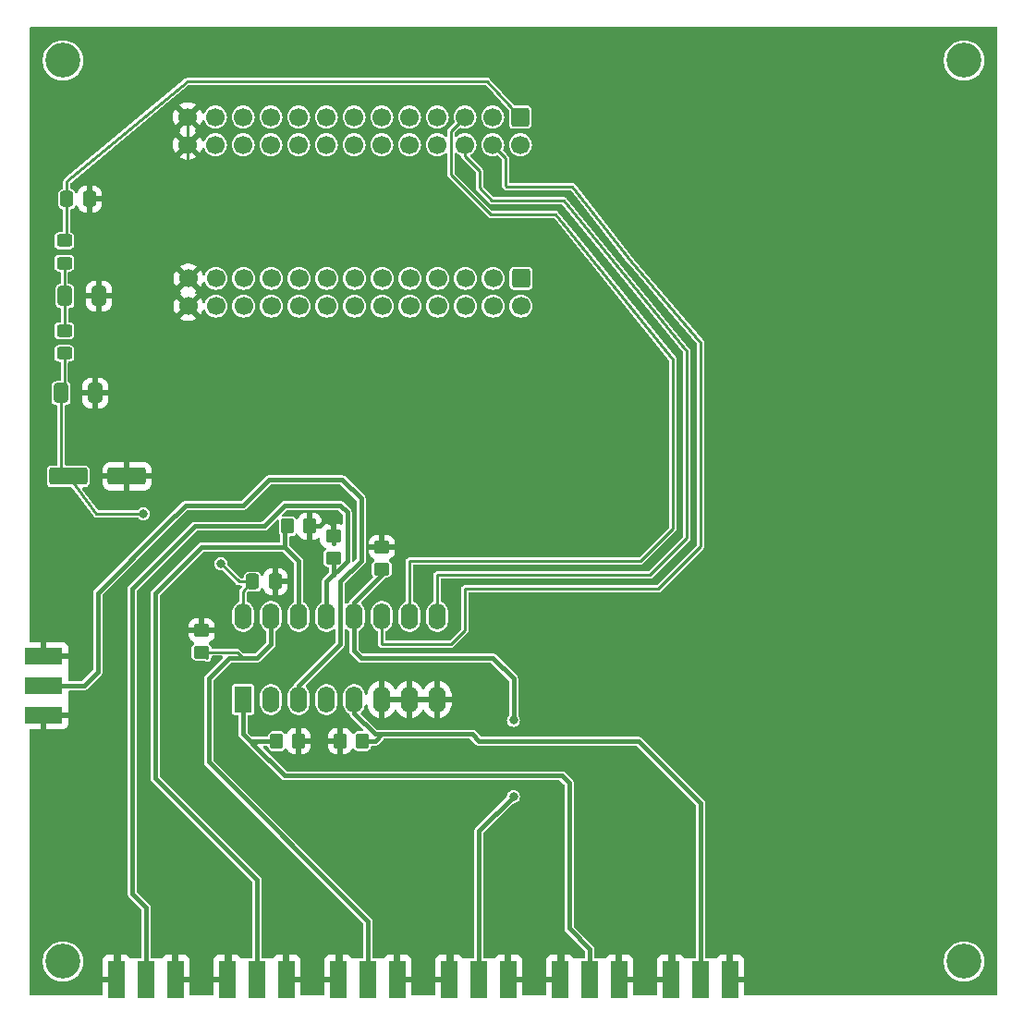
<source format=gbr>
%TF.GenerationSoftware,KiCad,Pcbnew,8.0.3*%
%TF.CreationDate,2024-06-20T11:56:58+02:00*%
%TF.ProjectId,Mux Brd V1,4d757820-4272-4642-9056-312e6b696361,rev?*%
%TF.SameCoordinates,Original*%
%TF.FileFunction,Copper,L1,Top*%
%TF.FilePolarity,Positive*%
%FSLAX46Y46*%
G04 Gerber Fmt 4.6, Leading zero omitted, Abs format (unit mm)*
G04 Created by KiCad (PCBNEW 8.0.3) date 2024-06-20 11:56:58*
%MOMM*%
%LPD*%
G01*
G04 APERTURE LIST*
G04 Aperture macros list*
%AMRoundRect*
0 Rectangle with rounded corners*
0 $1 Rounding radius*
0 $2 $3 $4 $5 $6 $7 $8 $9 X,Y pos of 4 corners*
0 Add a 4 corners polygon primitive as box body*
4,1,4,$2,$3,$4,$5,$6,$7,$8,$9,$2,$3,0*
0 Add four circle primitives for the rounded corners*
1,1,$1+$1,$2,$3*
1,1,$1+$1,$4,$5*
1,1,$1+$1,$6,$7*
1,1,$1+$1,$8,$9*
0 Add four rect primitives between the rounded corners*
20,1,$1+$1,$2,$3,$4,$5,0*
20,1,$1+$1,$4,$5,$6,$7,0*
20,1,$1+$1,$6,$7,$8,$9,0*
20,1,$1+$1,$8,$9,$2,$3,0*%
G04 Aperture macros list end*
%TA.AperFunction,ComponentPad*%
%ADD10R,1.600000X2.400000*%
%TD*%
%TA.AperFunction,ComponentPad*%
%ADD11O,1.600000X2.400000*%
%TD*%
%TA.AperFunction,SMDPad,CuDef*%
%ADD12RoundRect,0.250000X-0.337500X-0.475000X0.337500X-0.475000X0.337500X0.475000X-0.337500X0.475000X0*%
%TD*%
%TA.AperFunction,ComponentPad*%
%ADD13C,3.200000*%
%TD*%
%TA.AperFunction,SMDPad,CuDef*%
%ADD14RoundRect,0.249999X-0.350001X-0.450001X0.350001X-0.450001X0.350001X0.450001X-0.350001X0.450001X0*%
%TD*%
%TA.AperFunction,SMDPad,CuDef*%
%ADD15RoundRect,0.249999X0.450001X-0.350001X0.450001X0.350001X-0.450001X0.350001X-0.450001X-0.350001X0*%
%TD*%
%TA.AperFunction,SMDPad,CuDef*%
%ADD16RoundRect,0.249999X-0.412501X-0.650001X0.412501X-0.650001X0.412501X0.650001X-0.412501X0.650001X0*%
%TD*%
%TA.AperFunction,SMDPad,CuDef*%
%ADD17RoundRect,0.250000X-1.500000X-0.550000X1.500000X-0.550000X1.500000X0.550000X-1.500000X0.550000X0*%
%TD*%
%TA.AperFunction,SMDPad,CuDef*%
%ADD18RoundRect,0.249999X0.450001X-0.325001X0.450001X0.325001X-0.450001X0.325001X-0.450001X-0.325001X0*%
%TD*%
%TA.AperFunction,SMDPad,CuDef*%
%ADD19RoundRect,0.249999X0.350001X0.450001X-0.350001X0.450001X-0.350001X-0.450001X0.350001X-0.450001X0*%
%TD*%
%TA.AperFunction,ComponentPad*%
%ADD20RoundRect,0.250000X-0.600000X0.600000X-0.600000X-0.600000X0.600000X-0.600000X0.600000X0.600000X0*%
%TD*%
%TA.AperFunction,ComponentPad*%
%ADD21C,1.700000*%
%TD*%
%TA.AperFunction,SMDPad,CuDef*%
%ADD22R,3.500000X1.500000*%
%TD*%
%TA.AperFunction,SMDPad,CuDef*%
%ADD23R,1.500000X3.500000*%
%TD*%
%TA.AperFunction,ViaPad*%
%ADD24C,0.800000*%
%TD*%
%TA.AperFunction,Conductor*%
%ADD25C,0.250000*%
%TD*%
%TA.AperFunction,Conductor*%
%ADD26C,0.440000*%
%TD*%
G04 APERTURE END LIST*
D10*
%TO.P,U1,1*%
%TO.N,Net-(R5-Pad1)*%
X46990000Y-90170000D03*
D11*
%TO.P,U1,2*%
%TO.N,N/C*%
X49530000Y-90170000D03*
%TO.P,U1,3*%
%TO.N,Net-(RP-Out-1-Pad1)*%
X52070000Y-90170000D03*
%TO.P,U1,4*%
%TO.N,N/C*%
X54610000Y-90170000D03*
%TO.P,U1,5*%
%TO.N,Net-(R6-Pad1)*%
X57150000Y-90170000D03*
%TO.P,U1,6*%
%TO.N,GND*%
X59690000Y-90170000D03*
%TO.P,U1,7*%
X62230000Y-90170000D03*
%TO.P,U1,8*%
X64770000Y-90170000D03*
%TO.P,U1,9*%
%TO.N,MUX_S2-RP*%
X64770000Y-82550000D03*
%TO.P,U1,10*%
%TO.N,MUX_S1-RP*%
X62230000Y-82550000D03*
%TO.P,U1,11*%
%TO.N,MUX_S0-RP*%
X59690000Y-82550000D03*
%TO.P,U1,12*%
%TO.N,Net-(R4-Pad1)*%
X57150000Y-82550000D03*
%TO.P,U1,13*%
%TO.N,Net-(R1-Pad1)*%
X54610000Y-82550000D03*
%TO.P,U1,14*%
%TO.N,Net-(R2-Pad1)*%
X52070000Y-82550000D03*
%TO.P,U1,15*%
%TO.N,Net-(R3-Pad1)*%
X49530000Y-82550000D03*
%TO.P,U1,16*%
%TO.N,+3V3*%
X46990000Y-82550000D03*
%TD*%
D12*
%TO.P,C1,1*%
%TO.N,3.3V-RP*%
X30839500Y-44323000D03*
%TO.P,C1,2*%
%TO.N,GND*%
X32914500Y-44323000D03*
%TD*%
D13*
%TO.P,H1,1*%
%TO.N,N/C*%
X30480000Y-31623000D03*
%TD*%
%TO.P,H2,1*%
%TO.N,N/C*%
X113030000Y-31623000D03*
%TD*%
%TO.P,H3,1*%
%TO.N,N/C*%
X113030000Y-114173000D03*
%TD*%
%TO.P,H4,1*%
%TO.N,N/C*%
X30480000Y-114173000D03*
%TD*%
D14*
%TO.P,R2,1*%
%TO.N,Net-(R2-Pad1)*%
X51070000Y-74295000D03*
%TO.P,R2,2*%
%TO.N,GND*%
X53070000Y-74295000D03*
%TD*%
D15*
%TO.P,R1,1*%
%TO.N,Net-(R1-Pad1)*%
X55245000Y-77200000D03*
%TO.P,R1,2*%
%TO.N,GND*%
X55245000Y-75200000D03*
%TD*%
D16*
%TO.P,C3,1*%
%TO.N,Net-(C3-Pad1)*%
X30657000Y-53213000D03*
%TO.P,C3,2*%
%TO.N,GND*%
X33782000Y-53213000D03*
%TD*%
%TO.P,C4,1*%
%TO.N,+3V3*%
X30314500Y-62103000D03*
%TO.P,C4,2*%
%TO.N,GND*%
X33439500Y-62103000D03*
%TD*%
D17*
%TO.P,C5,1*%
%TO.N,+3V3*%
X30955000Y-69723000D03*
%TO.P,C5,2*%
%TO.N,GND*%
X36355000Y-69723000D03*
%TD*%
D18*
%TO.P,L1,1*%
%TO.N,Net-(C3-Pad1)*%
X30607000Y-50183000D03*
%TO.P,L1,2*%
%TO.N,3.3V-RP*%
X30607000Y-48133000D03*
%TD*%
%TO.P,L2,1*%
%TO.N,+3V3*%
X30607000Y-58438000D03*
%TO.P,L2,2*%
%TO.N,Net-(C3-Pad1)*%
X30607000Y-56388000D03*
%TD*%
D12*
%TO.P,C2,1*%
%TO.N,+3V3*%
X47857500Y-79375000D03*
%TO.P,C2,2*%
%TO.N,GND*%
X49932500Y-79375000D03*
%TD*%
D15*
%TO.P,R3,1*%
%TO.N,Net-(R3-Pad1)*%
X43180000Y-85820000D03*
%TO.P,R3,2*%
%TO.N,GND*%
X43180000Y-83820000D03*
%TD*%
%TO.P,R4,1*%
%TO.N,Net-(R4-Pad1)*%
X59690000Y-78200000D03*
%TO.P,R4,2*%
%TO.N,GND*%
X59690000Y-76200000D03*
%TD*%
D14*
%TO.P,R5,1*%
%TO.N,Net-(R5-Pad1)*%
X50070000Y-93980000D03*
%TO.P,R5,2*%
%TO.N,GND*%
X52070000Y-93980000D03*
%TD*%
D19*
%TO.P,R6,1*%
%TO.N,Net-(R6-Pad1)*%
X57880000Y-93980000D03*
%TO.P,R6,2*%
%TO.N,GND*%
X55880000Y-93980000D03*
%TD*%
D20*
%TO.P,J-RP-Ext1-1,1*%
%TO.N,3.3V-RP*%
X72390000Y-36804600D03*
D21*
%TO.P,J-RP-Ext1-1,2*%
X72390000Y-39344600D03*
%TO.P,J-RP-Ext1-1,3*%
%TO.N,/RP_EXT1_3*%
X69850000Y-36804600D03*
%TO.P,J-RP-Ext1-1,4*%
%TO.N,MUX_S0-RP*%
X69850000Y-39344600D03*
%TO.P,J-RP-Ext1-1,5*%
%TO.N,MUX_S1-RP*%
X67310000Y-36804600D03*
%TO.P,J-RP-Ext1-1,6*%
%TO.N,MUX_S2-RP*%
X67310000Y-39344600D03*
%TO.P,J-RP-Ext1-1,7*%
%TO.N,/RP_EXT1_7*%
X64770000Y-36804600D03*
%TO.P,J-RP-Ext1-1,8*%
%TO.N,/RP_EXT1_8*%
X64770000Y-39344600D03*
%TO.P,J-RP-Ext1-1,9*%
%TO.N,/RP_EXT1_9*%
X62230000Y-36804600D03*
%TO.P,J-RP-Ext1-1,10*%
%TO.N,/RP_EXT1_10*%
X62230000Y-39344600D03*
%TO.P,J-RP-Ext1-1,11*%
%TO.N,/RP_EXT1_11*%
X59690000Y-36804600D03*
%TO.P,J-RP-Ext1-1,12*%
%TO.N,/RP_EXT1_12*%
X59690000Y-39344600D03*
%TO.P,J-RP-Ext1-1,13*%
%TO.N,/RP_EXT1_13*%
X57150000Y-36804600D03*
%TO.P,J-RP-Ext1-1,14*%
%TO.N,/RP_EXT1_14*%
X57150000Y-39344600D03*
%TO.P,J-RP-Ext1-1,15*%
%TO.N,/RP_EXT1_15*%
X54610000Y-36804600D03*
%TO.P,J-RP-Ext1-1,16*%
%TO.N,/RP_EXT1_16*%
X54610000Y-39344600D03*
%TO.P,J-RP-Ext1-1,17*%
%TO.N,/RP_EXT1_17*%
X52070000Y-36804600D03*
%TO.P,J-RP-Ext1-1,18*%
%TO.N,/RP_EXT1_18*%
X52070000Y-39344600D03*
%TO.P,J-RP-Ext1-1,19*%
%TO.N,/RP_EXT1_19*%
X49530000Y-36804600D03*
%TO.P,J-RP-Ext1-1,20*%
%TO.N,/RP_EXT1_20*%
X49530000Y-39344600D03*
%TO.P,J-RP-Ext1-1,21*%
%TO.N,/RP_EXT1_21*%
X46990000Y-36804600D03*
%TO.P,J-RP-Ext1-1,22*%
%TO.N,/RP_EXT1_22*%
X46990000Y-39344600D03*
%TO.P,J-RP-Ext1-1,23*%
%TO.N,/RP_EXT1_23*%
X44450000Y-36804600D03*
%TO.P,J-RP-Ext1-1,24*%
%TO.N,/RP_EXT1_24*%
X44450000Y-39344600D03*
%TO.P,J-RP-Ext1-1,25*%
%TO.N,GND*%
X41910000Y-36804600D03*
%TO.P,J-RP-Ext1-1,26*%
X41910000Y-39344600D03*
%TD*%
D20*
%TO.P,J-RP-Ext1-2,1*%
%TO.N,3.3V-RP*%
X72440800Y-51587400D03*
D21*
%TO.P,J-RP-Ext1-2,2*%
X72440800Y-54127400D03*
%TO.P,J-RP-Ext1-2,3*%
%TO.N,/RP_EXT1_3*%
X69900800Y-51587400D03*
%TO.P,J-RP-Ext1-2,4*%
%TO.N,MUX_S0-RP*%
X69900800Y-54127400D03*
%TO.P,J-RP-Ext1-2,5*%
%TO.N,MUX_S1-RP*%
X67360800Y-51587400D03*
%TO.P,J-RP-Ext1-2,6*%
%TO.N,MUX_S2-RP*%
X67360800Y-54127400D03*
%TO.P,J-RP-Ext1-2,7*%
%TO.N,/RP_EXT1_7*%
X64820800Y-51587400D03*
%TO.P,J-RP-Ext1-2,8*%
%TO.N,/RP_EXT1_8*%
X64820800Y-54127400D03*
%TO.P,J-RP-Ext1-2,9*%
%TO.N,/RP_EXT1_9*%
X62280800Y-51587400D03*
%TO.P,J-RP-Ext1-2,10*%
%TO.N,/RP_EXT1_10*%
X62280800Y-54127400D03*
%TO.P,J-RP-Ext1-2,11*%
%TO.N,/RP_EXT1_11*%
X59740800Y-51587400D03*
%TO.P,J-RP-Ext1-2,12*%
%TO.N,/RP_EXT1_12*%
X59740800Y-54127400D03*
%TO.P,J-RP-Ext1-2,13*%
%TO.N,/RP_EXT1_13*%
X57200800Y-51587400D03*
%TO.P,J-RP-Ext1-2,14*%
%TO.N,/RP_EXT1_14*%
X57200800Y-54127400D03*
%TO.P,J-RP-Ext1-2,15*%
%TO.N,/RP_EXT1_15*%
X54660800Y-51587400D03*
%TO.P,J-RP-Ext1-2,16*%
%TO.N,/RP_EXT1_16*%
X54660800Y-54127400D03*
%TO.P,J-RP-Ext1-2,17*%
%TO.N,/RP_EXT1_17*%
X52120800Y-51587400D03*
%TO.P,J-RP-Ext1-2,18*%
%TO.N,/RP_EXT1_18*%
X52120800Y-54127400D03*
%TO.P,J-RP-Ext1-2,19*%
%TO.N,/RP_EXT1_19*%
X49580800Y-51587400D03*
%TO.P,J-RP-Ext1-2,20*%
%TO.N,/RP_EXT1_20*%
X49580800Y-54127400D03*
%TO.P,J-RP-Ext1-2,21*%
%TO.N,/RP_EXT1_21*%
X47040800Y-51587400D03*
%TO.P,J-RP-Ext1-2,22*%
%TO.N,/RP_EXT1_22*%
X47040800Y-54127400D03*
%TO.P,J-RP-Ext1-2,23*%
%TO.N,/RP_EXT1_23*%
X44500800Y-51587400D03*
%TO.P,J-RP-Ext1-2,24*%
%TO.N,/RP_EXT1_24*%
X44500800Y-54127400D03*
%TO.P,J-RP-Ext1-2,25*%
%TO.N,GND*%
X41960800Y-51587400D03*
%TO.P,J-RP-Ext1-2,26*%
X41960800Y-54127400D03*
%TD*%
D22*
%TO.P,RP-Out-1,1*%
%TO.N,Net-(RP-Out-1-Pad1)*%
X28702000Y-88900000D03*
%TO.P,RP-Out-1,2*%
%TO.N,GND*%
X28702000Y-86200000D03*
X28702000Y-91600000D03*
%TD*%
D23*
%TO.P,SiPM-In-1,1*%
%TO.N,Net-(R1-Pad1)*%
X38100000Y-115824000D03*
%TO.P,SiPM-In-1,2*%
%TO.N,GND*%
X35400000Y-115824000D03*
X40800000Y-115824000D03*
%TD*%
%TO.P,SiPM-In-2,1*%
%TO.N,Net-(R2-Pad1)*%
X48260000Y-115824000D03*
%TO.P,SiPM-In-2,2*%
%TO.N,GND*%
X45560000Y-115824000D03*
X50960000Y-115824000D03*
%TD*%
%TO.P,SiPM-In-3,1*%
%TO.N,Net-(R3-Pad1)*%
X58420000Y-115824000D03*
%TO.P,SiPM-In-3,2*%
%TO.N,GND*%
X55720000Y-115824000D03*
X61120000Y-115824000D03*
%TD*%
%TO.P,SiPM-In-4,1*%
%TO.N,Net-(R4-Pad1)*%
X68580000Y-115824000D03*
%TO.P,SiPM-In-4,2*%
%TO.N,GND*%
X65880000Y-115824000D03*
X71280000Y-115824000D03*
%TD*%
%TO.P,SiPM-In-5,1*%
%TO.N,Net-(R5-Pad1)*%
X78740000Y-115824000D03*
%TO.P,SiPM-In-5,2*%
%TO.N,GND*%
X76040000Y-115824000D03*
X81440000Y-115824000D03*
%TD*%
%TO.P,SiPM-In-6,1*%
%TO.N,Net-(R6-Pad1)*%
X88900000Y-115824000D03*
%TO.P,SiPM-In-6,2*%
%TO.N,GND*%
X86200000Y-115824000D03*
X91600000Y-115824000D03*
%TD*%
D24*
%TO.N,+3V3*%
X37846000Y-73152000D03*
X44958000Y-77724000D03*
%TO.N,GND*%
X43180000Y-81915000D03*
X59245500Y-74168000D03*
X53975000Y-93980000D03*
X40640000Y-112395000D03*
X45720000Y-112395000D03*
X50800000Y-112395000D03*
X55880000Y-112395000D03*
X60960000Y-112395000D03*
X66040000Y-112395000D03*
X71120000Y-112395000D03*
X76200000Y-112395000D03*
X81280000Y-112395000D03*
X86360000Y-112395000D03*
X91440000Y-112395000D03*
X31750000Y-91440000D03*
X32575500Y-86169500D03*
X37846000Y-101282500D03*
X77851000Y-109220000D03*
X114935000Y-34163000D03*
X70929500Y-85915500D03*
X86995000Y-96329500D03*
X43180000Y-115316000D03*
X64516000Y-96075500D03*
X37846000Y-82677000D03*
X72961500Y-88074500D03*
X68707000Y-87439500D03*
X58610500Y-70675500D03*
X82296000Y-81089500D03*
X31813500Y-89979500D03*
X87985600Y-78689200D03*
X68834000Y-94996000D03*
X58420000Y-84836000D03*
X44958000Y-81534000D03*
X36004500Y-84328000D03*
X52768500Y-98234500D03*
X49149000Y-106045000D03*
X75755500Y-101536500D03*
X56007000Y-86423500D03*
X79883000Y-52832000D03*
X49047400Y-72110600D03*
X73533000Y-98234500D03*
X46990000Y-57023000D03*
X70104000Y-49784000D03*
X70104000Y-41402000D03*
X52768500Y-86741000D03*
X69596000Y-104775000D03*
X42672000Y-99631500D03*
X42799000Y-71374000D03*
X67310000Y-100965000D03*
X77851000Y-99060000D03*
X53594000Y-76517500D03*
X40513000Y-97409000D03*
X41148000Y-76987400D03*
X50673000Y-84645500D03*
X114935000Y-72898000D03*
X53086000Y-71183500D03*
X76454000Y-94996000D03*
X66230500Y-80264000D03*
X87693500Y-110426500D03*
X35750500Y-107823000D03*
X66878200Y-41097200D03*
X47942500Y-85090000D03*
X40005000Y-91440000D03*
X70167500Y-102235000D03*
X41910000Y-43724999D03*
X32639000Y-83820000D03*
X36830000Y-109347000D03*
X54038500Y-96012000D03*
X86296500Y-98615500D03*
X72834500Y-81153000D03*
X50038000Y-100584000D03*
X63119000Y-87439500D03*
X53149500Y-78613000D03*
X35750500Y-105410000D03*
X37909500Y-95186500D03*
X78676500Y-111442500D03*
X67500500Y-108585000D03*
X66675000Y-57023000D03*
X49276000Y-110998000D03*
X37719000Y-74930000D03*
X34734500Y-80899000D03*
X56896000Y-80073500D03*
X66611500Y-92329000D03*
X48133000Y-69786500D03*
X38163500Y-98361500D03*
X85090000Y-59563000D03*
X50546000Y-68961000D03*
X60325000Y-87376000D03*
X42227500Y-78613000D03*
X49276000Y-108712000D03*
X47307500Y-104203500D03*
X41579800Y-73964800D03*
X57658000Y-108267500D03*
X66167000Y-87439500D03*
X59563000Y-110172500D03*
X75755500Y-104711500D03*
X52959000Y-106489500D03*
X115011200Y-110845600D03*
X53086000Y-68961000D03*
X59118500Y-72390000D03*
X42989500Y-75247500D03*
X75628500Y-92964000D03*
X68580000Y-83312000D03*
X54991000Y-108521500D03*
X37846000Y-106616500D03*
X47320200Y-73329800D03*
X56832500Y-72072500D03*
X33655000Y-78994000D03*
X57340500Y-110934500D03*
X57785000Y-57023000D03*
X45720000Y-71374000D03*
X75755500Y-98996500D03*
X35560000Y-112395010D03*
X59118500Y-96075500D03*
X49720500Y-86423500D03*
X43307000Y-87312500D03*
X44450000Y-79756000D03*
X42164000Y-102044500D03*
X34671000Y-83566000D03*
X63563500Y-92329000D03*
X87820500Y-101727000D03*
X53276500Y-80962500D03*
X79438500Y-95123000D03*
X58166000Y-78613000D03*
X33845500Y-88900000D03*
X36195000Y-36703000D03*
X46101000Y-75247500D03*
X36004500Y-87122000D03*
X40005000Y-87503000D03*
X68770500Y-92710000D03*
X59690000Y-92329000D03*
X50800000Y-81153000D03*
X67246500Y-85280500D03*
X37846000Y-103822500D03*
X59626500Y-98234500D03*
X50673000Y-104203500D03*
X39052500Y-108648500D03*
X68580000Y-99695000D03*
X44894500Y-101981000D03*
X67500500Y-110490000D03*
X59182000Y-80645000D03*
X87820500Y-107442000D03*
X48323500Y-81026000D03*
X42926000Y-96583500D03*
X40322500Y-80518000D03*
X40005000Y-84137500D03*
X35750500Y-94488000D03*
X66738500Y-98234500D03*
X63436500Y-98234500D03*
X72961500Y-94996000D03*
X46355000Y-96837500D03*
X72136000Y-41402000D03*
X56070500Y-98234500D03*
X44767500Y-94869000D03*
X69977000Y-98234500D03*
X44831000Y-89154000D03*
X74549000Y-42062400D03*
X70675500Y-96075500D03*
X55118000Y-71247000D03*
X90170000Y-70535800D03*
X37084000Y-111569500D03*
X54737000Y-84709000D03*
X84455000Y-50673000D03*
X82550000Y-95059500D03*
X50165000Y-77470000D03*
X28575000Y-34163000D03*
X89979500Y-104521000D03*
X55626000Y-68897500D03*
X44831000Y-92329000D03*
X70421500Y-92964000D03*
X56451500Y-96012000D03*
X74701400Y-46888400D03*
X90170000Y-62738000D03*
X54038500Y-104648000D03*
X35750500Y-102362000D03*
X63436500Y-84201000D03*
X60134500Y-94361000D03*
X39243000Y-78803500D03*
X57785000Y-87439500D03*
X72136000Y-49276000D03*
X40513000Y-100393500D03*
X46863000Y-100393500D03*
X37909500Y-84772500D03*
X44297600Y-73355200D03*
X46926500Y-106743500D03*
X77851000Y-101600000D03*
X93980000Y-115570000D03*
X69151500Y-76517500D03*
X63246000Y-94361000D03*
X75755500Y-107886500D03*
X43688000Y-103568500D03*
X47371000Y-77279500D03*
X39179500Y-111442500D03*
X68580000Y-32258000D03*
X51435000Y-95885000D03*
X60960000Y-79565500D03*
X46037500Y-93789500D03*
X35750500Y-98552000D03*
X77279500Y-96647000D03*
X46990000Y-32258000D03*
X35814000Y-81661000D03*
X42799000Y-93472000D03*
X34671000Y-86169500D03*
X40005000Y-94488000D03*
X48133000Y-98742500D03*
X89281000Y-98488500D03*
X50673000Y-88138000D03*
X85369400Y-71424800D03*
X67500500Y-96075500D03*
X45212000Y-105092500D03*
X63500000Y-115570000D03*
X32639000Y-81280000D03*
X79375000Y-44323000D03*
X67500500Y-106045000D03*
X63500000Y-78422500D03*
X66421000Y-94361000D03*
X39827200Y-75692000D03*
X54927500Y-73596500D03*
X74041000Y-96075500D03*
X57785000Y-32258000D03*
X70421500Y-94996000D03*
X85280500Y-94488000D03*
X73596500Y-92964000D03*
X83883500Y-93154500D03*
X84264500Y-96583500D03*
X89979500Y-107569000D03*
X47752000Y-95567500D03*
X83820000Y-115570000D03*
X28448000Y-111150400D03*
X36639500Y-78676500D03*
X61595000Y-96075500D03*
X70612000Y-90932000D03*
X87820500Y-104267000D03*
X28575000Y-72898000D03*
X82613500Y-76454000D03*
X51943000Y-102552500D03*
X46990000Y-87376000D03*
X54483000Y-87947500D03*
X49466500Y-97282000D03*
X53340000Y-115570000D03*
X37846000Y-80518000D03*
X38163500Y-77279500D03*
X77851000Y-104140000D03*
X89916000Y-110490000D03*
X72961500Y-90360500D03*
X89979500Y-101473000D03*
X37909500Y-87376000D03*
X42799000Y-90551000D03*
X63119000Y-76454000D03*
X39624000Y-73025000D03*
X73660000Y-115570000D03*
X69596000Y-110490000D03*
X50673000Y-71247000D03*
X68516500Y-81280000D03*
X57340500Y-69405500D03*
X37909500Y-91630500D03*
X52070000Y-76009500D03*
X75755500Y-110426500D03*
X44831000Y-98361500D03*
X70612000Y-88900000D03*
X35750500Y-90678000D03*
X68961000Y-85217000D03*
X35687000Y-76962000D03*
X69596000Y-107950000D03*
X48514000Y-92456000D03*
X49657000Y-75082400D03*
X77851000Y-106680000D03*
X78168500Y-92964000D03*
X33020000Y-115570000D03*
X63500000Y-80899000D03*
X47244000Y-110045500D03*
X75819000Y-76517500D03*
X67500500Y-103505000D03*
X48641000Y-102171500D03*
X71691500Y-100584000D03*
X55753000Y-106362500D03*
X80962500Y-92964000D03*
%TO.N,Net-(R4-Pad1)*%
X71755000Y-99060000D03*
X71755000Y-92075000D03*
%TD*%
D25*
%TO.N,3.3V-RP*%
X41910000Y-33528000D02*
X30839500Y-42693500D01*
X30839500Y-44323000D02*
X30839500Y-47900500D01*
X30839500Y-42693500D02*
X30839500Y-44323000D01*
X72390000Y-36804600D02*
X69342000Y-33528000D01*
X69342000Y-33528000D02*
X41910000Y-33528000D01*
X30839500Y-47900500D02*
X30607000Y-48133000D01*
%TO.N,+3V3*%
X37846000Y-73152000D02*
X37846000Y-73152000D01*
X44958000Y-77724000D02*
X46609000Y-79375000D01*
X30314500Y-62103000D02*
X30314500Y-69220500D01*
X30607000Y-58438000D02*
X30607000Y-61810500D01*
X29812000Y-69723000D02*
X30955000Y-69723000D01*
X44958000Y-77724000D02*
X44958000Y-77724000D01*
X33528000Y-73152000D02*
X37846000Y-73152000D01*
X30955000Y-69723000D02*
X33528000Y-73152000D01*
X30314500Y-69220500D02*
X29812000Y-69723000D01*
X46609000Y-79375000D02*
X47857500Y-79375000D01*
X46990000Y-80242500D02*
X47857500Y-79375000D01*
X30607000Y-61810500D02*
X30314500Y-62103000D01*
X46990000Y-82550000D02*
X46990000Y-80242500D01*
%TO.N,MUX_S0-RP*%
X71043800Y-43103800D02*
X71120000Y-43180000D01*
X71043800Y-40563800D02*
X71043800Y-43103800D01*
X67310000Y-80010000D02*
X67310000Y-83820000D01*
X77165200Y-43180000D02*
X82550000Y-50038000D01*
X88900000Y-76149200D02*
X85039200Y-80010000D01*
X88900000Y-57454800D02*
X88900000Y-76149200D01*
X71120000Y-43180000D02*
X77165200Y-43180000D01*
X67310000Y-83820000D02*
X66040000Y-85090000D01*
X85039200Y-80010000D02*
X67310000Y-80010000D01*
X59690000Y-85090000D02*
X59690000Y-82550000D01*
X82550000Y-50038000D02*
X88900000Y-57454800D01*
X69850000Y-39370000D02*
X71043800Y-40563800D01*
X66040000Y-85090000D02*
X59690000Y-85090000D01*
%TO.N,MUX_S1-RP*%
X66040000Y-42062400D02*
X66040000Y-38100000D01*
X86360000Y-74498200D02*
X86360000Y-59004200D01*
X66040000Y-38100000D02*
X67310000Y-36830000D01*
X86360000Y-59004200D02*
X75615800Y-45720000D01*
X69697600Y-45720000D02*
X66040000Y-42062400D01*
X75615800Y-45720000D02*
X69697600Y-45720000D01*
X62230000Y-77470000D02*
X83388200Y-77470000D01*
X83388200Y-77470000D02*
X86360000Y-74498200D01*
X62230000Y-82550000D02*
X62230000Y-77470000D01*
%TO.N,MUX_S2-RP*%
X87630000Y-58267600D02*
X76352400Y-44450000D01*
X69773800Y-44450000D02*
X68630800Y-43307000D01*
X64770000Y-78740000D02*
X84277200Y-78740000D01*
X67310000Y-40386000D02*
X67310000Y-39370000D01*
X68630800Y-43307000D02*
X68630800Y-41706800D01*
X68630800Y-41706800D02*
X67310000Y-40386000D01*
X84277200Y-78740000D02*
X87630000Y-75387200D01*
X87630000Y-75387200D02*
X87630000Y-58267600D01*
X64770000Y-82550000D02*
X64770000Y-78740000D01*
X76352400Y-44450000D02*
X69773800Y-44450000D01*
%TO.N,Net-(C3-Pad1)*%
X30657000Y-56338000D02*
X30607000Y-56388000D01*
X30607000Y-50183000D02*
X30607000Y-53163000D01*
X30657000Y-53213000D02*
X30657000Y-56338000D01*
X30607000Y-53163000D02*
X30657000Y-53213000D01*
%TO.N,GND*%
X43180000Y-83820000D02*
X43180000Y-81915000D01*
X55880000Y-93980000D02*
X53975000Y-93980000D01*
X59690000Y-76200000D02*
X59690000Y-74295000D01*
X52070000Y-93980000D02*
X53975000Y-93980000D01*
D26*
X60960000Y-112395000D02*
X60960000Y-115410000D01*
X53070000Y-74295000D02*
X53975000Y-74295000D01*
X45720000Y-112395000D02*
X45720000Y-115410000D01*
X50800000Y-115410000D02*
X50960000Y-115570000D01*
X35560000Y-112395010D02*
X35560000Y-115410000D01*
X40640000Y-112395000D02*
X40640000Y-115410000D01*
X55880000Y-115410000D02*
X55720000Y-115570000D01*
X86360000Y-112395000D02*
X86360000Y-115410000D01*
X40640000Y-115410000D02*
X40800000Y-115570000D01*
D25*
X41910000Y-36830000D02*
X41910000Y-39370000D01*
D26*
X91440000Y-112395000D02*
X91440000Y-115410000D01*
X53975000Y-74295000D02*
X54610000Y-73660000D01*
X45720000Y-115410000D02*
X45560000Y-115570000D01*
X71120000Y-112395000D02*
X71120000Y-115410000D01*
X55245000Y-75835000D02*
X55245000Y-74295000D01*
X76200000Y-112395000D02*
X76200000Y-115410000D01*
X66040000Y-112395000D02*
X66040000Y-115410000D01*
X81280000Y-112395000D02*
X81280000Y-115410000D01*
X76200000Y-115410000D02*
X76040000Y-115570000D01*
X60960000Y-115410000D02*
X61120000Y-115570000D01*
X49932500Y-77702500D02*
X50165000Y-77470000D01*
X49932500Y-79375000D02*
X49932500Y-77702500D01*
X31590000Y-91600000D02*
X31750000Y-91440000D01*
X81280000Y-115410000D02*
X81440000Y-115570000D01*
X71120000Y-115410000D02*
X71280000Y-115570000D01*
X86360000Y-115410000D02*
X86200000Y-115570000D01*
X66040000Y-115410000D02*
X65880000Y-115570000D01*
X35560000Y-115410000D02*
X35400000Y-115570000D01*
X55880000Y-112395000D02*
X55880000Y-115410000D01*
D25*
X31148000Y-86200000D02*
X31242000Y-86106000D01*
D26*
X28575000Y-91600000D02*
X31590000Y-91600000D01*
X91440000Y-115410000D02*
X91600000Y-115570000D01*
D25*
X41910000Y-39370000D02*
X41910000Y-43724999D01*
D26*
X50800000Y-112395000D02*
X50800000Y-115410000D01*
D25*
X59690000Y-90170000D02*
X64770000Y-90170000D01*
D26*
X55245000Y-74295000D02*
X54610000Y-73660000D01*
D25*
X28575000Y-86200000D02*
X31148000Y-86200000D01*
D26*
%TO.N,Net-(R1-Pad1)*%
X38100000Y-109220000D02*
X36830000Y-107950000D01*
X48895000Y-74295000D02*
X50800000Y-72390000D01*
X36830000Y-107950000D02*
X36830000Y-80010000D01*
X50800000Y-72390000D02*
X55880000Y-72390000D01*
X42545000Y-74295000D02*
X48895000Y-74295000D01*
X38100000Y-114935000D02*
X38100000Y-109220000D01*
X56515000Y-77470000D02*
X54610000Y-79375000D01*
X36830000Y-80010000D02*
X42545000Y-74295000D01*
X55880000Y-72390000D02*
X56515000Y-73025000D01*
X56515000Y-73025000D02*
X56515000Y-77470000D01*
X55245000Y-77200000D02*
X55245000Y-78740000D01*
X54610000Y-79375000D02*
X54610000Y-82550000D01*
%TO.N,Net-(R2-Pad1)*%
X38925500Y-80454500D02*
X38925500Y-97345500D01*
X43180000Y-76200000D02*
X38925500Y-80454500D01*
X52070000Y-82550000D02*
X52070000Y-77470000D01*
X50800000Y-74565000D02*
X51070000Y-74295000D01*
X38925500Y-97345500D02*
X48260000Y-106680000D01*
X50800000Y-76200000D02*
X50800000Y-74565000D01*
X52070000Y-77470000D02*
X50800000Y-76200000D01*
X50800000Y-76200000D02*
X43180000Y-76200000D01*
X48260000Y-106680000D02*
X48260000Y-115570000D01*
D25*
%TO.N,Net-(R3-Pad1)*%
X43720000Y-86360000D02*
X43180000Y-85820000D01*
D26*
X48260000Y-86360000D02*
X46990000Y-86360000D01*
X49530000Y-85090000D02*
X48260000Y-86360000D01*
X45720000Y-86360000D02*
X43815000Y-88265000D01*
X58420000Y-110490000D02*
X58420000Y-115570000D01*
X46990000Y-86360000D02*
X45720000Y-86360000D01*
X49530000Y-82550000D02*
X49530000Y-85090000D01*
X43815000Y-95885000D02*
X58420000Y-110490000D01*
D25*
X46450000Y-85820000D02*
X46990000Y-86360000D01*
D26*
X43815000Y-88265000D02*
X43815000Y-95885000D01*
D25*
X43180000Y-85820000D02*
X46450000Y-85820000D01*
D26*
%TO.N,Net-(R4-Pad1)*%
X71755000Y-92075000D02*
X71755000Y-92075000D01*
X71755000Y-92075000D02*
X71755000Y-92075000D01*
X57150000Y-85725000D02*
X57785000Y-86360000D01*
X59690000Y-78740000D02*
X59690000Y-78200000D01*
X68580000Y-102235000D02*
X68580000Y-115570000D01*
X57150000Y-82550000D02*
X57150000Y-85725000D01*
X71755000Y-88265000D02*
X71755000Y-92075000D01*
X71755000Y-99060000D02*
X68580000Y-102235000D01*
X57150000Y-81280000D02*
X59690000Y-78740000D01*
X57785000Y-86360000D02*
X69850000Y-86360000D01*
X69850000Y-86360000D02*
X71755000Y-88265000D01*
X57150000Y-82550000D02*
X57150000Y-81280000D01*
%TO.N,Net-(R5-Pad1)*%
X46990000Y-90170000D02*
X46990000Y-93345000D01*
X48260000Y-93980000D02*
X47942500Y-94297500D01*
X48260000Y-93980000D02*
X47625000Y-93980000D01*
X78740000Y-113030000D02*
X78740000Y-115570000D01*
X46990000Y-93345000D02*
X47625000Y-93980000D01*
X76835000Y-97790000D02*
X76835000Y-111125000D01*
X50070000Y-93980000D02*
X48260000Y-93980000D01*
X76835000Y-111125000D02*
X78740000Y-113030000D01*
X50800000Y-97155000D02*
X76200000Y-97155000D01*
X76200000Y-97155000D02*
X76835000Y-97790000D01*
X47942500Y-94297500D02*
X50800000Y-97155000D01*
X47625000Y-93980000D02*
X47942500Y-94297500D01*
%TO.N,Net-(R6-Pad1)*%
X59055000Y-93980000D02*
X59690000Y-93345000D01*
X57150000Y-91440000D02*
X59055000Y-93345000D01*
X59690000Y-93345000D02*
X67945000Y-93345000D01*
X88900000Y-99695000D02*
X88900000Y-115570000D01*
X59055000Y-93345000D02*
X59690000Y-93345000D01*
X57150000Y-90170000D02*
X57150000Y-91440000D01*
X68580000Y-93980000D02*
X83185000Y-93980000D01*
X67945000Y-93345000D02*
X68580000Y-93980000D01*
X83185000Y-93980000D02*
X88900000Y-99695000D01*
X57880000Y-93980000D02*
X59055000Y-93980000D01*
%TO.N,Net-(RP-Out-1-Pad1)*%
X55880000Y-85090000D02*
X52070000Y-88900000D01*
X32385000Y-88900000D02*
X33655000Y-87630000D01*
X33655000Y-80458600D02*
X39911800Y-74201800D01*
X46990000Y-72390000D02*
X49339500Y-70040500D01*
X57785000Y-77470000D02*
X55880000Y-79375000D01*
X56070500Y-70040500D02*
X57785000Y-71755000D01*
X33655000Y-87630000D02*
X33655000Y-80458600D01*
X39818600Y-74295000D02*
X41723600Y-72390000D01*
X41723600Y-72390000D02*
X46990000Y-72390000D01*
X52070000Y-88900000D02*
X52070000Y-90170000D01*
X57785000Y-71755000D02*
X57785000Y-77470000D01*
X28575000Y-88900000D02*
X32385000Y-88900000D01*
X55880000Y-79375000D02*
X55880000Y-85090000D01*
X49339500Y-70040500D02*
X56070500Y-70040500D01*
%TD*%
%TA.AperFunction,Conductor*%
%TO.N,GND*%
G36*
X55912254Y-70481002D02*
G01*
X55933228Y-70497905D01*
X57327595Y-71892272D01*
X57361621Y-71954584D01*
X57364500Y-71981367D01*
X57364500Y-77243632D01*
X57344498Y-77311753D01*
X57327595Y-77332727D01*
X57150595Y-77509727D01*
X57088283Y-77543753D01*
X57017468Y-77538688D01*
X56960632Y-77496141D01*
X56935821Y-77429621D01*
X56935500Y-77420632D01*
X56935500Y-72969640D01*
X56935499Y-72969636D01*
X56906844Y-72862695D01*
X56885947Y-72826500D01*
X56878372Y-72813379D01*
X56851484Y-72766807D01*
X56851479Y-72766802D01*
X56851477Y-72766799D01*
X56138200Y-72053522D01*
X56138196Y-72053519D01*
X56138193Y-72053516D01*
X56093913Y-72027952D01*
X56068349Y-72013192D01*
X56068348Y-72013192D01*
X56042304Y-71998155D01*
X55935363Y-71969500D01*
X55935360Y-71969500D01*
X50744640Y-71969500D01*
X50744636Y-71969500D01*
X50637696Y-71998155D01*
X50611650Y-72013193D01*
X50611649Y-72013192D01*
X50548045Y-72049914D01*
X50541807Y-72053516D01*
X50541805Y-72053517D01*
X50541799Y-72053522D01*
X48757728Y-73837595D01*
X48695416Y-73871620D01*
X48668633Y-73874500D01*
X42489640Y-73874500D01*
X42460984Y-73882178D01*
X42460980Y-73882178D01*
X42382692Y-73903156D01*
X42286810Y-73958513D01*
X42286800Y-73958521D01*
X36493519Y-79751802D01*
X36493513Y-79751811D01*
X36480612Y-79774158D01*
X36468291Y-79795499D01*
X36449848Y-79827442D01*
X36438155Y-79847696D01*
X36409500Y-79954636D01*
X36409500Y-108005363D01*
X36438156Y-108112305D01*
X36438158Y-108112309D01*
X36458418Y-108147402D01*
X36493513Y-108208189D01*
X36493521Y-108208199D01*
X37642595Y-109357272D01*
X37676620Y-109419584D01*
X37679500Y-109446367D01*
X37679500Y-113747500D01*
X37659498Y-113815621D01*
X37605842Y-113862114D01*
X37553500Y-113873500D01*
X37382691Y-113873500D01*
X37314570Y-113853498D01*
X37307748Y-113848000D01*
X37305000Y-113848000D01*
X36678460Y-113848000D01*
X36610339Y-113827998D01*
X36577592Y-113797509D01*
X36512904Y-113711095D01*
X36395965Y-113623555D01*
X36259093Y-113572505D01*
X36198597Y-113566000D01*
X35654000Y-113566000D01*
X35654000Y-115952000D01*
X35633998Y-116020121D01*
X35580342Y-116066614D01*
X35528000Y-116078000D01*
X34142000Y-116078000D01*
X34142000Y-117121500D01*
X34121998Y-117189621D01*
X34068342Y-117236114D01*
X34016000Y-117247500D01*
X27531500Y-117247500D01*
X27463379Y-117227498D01*
X27416886Y-117173842D01*
X27405500Y-117121500D01*
X27405500Y-114051709D01*
X28629500Y-114051709D01*
X28629500Y-114294290D01*
X28661160Y-114534782D01*
X28723944Y-114769095D01*
X28723945Y-114769097D01*
X28723946Y-114769100D01*
X28816776Y-114993212D01*
X28816777Y-114993213D01*
X28816782Y-114993224D01*
X28938061Y-115203285D01*
X28938063Y-115203288D01*
X28938064Y-115203289D01*
X29085735Y-115395738D01*
X29085739Y-115395742D01*
X29085744Y-115395748D01*
X29257251Y-115567255D01*
X29257256Y-115567259D01*
X29257262Y-115567265D01*
X29449711Y-115714936D01*
X29449714Y-115714938D01*
X29659775Y-115836217D01*
X29659779Y-115836218D01*
X29659788Y-115836224D01*
X29883900Y-115929054D01*
X30118211Y-115991838D01*
X30118215Y-115991838D01*
X30118217Y-115991839D01*
X30180202Y-115999999D01*
X30358712Y-116023500D01*
X30358719Y-116023500D01*
X30601281Y-116023500D01*
X30601288Y-116023500D01*
X30818637Y-115994885D01*
X30841782Y-115991839D01*
X30841782Y-115991838D01*
X30841789Y-115991838D01*
X31076100Y-115929054D01*
X31300212Y-115836224D01*
X31510289Y-115714936D01*
X31702738Y-115567265D01*
X31874265Y-115395738D01*
X32021936Y-115203289D01*
X32143224Y-114993212D01*
X32236054Y-114769100D01*
X32298838Y-114534789D01*
X32330500Y-114294288D01*
X32330500Y-114051712D01*
X32327036Y-114025402D01*
X34142000Y-114025402D01*
X34142000Y-115570000D01*
X35146000Y-115570000D01*
X35146000Y-113566000D01*
X34601402Y-113566000D01*
X34540906Y-113572505D01*
X34404035Y-113623555D01*
X34404034Y-113623555D01*
X34287095Y-113711095D01*
X34199555Y-113828034D01*
X34199555Y-113828035D01*
X34148505Y-113964906D01*
X34142000Y-114025402D01*
X32327036Y-114025402D01*
X32303681Y-113848000D01*
X32298839Y-113811217D01*
X32298838Y-113811215D01*
X32298838Y-113811211D01*
X32236054Y-113576900D01*
X32143224Y-113352788D01*
X32143218Y-113352779D01*
X32143217Y-113352775D01*
X32021938Y-113142714D01*
X32021936Y-113142711D01*
X31874265Y-112950262D01*
X31874259Y-112950256D01*
X31874255Y-112950251D01*
X31702748Y-112778744D01*
X31702742Y-112778739D01*
X31702738Y-112778735D01*
X31510289Y-112631064D01*
X31510288Y-112631063D01*
X31510285Y-112631061D01*
X31300224Y-112509782D01*
X31300216Y-112509778D01*
X31300212Y-112509776D01*
X31076100Y-112416946D01*
X31076097Y-112416945D01*
X31076095Y-112416944D01*
X30841782Y-112354160D01*
X30601290Y-112322500D01*
X30601288Y-112322500D01*
X30358712Y-112322500D01*
X30358709Y-112322500D01*
X30118217Y-112354160D01*
X29883904Y-112416944D01*
X29883900Y-112416946D01*
X29659786Y-112509777D01*
X29659775Y-112509782D01*
X29449714Y-112631061D01*
X29257262Y-112778735D01*
X29257251Y-112778744D01*
X29085744Y-112950251D01*
X29085735Y-112950262D01*
X28938061Y-113142714D01*
X28816782Y-113352775D01*
X28816777Y-113352786D01*
X28723946Y-113576900D01*
X28723944Y-113576904D01*
X28661160Y-113811217D01*
X28629500Y-114051709D01*
X27405500Y-114051709D01*
X27405500Y-92984000D01*
X27425502Y-92915879D01*
X27479158Y-92869386D01*
X27531500Y-92858000D01*
X28448000Y-92858000D01*
X28956000Y-92858000D01*
X30500585Y-92858000D01*
X30500597Y-92857999D01*
X30561093Y-92851494D01*
X30697964Y-92800444D01*
X30697965Y-92800444D01*
X30814904Y-92712904D01*
X30902444Y-92595965D01*
X30902444Y-92595964D01*
X30953494Y-92459093D01*
X30959999Y-92398597D01*
X30960000Y-92398585D01*
X30960000Y-91854000D01*
X28956000Y-91854000D01*
X28956000Y-92858000D01*
X28448000Y-92858000D01*
X28448000Y-91472000D01*
X28468002Y-91403879D01*
X28521658Y-91357386D01*
X28574000Y-91346000D01*
X30960000Y-91346000D01*
X30960000Y-90801414D01*
X30959999Y-90801399D01*
X30952722Y-90733712D01*
X30952000Y-90720243D01*
X30952000Y-89853191D01*
X30972002Y-89785070D01*
X30988905Y-89764096D01*
X31005000Y-89748001D01*
X31005000Y-89446500D01*
X31025002Y-89378379D01*
X31078658Y-89331886D01*
X31131000Y-89320500D01*
X32440360Y-89320500D01*
X32505815Y-89302960D01*
X32547300Y-89291845D01*
X32547300Y-89291844D01*
X32547307Y-89291843D01*
X32582403Y-89271580D01*
X32643193Y-89236484D01*
X33991484Y-87888193D01*
X34046843Y-87792307D01*
X34075500Y-87685360D01*
X34075500Y-80684967D01*
X34095502Y-80616846D01*
X34112405Y-80595872D01*
X41860872Y-72847405D01*
X41923184Y-72813379D01*
X41949967Y-72810500D01*
X47045360Y-72810500D01*
X47152307Y-72781843D01*
X47187403Y-72761580D01*
X47248193Y-72726484D01*
X49476772Y-70497905D01*
X49539084Y-70463880D01*
X49565867Y-70461000D01*
X55844133Y-70461000D01*
X55912254Y-70481002D01*
G37*
%TD.AperFunction*%
%TA.AperFunction,Conductor*%
G36*
X50187532Y-73701311D02*
G01*
X50244368Y-73743858D01*
X50269179Y-73810378D01*
X50269500Y-73819367D01*
X50269500Y-74799258D01*
X50269501Y-74799273D01*
X50271498Y-74820569D01*
X50272354Y-74829700D01*
X50272355Y-74829705D01*
X50272356Y-74829706D01*
X50317204Y-74957877D01*
X50317205Y-74957880D01*
X50317206Y-74957882D01*
X50317207Y-74957883D01*
X50354879Y-75008927D01*
X50379237Y-75075612D01*
X50379500Y-75083747D01*
X50379500Y-75653500D01*
X50359498Y-75721621D01*
X50305842Y-75768114D01*
X50253500Y-75779500D01*
X43124640Y-75779500D01*
X43095984Y-75787178D01*
X43095980Y-75787178D01*
X43017692Y-75808156D01*
X42921810Y-75863513D01*
X42921800Y-75863521D01*
X38589015Y-80196307D01*
X38589013Y-80196309D01*
X38556406Y-80252790D01*
X38556405Y-80252792D01*
X38533659Y-80292187D01*
X38533654Y-80292199D01*
X38505000Y-80399136D01*
X38505000Y-97400863D01*
X38533656Y-97507805D01*
X38533658Y-97507809D01*
X38553918Y-97542902D01*
X38589013Y-97603689D01*
X38589021Y-97603699D01*
X47802595Y-106817271D01*
X47836621Y-106879583D01*
X47839500Y-106906366D01*
X47839500Y-113747500D01*
X47819498Y-113815621D01*
X47765842Y-113862114D01*
X47713500Y-113873500D01*
X47582691Y-113873500D01*
X47514570Y-113853498D01*
X47507748Y-113848000D01*
X47505000Y-113848000D01*
X46838460Y-113848000D01*
X46770339Y-113827998D01*
X46737592Y-113797509D01*
X46672904Y-113711095D01*
X46555965Y-113623555D01*
X46419093Y-113572505D01*
X46358597Y-113566000D01*
X45814000Y-113566000D01*
X45814000Y-115952000D01*
X45793998Y-116020121D01*
X45740342Y-116066614D01*
X45688000Y-116078000D01*
X44302000Y-116078000D01*
X44302000Y-117121500D01*
X44281998Y-117189621D01*
X44228342Y-117236114D01*
X44176000Y-117247500D01*
X42184000Y-117247500D01*
X42115879Y-117227498D01*
X42069386Y-117173842D01*
X42058000Y-117121500D01*
X42058000Y-116078000D01*
X40672000Y-116078000D01*
X40603879Y-116057998D01*
X40557386Y-116004342D01*
X40546000Y-115952000D01*
X40546000Y-115570000D01*
X41054000Y-115570000D01*
X42058000Y-115570000D01*
X42058000Y-114025414D01*
X42057999Y-114025402D01*
X44302000Y-114025402D01*
X44302000Y-115570000D01*
X45306000Y-115570000D01*
X45306000Y-113566000D01*
X44761402Y-113566000D01*
X44700906Y-113572505D01*
X44564035Y-113623555D01*
X44564034Y-113623555D01*
X44447095Y-113711095D01*
X44359555Y-113828034D01*
X44359555Y-113828035D01*
X44308505Y-113964906D01*
X44302000Y-114025402D01*
X42057999Y-114025402D01*
X42051494Y-113964906D01*
X42000444Y-113828035D01*
X42000444Y-113828034D01*
X41912904Y-113711095D01*
X41795965Y-113623555D01*
X41659093Y-113572505D01*
X41598597Y-113566000D01*
X41054000Y-113566000D01*
X41054000Y-115570000D01*
X40546000Y-115570000D01*
X40546000Y-113566000D01*
X40001402Y-113566000D01*
X39940906Y-113572505D01*
X39804035Y-113623555D01*
X39804034Y-113623555D01*
X39687095Y-113711095D01*
X39622408Y-113797509D01*
X39565573Y-113840056D01*
X39521540Y-113848000D01*
X38895518Y-113848000D01*
X38854092Y-113870621D01*
X38827309Y-113873500D01*
X38646500Y-113873500D01*
X38578379Y-113853498D01*
X38531886Y-113799842D01*
X38520500Y-113747500D01*
X38520500Y-109164640D01*
X38520499Y-109164636D01*
X38491843Y-109057693D01*
X38491842Y-109057690D01*
X38436486Y-108961810D01*
X38436478Y-108961800D01*
X37287405Y-107812727D01*
X37253379Y-107750415D01*
X37250500Y-107723632D01*
X37250500Y-80236367D01*
X37270502Y-80168246D01*
X37287405Y-80147272D01*
X42682272Y-74752405D01*
X42744584Y-74718379D01*
X42771367Y-74715500D01*
X48950360Y-74715500D01*
X49057307Y-74686843D01*
X49092403Y-74666580D01*
X49153193Y-74631484D01*
X50054406Y-73730270D01*
X50116717Y-73696247D01*
X50187532Y-73701311D01*
G37*
%TD.AperFunction*%
%TA.AperFunction,Conductor*%
G36*
X116046621Y-28568502D02*
G01*
X116093114Y-28622158D01*
X116104500Y-28674500D01*
X116104500Y-117121500D01*
X116084498Y-117189621D01*
X116030842Y-117236114D01*
X115978500Y-117247500D01*
X92984000Y-117247500D01*
X92915879Y-117227498D01*
X92869386Y-117173842D01*
X92858000Y-117121500D01*
X92858000Y-116078000D01*
X91472000Y-116078000D01*
X91403879Y-116057998D01*
X91357386Y-116004342D01*
X91346000Y-115952000D01*
X91346000Y-115570000D01*
X91854000Y-115570000D01*
X92858000Y-115570000D01*
X92858000Y-114051709D01*
X111179500Y-114051709D01*
X111179500Y-114294290D01*
X111211160Y-114534782D01*
X111273944Y-114769095D01*
X111273945Y-114769097D01*
X111273946Y-114769100D01*
X111366776Y-114993212D01*
X111366777Y-114993213D01*
X111366782Y-114993224D01*
X111488061Y-115203285D01*
X111488063Y-115203288D01*
X111488064Y-115203289D01*
X111635735Y-115395738D01*
X111635739Y-115395742D01*
X111635744Y-115395748D01*
X111807251Y-115567255D01*
X111807256Y-115567259D01*
X111807262Y-115567265D01*
X111999711Y-115714936D01*
X111999714Y-115714938D01*
X112209775Y-115836217D01*
X112209779Y-115836218D01*
X112209788Y-115836224D01*
X112433900Y-115929054D01*
X112668211Y-115991838D01*
X112668215Y-115991838D01*
X112668217Y-115991839D01*
X112730202Y-115999999D01*
X112908712Y-116023500D01*
X112908719Y-116023500D01*
X113151281Y-116023500D01*
X113151288Y-116023500D01*
X113368637Y-115994885D01*
X113391782Y-115991839D01*
X113391782Y-115991838D01*
X113391789Y-115991838D01*
X113626100Y-115929054D01*
X113850212Y-115836224D01*
X114060289Y-115714936D01*
X114252738Y-115567265D01*
X114424265Y-115395738D01*
X114571936Y-115203289D01*
X114693224Y-114993212D01*
X114786054Y-114769100D01*
X114848838Y-114534789D01*
X114880500Y-114294288D01*
X114880500Y-114051712D01*
X114853681Y-113848000D01*
X114848839Y-113811217D01*
X114848838Y-113811215D01*
X114848838Y-113811211D01*
X114786054Y-113576900D01*
X114693224Y-113352788D01*
X114693218Y-113352779D01*
X114693217Y-113352775D01*
X114571938Y-113142714D01*
X114571936Y-113142711D01*
X114424265Y-112950262D01*
X114424259Y-112950256D01*
X114424255Y-112950251D01*
X114252748Y-112778744D01*
X114252742Y-112778739D01*
X114252738Y-112778735D01*
X114060289Y-112631064D01*
X114060288Y-112631063D01*
X114060285Y-112631061D01*
X113850224Y-112509782D01*
X113850216Y-112509778D01*
X113850212Y-112509776D01*
X113626100Y-112416946D01*
X113626097Y-112416945D01*
X113626095Y-112416944D01*
X113391782Y-112354160D01*
X113151290Y-112322500D01*
X113151288Y-112322500D01*
X112908712Y-112322500D01*
X112908709Y-112322500D01*
X112668217Y-112354160D01*
X112433904Y-112416944D01*
X112433900Y-112416946D01*
X112209786Y-112509777D01*
X112209775Y-112509782D01*
X111999714Y-112631061D01*
X111807262Y-112778735D01*
X111807251Y-112778744D01*
X111635744Y-112950251D01*
X111635735Y-112950262D01*
X111488061Y-113142714D01*
X111366782Y-113352775D01*
X111366777Y-113352786D01*
X111273946Y-113576900D01*
X111273944Y-113576904D01*
X111211160Y-113811217D01*
X111179500Y-114051709D01*
X92858000Y-114051709D01*
X92858000Y-114025414D01*
X92857999Y-114025402D01*
X92851494Y-113964906D01*
X92800444Y-113828035D01*
X92800444Y-113828034D01*
X92712904Y-113711095D01*
X92595965Y-113623555D01*
X92459093Y-113572505D01*
X92398597Y-113566000D01*
X91854000Y-113566000D01*
X91854000Y-115570000D01*
X91346000Y-115570000D01*
X91346000Y-113566000D01*
X90801402Y-113566000D01*
X90740906Y-113572505D01*
X90604035Y-113623555D01*
X90604034Y-113623555D01*
X90487095Y-113711095D01*
X90422408Y-113797509D01*
X90365573Y-113840056D01*
X90321540Y-113848000D01*
X89695518Y-113848000D01*
X89654092Y-113870621D01*
X89627309Y-113873500D01*
X89446500Y-113873500D01*
X89378379Y-113853498D01*
X89331886Y-113799842D01*
X89320500Y-113747500D01*
X89320500Y-99639641D01*
X89320500Y-99639640D01*
X89305735Y-99584536D01*
X89305735Y-99584535D01*
X89305735Y-99584534D01*
X89291843Y-99532692D01*
X89236486Y-99436810D01*
X89236478Y-99436800D01*
X83443200Y-93643522D01*
X83443196Y-93643519D01*
X83443193Y-93643516D01*
X83398913Y-93617952D01*
X83373349Y-93603192D01*
X83373348Y-93603192D01*
X83347304Y-93588155D01*
X83240363Y-93559500D01*
X83240360Y-93559500D01*
X68806367Y-93559500D01*
X68738246Y-93539498D01*
X68717276Y-93522599D01*
X68203193Y-93008516D01*
X68203191Y-93008515D01*
X68203189Y-93008513D01*
X68142402Y-92973418D01*
X68142402Y-92973417D01*
X68107309Y-92953158D01*
X68107305Y-92953156D01*
X68000363Y-92924500D01*
X68000360Y-92924500D01*
X59745360Y-92924500D01*
X59281367Y-92924500D01*
X59213246Y-92904498D01*
X59192272Y-92887595D01*
X57808894Y-91504217D01*
X57774868Y-91441905D01*
X57779933Y-91371090D01*
X57808894Y-91326027D01*
X57927139Y-91207782D01*
X58036632Y-91043914D01*
X58112051Y-90861835D01*
X58141340Y-90714589D01*
X58174248Y-90651681D01*
X58235943Y-90616549D01*
X58306838Y-90620349D01*
X58364424Y-90661875D01*
X58389368Y-90719461D01*
X58414208Y-90876296D01*
X58477826Y-91072093D01*
X58477829Y-91072099D01*
X58571300Y-91255545D01*
X58692315Y-91422107D01*
X58692317Y-91422110D01*
X58837889Y-91567682D01*
X58837892Y-91567684D01*
X59004454Y-91688699D01*
X59187900Y-91782170D01*
X59187906Y-91782173D01*
X59383705Y-91845791D01*
X59383717Y-91845794D01*
X59435999Y-91854074D01*
X59436000Y-91854074D01*
X59436000Y-90481686D01*
X59444394Y-90490080D01*
X59535606Y-90542741D01*
X59637339Y-90570000D01*
X59742661Y-90570000D01*
X59844394Y-90542741D01*
X59935606Y-90490080D01*
X59944000Y-90481686D01*
X59944000Y-91854074D01*
X59996282Y-91845794D01*
X59996294Y-91845791D01*
X60192093Y-91782173D01*
X60192099Y-91782170D01*
X60375545Y-91688699D01*
X60542107Y-91567684D01*
X60542110Y-91567682D01*
X60687682Y-91422110D01*
X60687684Y-91422107D01*
X60808699Y-91255545D01*
X60847733Y-91178938D01*
X60896481Y-91127323D01*
X60965396Y-91110257D01*
X61032598Y-91133158D01*
X61072267Y-91178938D01*
X61111300Y-91255545D01*
X61232315Y-91422107D01*
X61232317Y-91422110D01*
X61377889Y-91567682D01*
X61377892Y-91567684D01*
X61544454Y-91688699D01*
X61727900Y-91782170D01*
X61727906Y-91782173D01*
X61923705Y-91845791D01*
X61923717Y-91845794D01*
X61976000Y-91854074D01*
X61976000Y-90481686D01*
X61984394Y-90490080D01*
X62075606Y-90542741D01*
X62177339Y-90570000D01*
X62282661Y-90570000D01*
X62384394Y-90542741D01*
X62475606Y-90490080D01*
X62484000Y-90481686D01*
X62484000Y-91854074D01*
X62536282Y-91845794D01*
X62536294Y-91845791D01*
X62732093Y-91782173D01*
X62732099Y-91782170D01*
X62915545Y-91688699D01*
X63082107Y-91567684D01*
X63082110Y-91567682D01*
X63227682Y-91422110D01*
X63227684Y-91422107D01*
X63348699Y-91255545D01*
X63387733Y-91178938D01*
X63436481Y-91127323D01*
X63505396Y-91110257D01*
X63572598Y-91133158D01*
X63612267Y-91178938D01*
X63651300Y-91255545D01*
X63772315Y-91422107D01*
X63772317Y-91422110D01*
X63917889Y-91567682D01*
X63917892Y-91567684D01*
X64084454Y-91688699D01*
X64267900Y-91782170D01*
X64267906Y-91782173D01*
X64463705Y-91845791D01*
X64463717Y-91845794D01*
X64515999Y-91854074D01*
X64516000Y-91854074D01*
X64516000Y-90481686D01*
X64524394Y-90490080D01*
X64615606Y-90542741D01*
X64717339Y-90570000D01*
X64822661Y-90570000D01*
X64924394Y-90542741D01*
X65015606Y-90490080D01*
X65024000Y-90481686D01*
X65024000Y-91854074D01*
X65076282Y-91845794D01*
X65076294Y-91845791D01*
X65272093Y-91782173D01*
X65272099Y-91782170D01*
X65455545Y-91688699D01*
X65622107Y-91567684D01*
X65622110Y-91567682D01*
X65767682Y-91422110D01*
X65767684Y-91422107D01*
X65888699Y-91255545D01*
X65982170Y-91072099D01*
X65982173Y-91072093D01*
X66045791Y-90876296D01*
X66078000Y-90672938D01*
X66078000Y-90424000D01*
X65081686Y-90424000D01*
X65090080Y-90415606D01*
X65142741Y-90324394D01*
X65170000Y-90222661D01*
X65170000Y-90117339D01*
X65142741Y-90015606D01*
X65090080Y-89924394D01*
X65081686Y-89916000D01*
X66078000Y-89916000D01*
X66078000Y-89667061D01*
X66045791Y-89463703D01*
X65982173Y-89267906D01*
X65982170Y-89267900D01*
X65888699Y-89084454D01*
X65767684Y-88917892D01*
X65767682Y-88917889D01*
X65622110Y-88772317D01*
X65622107Y-88772315D01*
X65455545Y-88651300D01*
X65272099Y-88557829D01*
X65272093Y-88557826D01*
X65076294Y-88494208D01*
X65076296Y-88494208D01*
X65024000Y-88485925D01*
X65024000Y-89858314D01*
X65015606Y-89849920D01*
X64924394Y-89797259D01*
X64822661Y-89770000D01*
X64717339Y-89770000D01*
X64615606Y-89797259D01*
X64524394Y-89849920D01*
X64516000Y-89858314D01*
X64516000Y-88485925D01*
X64463704Y-88494208D01*
X64267906Y-88557826D01*
X64267900Y-88557829D01*
X64084454Y-88651300D01*
X63917892Y-88772315D01*
X63917889Y-88772317D01*
X63772317Y-88917889D01*
X63772315Y-88917892D01*
X63651300Y-89084454D01*
X63612267Y-89161061D01*
X63563518Y-89212676D01*
X63494603Y-89229742D01*
X63427402Y-89206841D01*
X63387733Y-89161061D01*
X63348699Y-89084454D01*
X63227684Y-88917892D01*
X63227682Y-88917889D01*
X63082110Y-88772317D01*
X63082107Y-88772315D01*
X62915545Y-88651300D01*
X62732099Y-88557829D01*
X62732093Y-88557826D01*
X62536294Y-88494208D01*
X62536296Y-88494208D01*
X62484000Y-88485925D01*
X62484000Y-89858314D01*
X62475606Y-89849920D01*
X62384394Y-89797259D01*
X62282661Y-89770000D01*
X62177339Y-89770000D01*
X62075606Y-89797259D01*
X61984394Y-89849920D01*
X61976000Y-89858314D01*
X61976000Y-88485925D01*
X61923704Y-88494208D01*
X61727906Y-88557826D01*
X61727900Y-88557829D01*
X61544454Y-88651300D01*
X61377892Y-88772315D01*
X61377889Y-88772317D01*
X61232317Y-88917889D01*
X61232315Y-88917892D01*
X61111300Y-89084454D01*
X61072267Y-89161061D01*
X61023518Y-89212676D01*
X60954603Y-89229742D01*
X60887402Y-89206841D01*
X60847733Y-89161061D01*
X60808699Y-89084454D01*
X60687684Y-88917892D01*
X60687682Y-88917889D01*
X60542110Y-88772317D01*
X60542107Y-88772315D01*
X60375545Y-88651300D01*
X60192099Y-88557829D01*
X60192093Y-88557826D01*
X59996294Y-88494208D01*
X59996296Y-88494208D01*
X59944000Y-88485925D01*
X59944000Y-89858314D01*
X59935606Y-89849920D01*
X59844394Y-89797259D01*
X59742661Y-89770000D01*
X59637339Y-89770000D01*
X59535606Y-89797259D01*
X59444394Y-89849920D01*
X59436000Y-89858314D01*
X59436000Y-88485925D01*
X59383704Y-88494208D01*
X59187906Y-88557826D01*
X59187900Y-88557829D01*
X59004454Y-88651300D01*
X58837892Y-88772315D01*
X58837889Y-88772317D01*
X58692317Y-88917889D01*
X58692315Y-88917892D01*
X58571300Y-89084454D01*
X58477829Y-89267900D01*
X58477826Y-89267906D01*
X58414208Y-89463703D01*
X58389368Y-89620538D01*
X58358955Y-89684691D01*
X58298687Y-89722218D01*
X58227698Y-89721204D01*
X58168526Y-89681971D01*
X58141340Y-89625409D01*
X58140371Y-89620538D01*
X58112051Y-89478165D01*
X58036632Y-89296086D01*
X57927139Y-89132218D01*
X57787782Y-88992861D01*
X57623914Y-88883368D01*
X57530416Y-88844640D01*
X57441838Y-88807950D01*
X57441835Y-88807949D01*
X57248544Y-88769500D01*
X57248541Y-88769500D01*
X57051459Y-88769500D01*
X57051455Y-88769500D01*
X56858164Y-88807949D01*
X56858161Y-88807950D01*
X56676085Y-88883368D01*
X56512222Y-88992858D01*
X56512215Y-88992863D01*
X56372863Y-89132215D01*
X56372858Y-89132222D01*
X56263368Y-89296085D01*
X56187950Y-89478161D01*
X56187949Y-89478164D01*
X56149500Y-89671455D01*
X56149500Y-90668544D01*
X56159784Y-90720243D01*
X56187949Y-90861835D01*
X56263368Y-91043914D01*
X56372861Y-91207782D01*
X56512218Y-91347139D01*
X56676086Y-91456632D01*
X56676093Y-91456634D01*
X56678145Y-91457732D01*
X56679022Y-91458593D01*
X56681233Y-91460071D01*
X56680952Y-91460490D01*
X56728793Y-91507485D01*
X56740454Y-91536242D01*
X56758156Y-91602306D01*
X56770968Y-91624496D01*
X56770969Y-91624499D01*
X56813513Y-91698189D01*
X56813521Y-91698199D01*
X57979728Y-92864405D01*
X58013753Y-92926717D01*
X58008689Y-92997532D01*
X57966142Y-93054368D01*
X57899622Y-93079179D01*
X57890633Y-93079500D01*
X57475741Y-93079500D01*
X57475726Y-93079501D01*
X57451386Y-93081783D01*
X57445300Y-93082354D01*
X57445296Y-93082355D01*
X57445293Y-93082356D01*
X57317122Y-93127204D01*
X57317115Y-93127207D01*
X57207851Y-93207848D01*
X57154885Y-93279614D01*
X57098339Y-93322546D01*
X57027560Y-93328092D01*
X56965018Y-93294491D01*
X56933901Y-93244423D01*
X56921658Y-93207475D01*
X56828634Y-93056660D01*
X56828629Y-93056654D01*
X56703345Y-92931370D01*
X56703339Y-92931365D01*
X56552526Y-92838342D01*
X56384322Y-92782606D01*
X56384319Y-92782605D01*
X56280517Y-92772000D01*
X56134000Y-92772000D01*
X56134000Y-95187999D01*
X56280509Y-95187999D01*
X56384319Y-95177394D01*
X56552526Y-95121657D01*
X56703339Y-95028634D01*
X56703345Y-95028629D01*
X56828629Y-94903345D01*
X56828634Y-94903339D01*
X56921658Y-94752524D01*
X56933901Y-94715576D01*
X56974314Y-94657204D01*
X57039869Y-94629947D01*
X57109755Y-94642459D01*
X57154885Y-94680386D01*
X57207849Y-94752150D01*
X57317115Y-94832792D01*
X57317122Y-94832795D01*
X57445291Y-94877643D01*
X57445300Y-94877646D01*
X57475733Y-94880500D01*
X58284266Y-94880499D01*
X58314700Y-94877646D01*
X58442883Y-94832793D01*
X58552150Y-94752150D01*
X58632793Y-94642883D01*
X58677646Y-94514700D01*
X58677646Y-94514692D01*
X58679282Y-94507210D01*
X58680530Y-94507482D01*
X58703923Y-94448774D01*
X58761688Y-94407497D01*
X58803093Y-94400500D01*
X59110360Y-94400500D01*
X59217307Y-94371843D01*
X59252403Y-94351580D01*
X59313193Y-94316484D01*
X59827273Y-93802403D01*
X59889584Y-93768380D01*
X59916367Y-93765500D01*
X67718633Y-93765500D01*
X67786754Y-93785502D01*
X67807723Y-93802400D01*
X68321807Y-94316484D01*
X68321808Y-94316485D01*
X68321810Y-94316486D01*
X68382597Y-94351581D01*
X68417688Y-94371840D01*
X68417693Y-94371843D01*
X68524640Y-94400500D01*
X68524641Y-94400500D01*
X68635360Y-94400500D01*
X82958633Y-94400500D01*
X83026754Y-94420502D01*
X83047728Y-94437405D01*
X88442595Y-99832272D01*
X88476621Y-99894584D01*
X88479500Y-99921367D01*
X88479500Y-113747500D01*
X88459498Y-113815621D01*
X88405842Y-113862114D01*
X88353500Y-113873500D01*
X88182691Y-113873500D01*
X88114570Y-113853498D01*
X88107748Y-113848000D01*
X88105000Y-113848000D01*
X87478460Y-113848000D01*
X87410339Y-113827998D01*
X87377592Y-113797509D01*
X87312904Y-113711095D01*
X87195965Y-113623555D01*
X87059093Y-113572505D01*
X86998597Y-113566000D01*
X86454000Y-113566000D01*
X86454000Y-115952000D01*
X86433998Y-116020121D01*
X86380342Y-116066614D01*
X86328000Y-116078000D01*
X84942000Y-116078000D01*
X84942000Y-117121500D01*
X84921998Y-117189621D01*
X84868342Y-117236114D01*
X84816000Y-117247500D01*
X82824000Y-117247500D01*
X82755879Y-117227498D01*
X82709386Y-117173842D01*
X82698000Y-117121500D01*
X82698000Y-116078000D01*
X81312000Y-116078000D01*
X81243879Y-116057998D01*
X81197386Y-116004342D01*
X81186000Y-115952000D01*
X81186000Y-115570000D01*
X81694000Y-115570000D01*
X82698000Y-115570000D01*
X82698000Y-114025414D01*
X82697999Y-114025402D01*
X84942000Y-114025402D01*
X84942000Y-115570000D01*
X85946000Y-115570000D01*
X85946000Y-113566000D01*
X85401402Y-113566000D01*
X85340906Y-113572505D01*
X85204035Y-113623555D01*
X85204034Y-113623555D01*
X85087095Y-113711095D01*
X84999555Y-113828034D01*
X84999555Y-113828035D01*
X84948505Y-113964906D01*
X84942000Y-114025402D01*
X82697999Y-114025402D01*
X82691494Y-113964906D01*
X82640444Y-113828035D01*
X82640444Y-113828034D01*
X82552904Y-113711095D01*
X82435965Y-113623555D01*
X82299093Y-113572505D01*
X82238597Y-113566000D01*
X81694000Y-113566000D01*
X81694000Y-115570000D01*
X81186000Y-115570000D01*
X81186000Y-113566000D01*
X80641402Y-113566000D01*
X80580906Y-113572505D01*
X80444035Y-113623555D01*
X80444034Y-113623555D01*
X80327095Y-113711095D01*
X80262408Y-113797509D01*
X80205573Y-113840056D01*
X80161540Y-113848000D01*
X79495518Y-113848000D01*
X79454092Y-113870621D01*
X79427309Y-113873500D01*
X79286500Y-113873500D01*
X79218379Y-113853498D01*
X79171886Y-113799842D01*
X79160500Y-113747500D01*
X79160500Y-112974640D01*
X79160499Y-112974636D01*
X79131843Y-112867693D01*
X79131842Y-112867691D01*
X79111581Y-112832597D01*
X79076486Y-112771810D01*
X79076478Y-112771800D01*
X77292405Y-110987727D01*
X77258379Y-110925415D01*
X77255500Y-110898632D01*
X77255500Y-97734640D01*
X77255499Y-97734636D01*
X77226843Y-97627693D01*
X77226842Y-97627691D01*
X77206581Y-97592597D01*
X77171486Y-97531810D01*
X77171478Y-97531800D01*
X76458199Y-96818521D01*
X76458189Y-96818513D01*
X76397402Y-96783418D01*
X76397402Y-96783417D01*
X76362309Y-96763158D01*
X76362305Y-96763156D01*
X76255363Y-96734500D01*
X76255360Y-96734500D01*
X51026367Y-96734500D01*
X50958246Y-96714498D01*
X50937272Y-96697595D01*
X48855272Y-94615595D01*
X48821246Y-94553283D01*
X48826311Y-94482468D01*
X48868858Y-94425632D01*
X48935378Y-94400821D01*
X48944367Y-94400500D01*
X49146908Y-94400500D01*
X49215029Y-94420502D01*
X49261522Y-94474158D01*
X49270368Y-94507287D01*
X49270719Y-94507211D01*
X49272353Y-94514694D01*
X49272354Y-94514700D01*
X49272355Y-94514705D01*
X49272356Y-94514706D01*
X49317204Y-94642877D01*
X49317207Y-94642884D01*
X49397849Y-94752150D01*
X49507115Y-94832792D01*
X49507122Y-94832795D01*
X49635291Y-94877643D01*
X49635300Y-94877646D01*
X49665733Y-94880500D01*
X50474266Y-94880499D01*
X50504700Y-94877646D01*
X50632883Y-94832793D01*
X50742150Y-94752150D01*
X50795116Y-94680383D01*
X50851658Y-94637454D01*
X50922438Y-94631907D01*
X50984980Y-94665507D01*
X51016097Y-94715574D01*
X51028340Y-94752522D01*
X51121365Y-94903339D01*
X51121370Y-94903345D01*
X51246654Y-95028629D01*
X51246660Y-95028634D01*
X51397473Y-95121657D01*
X51565677Y-95177393D01*
X51565680Y-95177394D01*
X51669483Y-95187999D01*
X51816000Y-95187999D01*
X52324000Y-95187999D01*
X52470509Y-95187999D01*
X52574319Y-95177394D01*
X52742526Y-95121657D01*
X52893339Y-95028634D01*
X52893345Y-95028629D01*
X53018629Y-94903345D01*
X53018634Y-94903339D01*
X53111657Y-94752526D01*
X53167393Y-94584322D01*
X53167394Y-94584319D01*
X53177999Y-94480517D01*
X53178000Y-94480517D01*
X53178000Y-94480509D01*
X54772001Y-94480509D01*
X54782605Y-94584319D01*
X54838342Y-94752526D01*
X54931365Y-94903339D01*
X54931370Y-94903345D01*
X55056654Y-95028629D01*
X55056660Y-95028634D01*
X55207473Y-95121657D01*
X55375677Y-95177393D01*
X55375680Y-95177394D01*
X55479483Y-95187999D01*
X55626000Y-95187999D01*
X55626000Y-94234000D01*
X54772001Y-94234000D01*
X54772001Y-94480509D01*
X53178000Y-94480509D01*
X53178000Y-94234000D01*
X52324000Y-94234000D01*
X52324000Y-95187999D01*
X51816000Y-95187999D01*
X51816000Y-93726000D01*
X52324000Y-93726000D01*
X53177999Y-93726000D01*
X53177999Y-93479490D01*
X53177998Y-93479482D01*
X54772000Y-93479482D01*
X54772000Y-93726000D01*
X55626000Y-93726000D01*
X55626000Y-92772000D01*
X55479490Y-92772000D01*
X55375680Y-92782605D01*
X55207473Y-92838342D01*
X55056660Y-92931365D01*
X55056654Y-92931370D01*
X54931370Y-93056654D01*
X54931365Y-93056660D01*
X54838342Y-93207473D01*
X54782606Y-93375677D01*
X54782605Y-93375680D01*
X54772000Y-93479482D01*
X53177998Y-93479482D01*
X53167394Y-93375680D01*
X53111657Y-93207473D01*
X53018634Y-93056660D01*
X53018629Y-93056654D01*
X52893345Y-92931370D01*
X52893339Y-92931365D01*
X52742526Y-92838342D01*
X52574322Y-92782606D01*
X52574319Y-92782605D01*
X52470517Y-92772000D01*
X52324000Y-92772000D01*
X52324000Y-93726000D01*
X51816000Y-93726000D01*
X51816000Y-92772000D01*
X51669490Y-92772000D01*
X51565680Y-92782605D01*
X51397473Y-92838342D01*
X51246660Y-92931365D01*
X51246654Y-92931370D01*
X51121370Y-93056654D01*
X51121365Y-93056660D01*
X51028341Y-93207476D01*
X51016097Y-93244426D01*
X50975683Y-93302797D01*
X50910126Y-93330052D01*
X50840241Y-93317538D01*
X50795114Y-93279613D01*
X50742150Y-93207849D01*
X50632884Y-93127207D01*
X50632877Y-93127204D01*
X50504705Y-93082355D01*
X50504701Y-93082354D01*
X50494555Y-93081402D01*
X50474267Y-93079500D01*
X50474265Y-93079500D01*
X49665741Y-93079500D01*
X49665726Y-93079501D01*
X49641386Y-93081783D01*
X49635300Y-93082354D01*
X49635296Y-93082355D01*
X49635293Y-93082356D01*
X49507122Y-93127204D01*
X49507115Y-93127207D01*
X49397849Y-93207849D01*
X49317207Y-93317115D01*
X49317204Y-93317122D01*
X49272355Y-93445294D01*
X49270718Y-93452790D01*
X49269469Y-93452517D01*
X49246077Y-93511226D01*
X49188312Y-93552503D01*
X49146907Y-93559500D01*
X47851367Y-93559500D01*
X47783246Y-93539498D01*
X47762272Y-93522595D01*
X47447405Y-93207728D01*
X47413379Y-93145416D01*
X47410500Y-93118633D01*
X47410500Y-91696500D01*
X47430502Y-91628379D01*
X47484158Y-91581886D01*
X47536500Y-91570500D01*
X47809747Y-91570500D01*
X47809748Y-91570500D01*
X47868231Y-91558867D01*
X47934552Y-91514552D01*
X47978867Y-91448231D01*
X47990500Y-91389748D01*
X47990500Y-89671455D01*
X48529500Y-89671455D01*
X48529500Y-90668544D01*
X48539784Y-90720243D01*
X48567949Y-90861835D01*
X48643368Y-91043914D01*
X48752861Y-91207782D01*
X48892218Y-91347139D01*
X49056086Y-91456632D01*
X49238165Y-91532051D01*
X49431459Y-91570500D01*
X49628541Y-91570500D01*
X49821835Y-91532051D01*
X50003914Y-91456632D01*
X50167782Y-91347139D01*
X50307139Y-91207782D01*
X50416632Y-91043914D01*
X50492051Y-90861835D01*
X50530500Y-90668541D01*
X50530500Y-89671459D01*
X50492051Y-89478165D01*
X50416632Y-89296086D01*
X50307139Y-89132218D01*
X50167782Y-88992861D01*
X50003914Y-88883368D01*
X49910416Y-88844640D01*
X49821838Y-88807950D01*
X49821835Y-88807949D01*
X49628544Y-88769500D01*
X49628541Y-88769500D01*
X49431459Y-88769500D01*
X49431455Y-88769500D01*
X49238164Y-88807949D01*
X49238161Y-88807950D01*
X49056085Y-88883368D01*
X48892222Y-88992858D01*
X48892215Y-88992863D01*
X48752863Y-89132215D01*
X48752858Y-89132222D01*
X48643368Y-89296085D01*
X48567950Y-89478161D01*
X48567949Y-89478164D01*
X48529500Y-89671455D01*
X47990500Y-89671455D01*
X47990500Y-88950252D01*
X47978867Y-88891769D01*
X47934552Y-88825448D01*
X47868231Y-88781133D01*
X47868228Y-88781132D01*
X47809750Y-88769500D01*
X47809748Y-88769500D01*
X46170252Y-88769500D01*
X46170249Y-88769500D01*
X46111771Y-88781132D01*
X46111768Y-88781133D01*
X46045448Y-88825448D01*
X46001133Y-88891768D01*
X46001132Y-88891771D01*
X45989500Y-88950249D01*
X45989500Y-91389750D01*
X45999874Y-91441905D01*
X46001133Y-91448231D01*
X46045448Y-91514552D01*
X46111769Y-91558867D01*
X46170252Y-91570500D01*
X46443500Y-91570500D01*
X46511621Y-91590502D01*
X46558114Y-91644158D01*
X46569500Y-91696500D01*
X46569500Y-93400363D01*
X46598156Y-93507305D01*
X46598158Y-93507309D01*
X46618418Y-93542402D01*
X46653513Y-93603189D01*
X46653515Y-93603191D01*
X46653516Y-93603193D01*
X47288516Y-94238193D01*
X47606016Y-94555693D01*
X50541799Y-97491477D01*
X50541802Y-97491479D01*
X50541807Y-97491484D01*
X50611650Y-97531807D01*
X50637693Y-97546843D01*
X50744640Y-97575500D01*
X75973633Y-97575500D01*
X76041754Y-97595502D01*
X76062728Y-97612405D01*
X76377595Y-97927272D01*
X76411621Y-97989584D01*
X76414500Y-98016367D01*
X76414500Y-111180363D01*
X76443156Y-111287305D01*
X76443158Y-111287309D01*
X76463418Y-111322402D01*
X76498513Y-111383189D01*
X76498521Y-111383199D01*
X78282595Y-113167272D01*
X78316620Y-113229584D01*
X78319500Y-113256367D01*
X78319500Y-113747500D01*
X78299498Y-113815621D01*
X78245842Y-113862114D01*
X78193500Y-113873500D01*
X77982691Y-113873500D01*
X77914570Y-113853498D01*
X77907748Y-113848000D01*
X77905000Y-113848000D01*
X77318460Y-113848000D01*
X77250339Y-113827998D01*
X77217592Y-113797509D01*
X77152904Y-113711095D01*
X77035965Y-113623555D01*
X76899093Y-113572505D01*
X76838597Y-113566000D01*
X76294000Y-113566000D01*
X76294000Y-115952000D01*
X76273998Y-116020121D01*
X76220342Y-116066614D01*
X76168000Y-116078000D01*
X74782000Y-116078000D01*
X74782000Y-117121500D01*
X74761998Y-117189621D01*
X74708342Y-117236114D01*
X74656000Y-117247500D01*
X72664000Y-117247500D01*
X72595879Y-117227498D01*
X72549386Y-117173842D01*
X72538000Y-117121500D01*
X72538000Y-116078000D01*
X71152000Y-116078000D01*
X71083879Y-116057998D01*
X71037386Y-116004342D01*
X71026000Y-115952000D01*
X71026000Y-115570000D01*
X71534000Y-115570000D01*
X72538000Y-115570000D01*
X72538000Y-114025414D01*
X72537999Y-114025402D01*
X74782000Y-114025402D01*
X74782000Y-115570000D01*
X75786000Y-115570000D01*
X75786000Y-113566000D01*
X75241402Y-113566000D01*
X75180906Y-113572505D01*
X75044035Y-113623555D01*
X75044034Y-113623555D01*
X74927095Y-113711095D01*
X74839555Y-113828034D01*
X74839555Y-113828035D01*
X74788505Y-113964906D01*
X74782000Y-114025402D01*
X72537999Y-114025402D01*
X72531494Y-113964906D01*
X72480444Y-113828035D01*
X72480444Y-113828034D01*
X72392904Y-113711095D01*
X72275965Y-113623555D01*
X72139093Y-113572505D01*
X72078597Y-113566000D01*
X71534000Y-113566000D01*
X71534000Y-115570000D01*
X71026000Y-115570000D01*
X71026000Y-113566000D01*
X70481402Y-113566000D01*
X70420906Y-113572505D01*
X70284035Y-113623555D01*
X70284034Y-113623555D01*
X70167095Y-113711095D01*
X70102408Y-113797509D01*
X70045573Y-113840056D01*
X70001540Y-113848000D01*
X69395518Y-113848000D01*
X69354092Y-113870621D01*
X69327309Y-113873500D01*
X69126500Y-113873500D01*
X69058379Y-113853498D01*
X69011886Y-113799842D01*
X69000500Y-113747500D01*
X69000500Y-102461366D01*
X69020502Y-102393245D01*
X69037400Y-102372276D01*
X71712083Y-99697592D01*
X71774393Y-99663568D01*
X71784710Y-99661770D01*
X71911762Y-99645044D01*
X72057841Y-99584536D01*
X72183282Y-99488282D01*
X72279536Y-99362841D01*
X72340044Y-99216762D01*
X72360682Y-99060000D01*
X72340044Y-98903238D01*
X72279536Y-98757159D01*
X72183282Y-98631718D01*
X72057841Y-98535464D01*
X71911762Y-98474956D01*
X71911760Y-98474955D01*
X71755000Y-98454318D01*
X71598239Y-98474955D01*
X71452160Y-98535463D01*
X71452157Y-98535465D01*
X71326718Y-98631718D01*
X71230465Y-98757157D01*
X71230463Y-98757160D01*
X71169955Y-98903239D01*
X71153232Y-99030268D01*
X71124509Y-99095195D01*
X71117405Y-99102916D01*
X68243521Y-101976800D01*
X68243516Y-101976807D01*
X68208419Y-102037596D01*
X68208418Y-102037598D01*
X68208417Y-102037597D01*
X68188159Y-102072688D01*
X68188155Y-102072697D01*
X68159500Y-102179636D01*
X68159500Y-113747500D01*
X68139498Y-113815621D01*
X68085842Y-113862114D01*
X68033500Y-113873500D01*
X67882691Y-113873500D01*
X67814570Y-113853498D01*
X67807748Y-113848000D01*
X67805000Y-113848000D01*
X67158460Y-113848000D01*
X67090339Y-113827998D01*
X67057592Y-113797509D01*
X66992904Y-113711095D01*
X66875965Y-113623555D01*
X66739093Y-113572505D01*
X66678597Y-113566000D01*
X66134000Y-113566000D01*
X66134000Y-115952000D01*
X66113998Y-116020121D01*
X66060342Y-116066614D01*
X66008000Y-116078000D01*
X64622000Y-116078000D01*
X64622000Y-117121500D01*
X64601998Y-117189621D01*
X64548342Y-117236114D01*
X64496000Y-117247500D01*
X62504000Y-117247500D01*
X62435879Y-117227498D01*
X62389386Y-117173842D01*
X62378000Y-117121500D01*
X62378000Y-116078000D01*
X60992000Y-116078000D01*
X60923879Y-116057998D01*
X60877386Y-116004342D01*
X60866000Y-115952000D01*
X60866000Y-115570000D01*
X61374000Y-115570000D01*
X62378000Y-115570000D01*
X62378000Y-114025414D01*
X62377999Y-114025402D01*
X64622000Y-114025402D01*
X64622000Y-115570000D01*
X65626000Y-115570000D01*
X65626000Y-113566000D01*
X65081402Y-113566000D01*
X65020906Y-113572505D01*
X64884035Y-113623555D01*
X64884034Y-113623555D01*
X64767095Y-113711095D01*
X64679555Y-113828034D01*
X64679555Y-113828035D01*
X64628505Y-113964906D01*
X64622000Y-114025402D01*
X62377999Y-114025402D01*
X62371494Y-113964906D01*
X62320444Y-113828035D01*
X62320444Y-113828034D01*
X62232904Y-113711095D01*
X62115965Y-113623555D01*
X61979093Y-113572505D01*
X61918597Y-113566000D01*
X61374000Y-113566000D01*
X61374000Y-115570000D01*
X60866000Y-115570000D01*
X60866000Y-113566000D01*
X60321402Y-113566000D01*
X60260906Y-113572505D01*
X60124035Y-113623555D01*
X60124034Y-113623555D01*
X60007095Y-113711095D01*
X59942408Y-113797509D01*
X59885573Y-113840056D01*
X59841540Y-113848000D01*
X59195518Y-113848000D01*
X59154092Y-113870621D01*
X59127309Y-113873500D01*
X58966500Y-113873500D01*
X58898379Y-113853498D01*
X58851886Y-113799842D01*
X58840500Y-113747500D01*
X58840500Y-110434640D01*
X58840499Y-110434636D01*
X58811843Y-110327693D01*
X58811842Y-110327690D01*
X58756486Y-110231810D01*
X58756478Y-110231800D01*
X44272405Y-95747727D01*
X44238379Y-95685415D01*
X44235500Y-95658632D01*
X44235500Y-88491367D01*
X44255502Y-88423246D01*
X44272405Y-88402272D01*
X45857272Y-86817405D01*
X45919584Y-86783379D01*
X45946367Y-86780500D01*
X48315360Y-86780500D01*
X48422307Y-86751843D01*
X48457403Y-86731580D01*
X48518193Y-86696484D01*
X49866484Y-85348193D01*
X49921843Y-85252307D01*
X49931668Y-85215639D01*
X49950500Y-85145360D01*
X49950500Y-83939670D01*
X49970502Y-83871549D01*
X50006496Y-83834906D01*
X50167782Y-83727139D01*
X50307139Y-83587782D01*
X50416632Y-83423914D01*
X50492051Y-83241835D01*
X50530500Y-83048541D01*
X50530500Y-82051459D01*
X50492051Y-81858165D01*
X50416632Y-81676086D01*
X50307139Y-81512218D01*
X50167782Y-81372861D01*
X50003914Y-81263368D01*
X49910416Y-81224640D01*
X49821838Y-81187950D01*
X49821835Y-81187949D01*
X49628544Y-81149500D01*
X49628541Y-81149500D01*
X49431459Y-81149500D01*
X49431455Y-81149500D01*
X49238164Y-81187949D01*
X49238161Y-81187950D01*
X49056085Y-81263368D01*
X48892222Y-81372858D01*
X48892215Y-81372863D01*
X48752863Y-81512215D01*
X48752858Y-81512222D01*
X48643368Y-81676085D01*
X48567950Y-81858161D01*
X48567949Y-81858164D01*
X48529500Y-82051455D01*
X48529500Y-83048544D01*
X48549179Y-83147473D01*
X48567949Y-83241835D01*
X48643368Y-83423914D01*
X48752861Y-83587782D01*
X48892218Y-83727139D01*
X49053502Y-83834905D01*
X49099029Y-83889381D01*
X49109500Y-83939670D01*
X49109500Y-84863633D01*
X49089498Y-84931754D01*
X49072595Y-84952728D01*
X48122728Y-85902595D01*
X48060416Y-85936621D01*
X48033633Y-85939500D01*
X47082017Y-85939500D01*
X47013896Y-85919498D01*
X46992926Y-85902599D01*
X46649862Y-85559535D01*
X46649860Y-85559534D01*
X46649858Y-85559532D01*
X46575643Y-85516684D01*
X46575641Y-85516683D01*
X46575639Y-85516682D01*
X46492853Y-85494500D01*
X46492851Y-85494500D01*
X44202623Y-85494500D01*
X44134502Y-85474498D01*
X44088009Y-85420842D01*
X44080451Y-85392533D01*
X44079281Y-85392789D01*
X44077647Y-85385311D01*
X44077646Y-85385300D01*
X44043392Y-85287406D01*
X44032795Y-85257122D01*
X44032792Y-85257115D01*
X43952150Y-85147849D01*
X43880386Y-85094885D01*
X43837453Y-85038340D01*
X43831907Y-84967560D01*
X43865508Y-84905018D01*
X43915576Y-84873901D01*
X43952524Y-84861658D01*
X44103339Y-84768634D01*
X44103345Y-84768629D01*
X44228629Y-84643345D01*
X44228634Y-84643339D01*
X44321657Y-84492526D01*
X44377393Y-84324322D01*
X44377394Y-84324319D01*
X44387999Y-84220517D01*
X44388000Y-84220517D01*
X44388000Y-84074000D01*
X41972001Y-84074000D01*
X41972001Y-84220509D01*
X41982605Y-84324319D01*
X42038342Y-84492526D01*
X42131365Y-84643339D01*
X42131370Y-84643345D01*
X42256654Y-84768629D01*
X42256660Y-84768634D01*
X42407475Y-84861658D01*
X42444423Y-84873901D01*
X42502795Y-84914314D01*
X42530052Y-84979870D01*
X42517539Y-85049756D01*
X42479614Y-85094885D01*
X42407848Y-85147851D01*
X42327207Y-85257115D01*
X42327204Y-85257122D01*
X42282355Y-85385294D01*
X42282354Y-85385298D01*
X42279500Y-85415733D01*
X42279500Y-86224258D01*
X42279501Y-86224273D01*
X42281498Y-86245569D01*
X42282354Y-86254700D01*
X42282355Y-86254705D01*
X42282356Y-86254706D01*
X42327204Y-86382877D01*
X42327207Y-86382884D01*
X42407849Y-86492150D01*
X42517115Y-86572792D01*
X42517122Y-86572795D01*
X42645294Y-86617644D01*
X42645300Y-86617646D01*
X42675733Y-86620500D01*
X43486435Y-86620499D01*
X43549435Y-86637380D01*
X43594358Y-86663316D01*
X43594361Y-86663317D01*
X43677147Y-86685500D01*
X43762853Y-86685500D01*
X43804246Y-86674408D01*
X43845636Y-86663318D01*
X43845636Y-86663317D01*
X43845639Y-86663317D01*
X43919861Y-86620465D01*
X43980465Y-86559861D01*
X44023317Y-86485639D01*
X44045500Y-86402853D01*
X44045500Y-86367975D01*
X44052570Y-86326362D01*
X44077646Y-86254700D01*
X44077646Y-86254699D01*
X44077647Y-86254697D01*
X44079282Y-86247212D01*
X44081929Y-86247790D01*
X44103460Y-86193766D01*
X44161228Y-86152494D01*
X44202624Y-86145500D01*
X45035633Y-86145500D01*
X45103754Y-86165502D01*
X45150247Y-86219158D01*
X45160351Y-86289432D01*
X45130857Y-86354012D01*
X45124728Y-86360595D01*
X43478521Y-88006800D01*
X43478516Y-88006807D01*
X43443419Y-88067596D01*
X43443418Y-88067598D01*
X43443417Y-88067597D01*
X43423159Y-88102688D01*
X43423155Y-88102697D01*
X43394500Y-88209636D01*
X43394500Y-95940363D01*
X43423156Y-96047305D01*
X43423158Y-96047309D01*
X43443418Y-96082402D01*
X43478513Y-96143189D01*
X43478521Y-96143199D01*
X57962595Y-110627272D01*
X57996621Y-110689584D01*
X57999500Y-110716367D01*
X57999500Y-113747500D01*
X57979498Y-113815621D01*
X57925842Y-113862114D01*
X57873500Y-113873500D01*
X57682691Y-113873500D01*
X57614570Y-113853498D01*
X57607748Y-113848000D01*
X57605000Y-113848000D01*
X56998460Y-113848000D01*
X56930339Y-113827998D01*
X56897592Y-113797509D01*
X56832904Y-113711095D01*
X56715965Y-113623555D01*
X56579093Y-113572505D01*
X56518597Y-113566000D01*
X55974000Y-113566000D01*
X55974000Y-115952000D01*
X55953998Y-116020121D01*
X55900342Y-116066614D01*
X55848000Y-116078000D01*
X54462000Y-116078000D01*
X54462000Y-117121500D01*
X54441998Y-117189621D01*
X54388342Y-117236114D01*
X54336000Y-117247500D01*
X52344000Y-117247500D01*
X52275879Y-117227498D01*
X52229386Y-117173842D01*
X52218000Y-117121500D01*
X52218000Y-116078000D01*
X50832000Y-116078000D01*
X50763879Y-116057998D01*
X50717386Y-116004342D01*
X50706000Y-115952000D01*
X50706000Y-115570000D01*
X51214000Y-115570000D01*
X52218000Y-115570000D01*
X52218000Y-114025414D01*
X52217999Y-114025402D01*
X54462000Y-114025402D01*
X54462000Y-115570000D01*
X55466000Y-115570000D01*
X55466000Y-113566000D01*
X54921402Y-113566000D01*
X54860906Y-113572505D01*
X54724035Y-113623555D01*
X54724034Y-113623555D01*
X54607095Y-113711095D01*
X54519555Y-113828034D01*
X54519555Y-113828035D01*
X54468505Y-113964906D01*
X54462000Y-114025402D01*
X52217999Y-114025402D01*
X52211494Y-113964906D01*
X52160444Y-113828035D01*
X52160444Y-113828034D01*
X52072904Y-113711095D01*
X51955965Y-113623555D01*
X51819093Y-113572505D01*
X51758597Y-113566000D01*
X51214000Y-113566000D01*
X51214000Y-115570000D01*
X50706000Y-115570000D01*
X50706000Y-113566000D01*
X50161402Y-113566000D01*
X50100906Y-113572505D01*
X49964035Y-113623555D01*
X49964034Y-113623555D01*
X49847095Y-113711095D01*
X49782408Y-113797509D01*
X49725573Y-113840056D01*
X49681540Y-113848000D01*
X49095518Y-113848000D01*
X49054092Y-113870621D01*
X49027309Y-113873500D01*
X48806500Y-113873500D01*
X48738379Y-113853498D01*
X48691886Y-113799842D01*
X48680500Y-113747500D01*
X48680500Y-106624640D01*
X48680499Y-106624636D01*
X48651844Y-106517695D01*
X48596485Y-106421810D01*
X48596481Y-106421805D01*
X48518193Y-106343517D01*
X39382905Y-97208228D01*
X39348879Y-97145916D01*
X39346000Y-97119133D01*
X39346000Y-83419482D01*
X41972000Y-83419482D01*
X41972000Y-83566000D01*
X42926000Y-83566000D01*
X43434000Y-83566000D01*
X44387999Y-83566000D01*
X44387999Y-83419490D01*
X44377394Y-83315680D01*
X44321657Y-83147473D01*
X44228634Y-82996660D01*
X44228629Y-82996654D01*
X44103345Y-82871370D01*
X44103339Y-82871365D01*
X43952526Y-82778342D01*
X43784322Y-82722606D01*
X43784319Y-82722605D01*
X43680517Y-82712000D01*
X43434000Y-82712000D01*
X43434000Y-83566000D01*
X42926000Y-83566000D01*
X42926000Y-82712000D01*
X42679490Y-82712000D01*
X42575680Y-82722605D01*
X42407473Y-82778342D01*
X42256660Y-82871365D01*
X42256654Y-82871370D01*
X42131370Y-82996654D01*
X42131365Y-82996660D01*
X42038342Y-83147473D01*
X41982606Y-83315677D01*
X41982605Y-83315680D01*
X41972000Y-83419482D01*
X39346000Y-83419482D01*
X39346000Y-80680867D01*
X39366002Y-80612746D01*
X39382905Y-80591772D01*
X42250678Y-77723999D01*
X44352318Y-77723999D01*
X44352318Y-77724000D01*
X44372955Y-77880760D01*
X44422049Y-77999282D01*
X44433464Y-78026841D01*
X44529718Y-78152282D01*
X44655159Y-78248536D01*
X44801238Y-78309044D01*
X44958000Y-78329682D01*
X45024841Y-78320881D01*
X45094987Y-78331819D01*
X45130382Y-78356708D01*
X46344124Y-79570450D01*
X46344145Y-79570473D01*
X46409131Y-79635459D01*
X46409136Y-79635463D01*
X46409138Y-79635465D01*
X46409139Y-79635466D01*
X46409141Y-79635467D01*
X46475042Y-79673515D01*
X46479497Y-79676087D01*
X46483362Y-79678318D01*
X46566147Y-79700501D01*
X46659571Y-79700501D01*
X46659587Y-79700500D01*
X46767482Y-79700500D01*
X46835603Y-79720502D01*
X46882096Y-79774158D01*
X46892200Y-79844432D01*
X46862706Y-79909012D01*
X46856577Y-79915595D01*
X46729540Y-80042631D01*
X46729532Y-80042641D01*
X46686682Y-80116860D01*
X46685275Y-80122113D01*
X46685274Y-80122116D01*
X46664500Y-80199646D01*
X46664500Y-81117702D01*
X46644498Y-81185823D01*
X46590842Y-81232316D01*
X46586719Y-81234111D01*
X46516084Y-81263369D01*
X46352222Y-81372858D01*
X46352215Y-81372863D01*
X46212863Y-81512215D01*
X46212858Y-81512222D01*
X46103368Y-81676085D01*
X46027950Y-81858161D01*
X46027949Y-81858164D01*
X45989500Y-82051455D01*
X45989500Y-83048544D01*
X46009179Y-83147473D01*
X46027949Y-83241835D01*
X46103368Y-83423914D01*
X46212861Y-83587782D01*
X46352218Y-83727139D01*
X46516086Y-83836632D01*
X46698165Y-83912051D01*
X46891459Y-83950500D01*
X47088541Y-83950500D01*
X47281835Y-83912051D01*
X47463914Y-83836632D01*
X47627782Y-83727139D01*
X47767139Y-83587782D01*
X47876632Y-83423914D01*
X47952051Y-83241835D01*
X47990500Y-83048541D01*
X47990500Y-82051459D01*
X47952051Y-81858165D01*
X47876632Y-81676086D01*
X47767139Y-81512218D01*
X47627782Y-81372861D01*
X47463914Y-81263368D01*
X47393280Y-81234110D01*
X47338001Y-81189562D01*
X47315580Y-81122199D01*
X47315500Y-81117702D01*
X47315500Y-80429517D01*
X47335502Y-80361396D01*
X47352391Y-80340435D01*
X47356727Y-80336099D01*
X47419033Y-80302069D01*
X47457599Y-80299737D01*
X47465734Y-80300500D01*
X47465736Y-80300500D01*
X48249264Y-80300500D01*
X48249266Y-80300500D01*
X48279699Y-80297646D01*
X48407882Y-80252793D01*
X48407883Y-80252791D01*
X48407888Y-80252790D01*
X48517150Y-80172150D01*
X48597791Y-80062885D01*
X48597793Y-80062881D01*
X48613890Y-80016880D01*
X48655268Y-79959188D01*
X48721268Y-79933026D01*
X48790936Y-79946698D01*
X48842152Y-79995866D01*
X48852423Y-80018862D01*
X48903340Y-80172521D01*
X48996365Y-80323339D01*
X48996370Y-80323345D01*
X49121654Y-80448629D01*
X49121660Y-80448634D01*
X49272474Y-80541657D01*
X49440678Y-80597393D01*
X49440681Y-80597394D01*
X49544483Y-80607999D01*
X49544483Y-80608000D01*
X49678500Y-80608000D01*
X50186500Y-80608000D01*
X50320517Y-80608000D01*
X50320516Y-80607999D01*
X50424318Y-80597394D01*
X50424321Y-80597393D01*
X50592525Y-80541657D01*
X50743339Y-80448634D01*
X50743345Y-80448629D01*
X50868629Y-80323345D01*
X50868634Y-80323339D01*
X50961657Y-80172525D01*
X51017393Y-80004321D01*
X51017394Y-80004318D01*
X51027999Y-79900516D01*
X51028000Y-79900516D01*
X51028000Y-79629000D01*
X50186500Y-79629000D01*
X50186500Y-80608000D01*
X49678500Y-80608000D01*
X49678500Y-79121000D01*
X50186500Y-79121000D01*
X51028000Y-79121000D01*
X51028000Y-78849483D01*
X51017394Y-78745681D01*
X51017393Y-78745678D01*
X50961657Y-78577474D01*
X50868634Y-78426660D01*
X50868629Y-78426654D01*
X50743345Y-78301370D01*
X50743339Y-78301365D01*
X50592525Y-78208342D01*
X50424321Y-78152606D01*
X50424318Y-78152605D01*
X50320516Y-78142000D01*
X50186500Y-78142000D01*
X50186500Y-79121000D01*
X49678500Y-79121000D01*
X49678500Y-78142000D01*
X49544483Y-78142000D01*
X49440681Y-78152605D01*
X49440678Y-78152606D01*
X49272474Y-78208342D01*
X49121660Y-78301365D01*
X49121654Y-78301370D01*
X48996370Y-78426654D01*
X48996365Y-78426660D01*
X48903340Y-78577478D01*
X48852423Y-78731137D01*
X48812009Y-78789509D01*
X48746453Y-78816764D01*
X48676568Y-78804251D01*
X48624542Y-78755941D01*
X48613890Y-78733119D01*
X48597793Y-78687118D01*
X48597791Y-78687114D01*
X48517150Y-78577849D01*
X48407885Y-78497208D01*
X48407881Y-78497206D01*
X48279704Y-78452355D01*
X48279700Y-78452354D01*
X48249266Y-78449500D01*
X47465734Y-78449500D01*
X47465733Y-78449500D01*
X47435299Y-78452354D01*
X47435295Y-78452355D01*
X47307118Y-78497206D01*
X47307114Y-78497208D01*
X47197849Y-78577849D01*
X47117208Y-78687114D01*
X47117206Y-78687118D01*
X47072355Y-78815295D01*
X47072354Y-78815299D01*
X47069500Y-78845733D01*
X47069500Y-78923500D01*
X47049498Y-78991621D01*
X46995842Y-79038114D01*
X46943500Y-79049500D01*
X46796016Y-79049500D01*
X46727895Y-79029498D01*
X46706921Y-79012595D01*
X45590708Y-77896382D01*
X45556682Y-77834070D01*
X45554881Y-77790844D01*
X45563682Y-77724000D01*
X45543044Y-77567238D01*
X45482536Y-77421159D01*
X45386282Y-77295718D01*
X45260841Y-77199464D01*
X45181699Y-77166682D01*
X45114760Y-77138955D01*
X44958000Y-77118318D01*
X44801239Y-77138955D01*
X44655160Y-77199463D01*
X44655157Y-77199465D01*
X44529718Y-77295718D01*
X44433465Y-77421157D01*
X44433463Y-77421160D01*
X44372955Y-77567239D01*
X44352318Y-77723999D01*
X42250678Y-77723999D01*
X43317272Y-76657405D01*
X43379584Y-76623379D01*
X43406367Y-76620500D01*
X50573633Y-76620500D01*
X50641754Y-76640502D01*
X50662728Y-76657405D01*
X51612595Y-77607272D01*
X51646621Y-77669584D01*
X51649500Y-77696367D01*
X51649500Y-81160329D01*
X51629498Y-81228450D01*
X51593502Y-81265094D01*
X51432222Y-81372858D01*
X51432215Y-81372863D01*
X51292863Y-81512215D01*
X51292858Y-81512222D01*
X51183368Y-81676085D01*
X51107950Y-81858161D01*
X51107949Y-81858164D01*
X51069500Y-82051455D01*
X51069500Y-83048544D01*
X51089179Y-83147473D01*
X51107949Y-83241835D01*
X51183368Y-83423914D01*
X51292861Y-83587782D01*
X51432218Y-83727139D01*
X51596086Y-83836632D01*
X51778165Y-83912051D01*
X51971459Y-83950500D01*
X52168541Y-83950500D01*
X52361835Y-83912051D01*
X52543914Y-83836632D01*
X52707782Y-83727139D01*
X52847139Y-83587782D01*
X52956632Y-83423914D01*
X53032051Y-83241835D01*
X53070500Y-83048541D01*
X53070500Y-82051459D01*
X53032051Y-81858165D01*
X52956632Y-81676086D01*
X52847139Y-81512218D01*
X52707782Y-81372861D01*
X52626275Y-81318400D01*
X52546498Y-81265094D01*
X52500970Y-81210617D01*
X52490500Y-81160329D01*
X52490500Y-77414640D01*
X52490499Y-77414636D01*
X52461844Y-77307696D01*
X52461843Y-77307693D01*
X52440161Y-77270138D01*
X52440161Y-77270137D01*
X52406486Y-77211810D01*
X52406478Y-77211800D01*
X51257405Y-76062727D01*
X51223379Y-76000415D01*
X51220500Y-75973632D01*
X51220500Y-75321499D01*
X51240502Y-75253378D01*
X51294158Y-75206885D01*
X51346500Y-75195499D01*
X51474259Y-75195499D01*
X51474266Y-75195499D01*
X51504700Y-75192646D01*
X51632883Y-75147793D01*
X51742150Y-75067150D01*
X51795116Y-74995383D01*
X51851658Y-74952454D01*
X51922438Y-74946907D01*
X51984980Y-74980507D01*
X52016097Y-75030574D01*
X52028340Y-75067522D01*
X52121365Y-75218339D01*
X52121370Y-75218345D01*
X52246654Y-75343629D01*
X52246660Y-75343634D01*
X52397473Y-75436657D01*
X52565677Y-75492393D01*
X52565680Y-75492394D01*
X52669483Y-75502999D01*
X52816000Y-75502999D01*
X52816000Y-73087000D01*
X52669490Y-73087000D01*
X52565680Y-73097605D01*
X52397473Y-73153342D01*
X52246660Y-73246365D01*
X52246654Y-73246370D01*
X52121370Y-73371654D01*
X52121365Y-73371660D01*
X52028341Y-73522476D01*
X52016097Y-73559426D01*
X51975683Y-73617797D01*
X51910126Y-73645052D01*
X51840241Y-73632538D01*
X51795114Y-73594613D01*
X51742150Y-73522849D01*
X51632884Y-73442207D01*
X51632877Y-73442204D01*
X51504705Y-73397355D01*
X51504701Y-73397354D01*
X51489483Y-73395927D01*
X51474267Y-73394500D01*
X51474266Y-73394500D01*
X50694366Y-73394500D01*
X50626245Y-73374498D01*
X50579752Y-73320842D01*
X50569648Y-73250568D01*
X50599142Y-73185988D01*
X50605244Y-73179432D01*
X50937274Y-72847402D01*
X50999584Y-72813379D01*
X51026367Y-72810500D01*
X55653633Y-72810500D01*
X55721754Y-72830502D01*
X55742728Y-72847405D01*
X56057595Y-73162272D01*
X56091621Y-73224584D01*
X56094500Y-73251367D01*
X56094500Y-74009359D01*
X56074498Y-74077480D01*
X56020842Y-74123973D01*
X55950568Y-74134077D01*
X55928868Y-74128964D01*
X55849325Y-74102606D01*
X55849319Y-74102605D01*
X55745517Y-74092000D01*
X55499000Y-74092000D01*
X55499000Y-75328000D01*
X55478998Y-75396121D01*
X55425342Y-75442614D01*
X55373000Y-75454000D01*
X55117000Y-75454000D01*
X55048879Y-75433998D01*
X55002386Y-75380342D01*
X54991000Y-75328000D01*
X54991000Y-74092000D01*
X54744490Y-74092000D01*
X54640680Y-74102605D01*
X54472473Y-74158342D01*
X54370146Y-74221459D01*
X54301666Y-74240196D01*
X54233928Y-74218937D01*
X54188436Y-74164429D01*
X54177999Y-74114218D01*
X54177999Y-73794490D01*
X54167394Y-73690680D01*
X54111657Y-73522473D01*
X54018634Y-73371660D01*
X54018629Y-73371654D01*
X53893345Y-73246370D01*
X53893339Y-73246365D01*
X53742526Y-73153342D01*
X53574322Y-73097606D01*
X53574319Y-73097605D01*
X53470517Y-73087000D01*
X53324000Y-73087000D01*
X53324000Y-75502999D01*
X53470509Y-75502999D01*
X53574319Y-75492394D01*
X53742527Y-75436656D01*
X53844852Y-75373541D01*
X53913331Y-75354803D01*
X53981070Y-75376062D01*
X54026562Y-75430568D01*
X54037000Y-75480780D01*
X54037000Y-75600509D01*
X54047605Y-75704319D01*
X54103342Y-75872526D01*
X54196365Y-76023339D01*
X54196370Y-76023345D01*
X54321654Y-76148629D01*
X54321660Y-76148634D01*
X54472475Y-76241658D01*
X54509423Y-76253901D01*
X54567795Y-76294314D01*
X54595052Y-76359870D01*
X54582539Y-76429756D01*
X54544614Y-76474885D01*
X54472848Y-76527851D01*
X54392207Y-76637115D01*
X54392204Y-76637122D01*
X54347355Y-76765294D01*
X54347354Y-76765298D01*
X54344500Y-76795733D01*
X54344500Y-77604258D01*
X54344501Y-77604273D01*
X54346498Y-77625569D01*
X54347354Y-77634700D01*
X54347355Y-77634705D01*
X54347356Y-77634706D01*
X54392204Y-77762877D01*
X54392207Y-77762884D01*
X54472849Y-77872150D01*
X54582115Y-77952792D01*
X54582122Y-77952795D01*
X54710294Y-77997644D01*
X54710300Y-77997646D01*
X54710305Y-77997646D01*
X54717790Y-77999282D01*
X54717516Y-78000533D01*
X54776213Y-78023912D01*
X54817497Y-78081671D01*
X54824500Y-78123092D01*
X54824500Y-78513632D01*
X54804498Y-78581753D01*
X54787595Y-78602727D01*
X54273521Y-79116800D01*
X54273513Y-79116810D01*
X54239838Y-79175137D01*
X54239839Y-79175138D01*
X54218156Y-79212693D01*
X54218155Y-79212696D01*
X54189500Y-79319636D01*
X54189500Y-81160329D01*
X54169498Y-81228450D01*
X54133502Y-81265094D01*
X53972222Y-81372858D01*
X53972215Y-81372863D01*
X53832863Y-81512215D01*
X53832858Y-81512222D01*
X53723368Y-81676085D01*
X53647950Y-81858161D01*
X53647949Y-81858164D01*
X53609500Y-82051455D01*
X53609500Y-83048544D01*
X53629179Y-83147473D01*
X53647949Y-83241835D01*
X53723368Y-83423914D01*
X53832861Y-83587782D01*
X53972218Y-83727139D01*
X54136086Y-83836632D01*
X54318165Y-83912051D01*
X54511459Y-83950500D01*
X54708541Y-83950500D01*
X54901835Y-83912051D01*
X55083914Y-83836632D01*
X55247782Y-83727139D01*
X55247793Y-83727127D01*
X55252561Y-83723216D01*
X55254174Y-83725181D01*
X55306717Y-83696490D01*
X55377532Y-83701555D01*
X55434368Y-83744102D01*
X55459179Y-83810622D01*
X55459500Y-83819611D01*
X55459500Y-84863632D01*
X55439498Y-84931753D01*
X55422595Y-84952727D01*
X51733521Y-88641800D01*
X51733516Y-88641807D01*
X51698419Y-88702596D01*
X51698418Y-88702598D01*
X51698417Y-88702597D01*
X51678159Y-88737688D01*
X51678156Y-88737695D01*
X51660454Y-88803758D01*
X51623502Y-88864380D01*
X51598156Y-88882260D01*
X51596096Y-88883361D01*
X51432222Y-88992858D01*
X51432215Y-88992863D01*
X51292863Y-89132215D01*
X51292858Y-89132222D01*
X51183368Y-89296085D01*
X51107950Y-89478161D01*
X51107949Y-89478164D01*
X51069500Y-89671455D01*
X51069500Y-90668544D01*
X51079784Y-90720243D01*
X51107949Y-90861835D01*
X51183368Y-91043914D01*
X51292861Y-91207782D01*
X51432218Y-91347139D01*
X51596086Y-91456632D01*
X51778165Y-91532051D01*
X51971459Y-91570500D01*
X52168541Y-91570500D01*
X52361835Y-91532051D01*
X52543914Y-91456632D01*
X52707782Y-91347139D01*
X52847139Y-91207782D01*
X52956632Y-91043914D01*
X53032051Y-90861835D01*
X53070500Y-90668541D01*
X53070500Y-89671459D01*
X53070499Y-89671455D01*
X53609500Y-89671455D01*
X53609500Y-90668544D01*
X53619784Y-90720243D01*
X53647949Y-90861835D01*
X53723368Y-91043914D01*
X53832861Y-91207782D01*
X53972218Y-91347139D01*
X54136086Y-91456632D01*
X54318165Y-91532051D01*
X54511459Y-91570500D01*
X54708541Y-91570500D01*
X54901835Y-91532051D01*
X55083914Y-91456632D01*
X55247782Y-91347139D01*
X55387139Y-91207782D01*
X55496632Y-91043914D01*
X55572051Y-90861835D01*
X55610500Y-90668541D01*
X55610500Y-89671459D01*
X55572051Y-89478165D01*
X55496632Y-89296086D01*
X55387139Y-89132218D01*
X55247782Y-88992861D01*
X55083914Y-88883368D01*
X54990416Y-88844640D01*
X54901838Y-88807950D01*
X54901835Y-88807949D01*
X54708544Y-88769500D01*
X54708541Y-88769500D01*
X54511459Y-88769500D01*
X54511455Y-88769500D01*
X54318164Y-88807949D01*
X54318161Y-88807950D01*
X54136085Y-88883368D01*
X53972222Y-88992858D01*
X53972215Y-88992863D01*
X53832863Y-89132215D01*
X53832858Y-89132222D01*
X53723368Y-89296085D01*
X53647950Y-89478161D01*
X53647949Y-89478164D01*
X53609500Y-89671455D01*
X53070499Y-89671455D01*
X53032051Y-89478165D01*
X52956632Y-89296086D01*
X52847139Y-89132218D01*
X52728893Y-89013972D01*
X52694867Y-88951660D01*
X52699932Y-88880845D01*
X52728891Y-88835784D01*
X56216484Y-85348193D01*
X56251580Y-85287403D01*
X56271843Y-85252307D01*
X56300500Y-85145360D01*
X56300500Y-83819611D01*
X56320502Y-83751490D01*
X56374158Y-83704997D01*
X56444432Y-83694893D01*
X56507168Y-83723545D01*
X56507439Y-83723216D01*
X56508682Y-83724236D01*
X56509012Y-83724387D01*
X56510101Y-83725400D01*
X56512215Y-83727136D01*
X56512218Y-83727139D01*
X56673502Y-83834905D01*
X56719029Y-83889381D01*
X56729500Y-83939670D01*
X56729500Y-85780363D01*
X56758156Y-85887305D01*
X56758158Y-85887309D01*
X56778418Y-85922402D01*
X56813513Y-85983189D01*
X56813521Y-85983199D01*
X57526800Y-86696478D01*
X57526805Y-86696482D01*
X57526807Y-86696484D01*
X57526808Y-86696485D01*
X57526810Y-86696486D01*
X57587597Y-86731581D01*
X57622688Y-86751840D01*
X57622693Y-86751843D01*
X57729640Y-86780500D01*
X57729641Y-86780500D01*
X57840360Y-86780500D01*
X69623633Y-86780500D01*
X69691754Y-86800502D01*
X69712728Y-86817405D01*
X71297595Y-88402272D01*
X71331621Y-88464584D01*
X71334500Y-88491367D01*
X71334500Y-91593805D01*
X71314498Y-91661926D01*
X71308467Y-91670502D01*
X71273867Y-91715594D01*
X71230465Y-91772157D01*
X71230463Y-91772160D01*
X71169955Y-91918239D01*
X71149318Y-92074999D01*
X71149318Y-92075000D01*
X71169955Y-92231760D01*
X71169956Y-92231762D01*
X71230464Y-92377841D01*
X71326718Y-92503282D01*
X71452159Y-92599536D01*
X71598238Y-92660044D01*
X71755000Y-92680682D01*
X71911762Y-92660044D01*
X72057841Y-92599536D01*
X72183282Y-92503282D01*
X72279536Y-92377841D01*
X72340044Y-92231762D01*
X72360682Y-92075000D01*
X72340044Y-91918238D01*
X72279536Y-91772159D01*
X72201536Y-91670507D01*
X72175937Y-91604288D01*
X72175500Y-91593805D01*
X72175500Y-88209640D01*
X72175499Y-88209636D01*
X72146843Y-88102693D01*
X72146842Y-88102691D01*
X72126581Y-88067597D01*
X72091486Y-88006810D01*
X72091485Y-88006808D01*
X72091484Y-88006807D01*
X72091482Y-88006805D01*
X72091478Y-88006800D01*
X70108200Y-86023522D01*
X70108196Y-86023519D01*
X70108193Y-86023516D01*
X70063913Y-85997952D01*
X70038349Y-85983192D01*
X70038348Y-85983192D01*
X70012304Y-85968155D01*
X69905363Y-85939500D01*
X69905360Y-85939500D01*
X58011367Y-85939500D01*
X57943246Y-85919498D01*
X57922272Y-85902595D01*
X57607405Y-85587728D01*
X57573379Y-85525416D01*
X57570500Y-85498633D01*
X57570500Y-83939670D01*
X57590502Y-83871549D01*
X57626496Y-83834906D01*
X57787782Y-83727139D01*
X57927139Y-83587782D01*
X58036632Y-83423914D01*
X58112051Y-83241835D01*
X58150500Y-83048541D01*
X58150500Y-82051459D01*
X58150499Y-82051455D01*
X58689500Y-82051455D01*
X58689500Y-83048544D01*
X58709179Y-83147473D01*
X58727949Y-83241835D01*
X58803368Y-83423914D01*
X58912861Y-83587782D01*
X59052218Y-83727139D01*
X59216086Y-83836632D01*
X59286719Y-83865888D01*
X59341998Y-83910434D01*
X59364420Y-83977797D01*
X59364500Y-83982296D01*
X59364500Y-85047147D01*
X59364500Y-85132853D01*
X59368519Y-85147851D01*
X59386683Y-85215642D01*
X59429532Y-85289858D01*
X59429540Y-85289868D01*
X59490131Y-85350459D01*
X59490136Y-85350463D01*
X59490138Y-85350465D01*
X59490139Y-85350466D01*
X59490141Y-85350467D01*
X59564357Y-85393316D01*
X59564359Y-85393316D01*
X59564362Y-85393318D01*
X59647147Y-85415500D01*
X59647149Y-85415500D01*
X66082851Y-85415500D01*
X66082853Y-85415500D01*
X66165639Y-85393318D01*
X66239862Y-85350465D01*
X67570465Y-84019862D01*
X67613318Y-83945639D01*
X67635500Y-83862853D01*
X67635500Y-83777147D01*
X67635500Y-80461500D01*
X67655502Y-80393379D01*
X67709158Y-80346886D01*
X67761500Y-80335500D01*
X85082051Y-80335500D01*
X85082053Y-80335500D01*
X85164839Y-80313318D01*
X85239062Y-80270465D01*
X89089488Y-76420036D01*
X89089497Y-76420030D01*
X89160461Y-76349066D01*
X89160465Y-76349062D01*
X89181891Y-76311950D01*
X89203318Y-76274839D01*
X89225501Y-76192053D01*
X89225501Y-76106347D01*
X89225501Y-76098630D01*
X89225500Y-76098612D01*
X89225500Y-57472264D01*
X89225877Y-57462529D01*
X89227838Y-57437222D01*
X89227837Y-57437218D01*
X89227637Y-57436142D01*
X89225500Y-57413037D01*
X89225500Y-57411948D01*
X89225500Y-57411947D01*
X89218925Y-57387412D01*
X89216774Y-57377928D01*
X89212118Y-57352973D01*
X89212118Y-57352971D01*
X89211647Y-57351987D01*
X89203598Y-57330207D01*
X89203318Y-57329162D01*
X89190621Y-57307170D01*
X89186079Y-57298549D01*
X89175130Y-57275664D01*
X89175128Y-57275661D01*
X89175127Y-57275659D01*
X89174419Y-57274832D01*
X89161010Y-57255883D01*
X89160465Y-57254938D01*
X89142505Y-57236978D01*
X89135899Y-57229841D01*
X89079100Y-57163500D01*
X82803463Y-49833554D01*
X82800102Y-49829455D01*
X77441047Y-43004244D01*
X77431027Y-42989426D01*
X77425666Y-42980139D01*
X77425665Y-42980138D01*
X77414499Y-42968972D01*
X77404498Y-42957695D01*
X77394750Y-42945280D01*
X77394744Y-42945274D01*
X77386154Y-42938833D01*
X77372648Y-42927120D01*
X77365068Y-42919540D01*
X77365058Y-42919532D01*
X77351386Y-42911639D01*
X77338805Y-42903334D01*
X77326176Y-42893865D01*
X77326175Y-42893864D01*
X77326173Y-42893863D01*
X77316209Y-42889865D01*
X77300138Y-42882051D01*
X77290836Y-42876681D01*
X77290837Y-42876681D01*
X77275583Y-42872594D01*
X77261282Y-42867828D01*
X77246632Y-42861950D01*
X77235966Y-42860666D01*
X77218429Y-42857279D01*
X77208057Y-42854500D01*
X77208053Y-42854500D01*
X77192269Y-42854500D01*
X77177214Y-42853597D01*
X77161542Y-42851711D01*
X77150914Y-42853231D01*
X77133076Y-42854500D01*
X71495300Y-42854500D01*
X71427179Y-42834498D01*
X71380686Y-42780842D01*
X71369300Y-42728500D01*
X71369300Y-40520948D01*
X71369300Y-40520947D01*
X71347118Y-40438162D01*
X71347118Y-40438161D01*
X71314152Y-40381062D01*
X71304267Y-40363941D01*
X71304262Y-40363935D01*
X71135173Y-40194846D01*
X70843813Y-39903486D01*
X70809790Y-39841176D01*
X70814854Y-39770361D01*
X70821789Y-39754995D01*
X70825231Y-39748555D01*
X70825232Y-39748554D01*
X70885300Y-39550534D01*
X70905583Y-39344600D01*
X70905583Y-39344596D01*
X71334417Y-39344596D01*
X71334417Y-39344603D01*
X71354698Y-39550527D01*
X71354699Y-39550533D01*
X71354700Y-39550534D01*
X71414768Y-39748554D01*
X71512315Y-39931050D01*
X71643590Y-40091010D01*
X71803550Y-40222285D01*
X71986046Y-40319832D01*
X72184066Y-40379900D01*
X72184070Y-40379900D01*
X72184072Y-40379901D01*
X72389997Y-40400183D01*
X72390000Y-40400183D01*
X72390003Y-40400183D01*
X72595927Y-40379901D01*
X72595928Y-40379900D01*
X72595934Y-40379900D01*
X72793954Y-40319832D01*
X72976450Y-40222285D01*
X73136410Y-40091010D01*
X73267685Y-39931050D01*
X73365232Y-39748554D01*
X73425300Y-39550534D01*
X73445583Y-39344600D01*
X73425300Y-39138666D01*
X73365232Y-38940646D01*
X73267685Y-38758150D01*
X73136410Y-38598190D01*
X72976450Y-38466915D01*
X72976448Y-38466914D01*
X72976447Y-38466913D01*
X72793954Y-38369368D01*
X72595927Y-38309298D01*
X72390003Y-38289017D01*
X72389997Y-38289017D01*
X72184072Y-38309298D01*
X71986045Y-38369368D01*
X71803552Y-38466913D01*
X71643590Y-38598190D01*
X71512313Y-38758152D01*
X71414768Y-38940645D01*
X71354698Y-39138672D01*
X71334417Y-39344596D01*
X70905583Y-39344596D01*
X70885300Y-39138666D01*
X70825232Y-38940646D01*
X70727685Y-38758150D01*
X70596410Y-38598190D01*
X70436450Y-38466915D01*
X70436448Y-38466914D01*
X70436447Y-38466913D01*
X70253954Y-38369368D01*
X70055927Y-38309298D01*
X69850003Y-38289017D01*
X69849997Y-38289017D01*
X69644072Y-38309298D01*
X69446045Y-38369368D01*
X69263552Y-38466913D01*
X69103590Y-38598190D01*
X68972313Y-38758152D01*
X68874768Y-38940645D01*
X68814698Y-39138672D01*
X68794417Y-39344596D01*
X68794417Y-39344603D01*
X68814698Y-39550527D01*
X68814699Y-39550533D01*
X68814700Y-39550534D01*
X68874768Y-39748554D01*
X68972315Y-39931050D01*
X69103590Y-40091010D01*
X69263550Y-40222285D01*
X69446046Y-40319832D01*
X69644066Y-40379900D01*
X69644070Y-40379900D01*
X69644072Y-40379901D01*
X69849997Y-40400183D01*
X69850000Y-40400183D01*
X69850003Y-40400183D01*
X70055925Y-40379901D01*
X70055925Y-40379900D01*
X70055934Y-40379900D01*
X70247327Y-40321841D01*
X70318318Y-40321209D01*
X70372995Y-40353322D01*
X70681395Y-40661722D01*
X70715421Y-40724034D01*
X70718300Y-40750817D01*
X70718300Y-43060947D01*
X70718300Y-43146653D01*
X70740482Y-43229439D01*
X70740483Y-43229441D01*
X70740484Y-43229443D01*
X70783332Y-43303658D01*
X70783340Y-43303668D01*
X70920131Y-43440459D01*
X70920136Y-43440463D01*
X70920138Y-43440465D01*
X70920139Y-43440466D01*
X70920141Y-43440467D01*
X70928351Y-43445207D01*
X70994361Y-43483318D01*
X71077147Y-43505500D01*
X76945664Y-43505500D01*
X77013785Y-43525502D01*
X77044765Y-43553686D01*
X81974047Y-49831545D01*
X82263277Y-50199904D01*
X82269880Y-50210532D01*
X82270364Y-50210218D01*
X82274868Y-50217136D01*
X82296527Y-50242433D01*
X82299904Y-50246552D01*
X82314887Y-50265635D01*
X82320451Y-50272721D01*
X82326357Y-50278497D01*
X82325954Y-50278908D01*
X82335078Y-50287463D01*
X85965247Y-54527499D01*
X88544213Y-57539731D01*
X88573322Y-57604485D01*
X88574500Y-57621676D01*
X88574500Y-75962183D01*
X88554498Y-76030304D01*
X88537595Y-76051278D01*
X84941278Y-79647595D01*
X84878966Y-79681621D01*
X84852183Y-79684500D01*
X67352853Y-79684500D01*
X67267147Y-79684500D01*
X67216479Y-79698076D01*
X67184357Y-79706683D01*
X67110141Y-79749532D01*
X67110131Y-79749540D01*
X67049540Y-79810131D01*
X67049532Y-79810141D01*
X67006683Y-79884357D01*
X66984500Y-79967148D01*
X66984500Y-83632983D01*
X66964498Y-83701104D01*
X66947595Y-83722078D01*
X65942078Y-84727595D01*
X65879766Y-84761621D01*
X65852983Y-84764500D01*
X60141500Y-84764500D01*
X60073379Y-84744498D01*
X60026886Y-84690842D01*
X60015500Y-84638500D01*
X60015500Y-83982296D01*
X60035502Y-83914175D01*
X60089158Y-83867682D01*
X60093244Y-83865903D01*
X60163914Y-83836632D01*
X60327782Y-83727139D01*
X60467139Y-83587782D01*
X60576632Y-83423914D01*
X60652051Y-83241835D01*
X60690500Y-83048541D01*
X60690500Y-82051459D01*
X60690499Y-82051455D01*
X61229500Y-82051455D01*
X61229500Y-83048544D01*
X61249179Y-83147473D01*
X61267949Y-83241835D01*
X61343368Y-83423914D01*
X61452861Y-83587782D01*
X61592218Y-83727139D01*
X61756086Y-83836632D01*
X61938165Y-83912051D01*
X62131459Y-83950500D01*
X62328541Y-83950500D01*
X62521835Y-83912051D01*
X62703914Y-83836632D01*
X62867782Y-83727139D01*
X63007139Y-83587782D01*
X63116632Y-83423914D01*
X63192051Y-83241835D01*
X63230500Y-83048541D01*
X63230500Y-82051459D01*
X63192051Y-81858165D01*
X63116632Y-81676086D01*
X63007139Y-81512218D01*
X62867782Y-81372861D01*
X62703914Y-81263368D01*
X62633280Y-81234110D01*
X62578001Y-81189562D01*
X62555580Y-81122199D01*
X62555500Y-81117702D01*
X62555500Y-77921500D01*
X62575502Y-77853379D01*
X62629158Y-77806886D01*
X62681500Y-77795500D01*
X83431051Y-77795500D01*
X83431053Y-77795500D01*
X83513839Y-77773318D01*
X83588062Y-77730465D01*
X86620465Y-74698062D01*
X86663318Y-74623839D01*
X86685500Y-74541053D01*
X86685500Y-74455347D01*
X86685500Y-59028003D01*
X86686198Y-59014757D01*
X86688202Y-58995802D01*
X86687039Y-58988434D01*
X86685500Y-58968798D01*
X86685500Y-58961348D01*
X86685500Y-58961347D01*
X86680566Y-58942936D01*
X86677815Y-58929970D01*
X86674845Y-58911146D01*
X86674845Y-58911143D01*
X86671814Y-58904325D01*
X86665246Y-58885758D01*
X86663318Y-58878563D01*
X86663318Y-58878562D01*
X86653789Y-58862058D01*
X86647770Y-58850236D01*
X86640032Y-58832827D01*
X86635347Y-58827035D01*
X86624192Y-58810793D01*
X86620467Y-58804341D01*
X86620466Y-58804340D01*
X86620465Y-58804338D01*
X86606985Y-58790858D01*
X86598119Y-58781006D01*
X86174906Y-58257743D01*
X77551029Y-47595122D01*
X75891142Y-45542827D01*
X75879991Y-45526591D01*
X75876266Y-45520139D01*
X75876265Y-45520138D01*
X75862786Y-45506659D01*
X75853920Y-45496807D01*
X75848137Y-45489657D01*
X75841935Y-45481988D01*
X75835900Y-45477598D01*
X75820927Y-45464800D01*
X75815664Y-45459537D01*
X75815662Y-45459535D01*
X75799157Y-45450006D01*
X75788033Y-45442777D01*
X75772628Y-45431570D01*
X75772626Y-45431569D01*
X75765667Y-45428893D01*
X75747894Y-45420409D01*
X75741438Y-45416682D01*
X75723020Y-45411746D01*
X75710417Y-45407646D01*
X75692634Y-45400808D01*
X75685212Y-45400023D01*
X75665863Y-45396431D01*
X75658656Y-45394500D01*
X75658653Y-45394500D01*
X75639605Y-45394500D01*
X75626360Y-45393802D01*
X75617691Y-45392885D01*
X75607402Y-45391798D01*
X75607401Y-45391798D01*
X75605000Y-45392176D01*
X75600034Y-45392960D01*
X75580398Y-45394500D01*
X69884616Y-45394500D01*
X69816495Y-45374498D01*
X69795521Y-45357595D01*
X66402405Y-41964478D01*
X66368379Y-41902166D01*
X66365500Y-41875383D01*
X66365500Y-40194846D01*
X66385502Y-40126725D01*
X66439158Y-40080232D01*
X66509432Y-40070128D01*
X66571431Y-40097445D01*
X66723550Y-40222285D01*
X66723552Y-40222286D01*
X66906048Y-40319833D01*
X66906714Y-40320109D01*
X66907009Y-40320347D01*
X66911505Y-40322750D01*
X66911049Y-40323602D01*
X66961997Y-40364655D01*
X66980757Y-40421014D01*
X66983422Y-40420664D01*
X66984499Y-40428850D01*
X66984500Y-40428853D01*
X67006682Y-40511639D01*
X67006683Y-40511641D01*
X67006684Y-40511643D01*
X67049532Y-40585858D01*
X67049540Y-40585868D01*
X68268395Y-41804722D01*
X68302420Y-41867034D01*
X68305300Y-41893817D01*
X68305300Y-43264147D01*
X68305300Y-43349853D01*
X68327482Y-43432639D01*
X68327483Y-43432641D01*
X68327484Y-43432643D01*
X68370332Y-43506858D01*
X68370340Y-43506868D01*
X69573931Y-44710459D01*
X69573936Y-44710463D01*
X69573938Y-44710465D01*
X69648161Y-44753318D01*
X69730947Y-44775500D01*
X76138112Y-44775500D01*
X76206233Y-44795502D01*
X76235724Y-44821827D01*
X87276114Y-58348791D01*
X87303692Y-58414212D01*
X87304500Y-58428461D01*
X87304500Y-75200183D01*
X87284498Y-75268304D01*
X87267595Y-75289278D01*
X84179278Y-78377595D01*
X84116966Y-78411621D01*
X84090183Y-78414500D01*
X64812853Y-78414500D01*
X64727147Y-78414500D01*
X64681765Y-78426660D01*
X64644357Y-78436683D01*
X64570141Y-78479532D01*
X64570131Y-78479540D01*
X64509540Y-78540131D01*
X64509532Y-78540141D01*
X64466683Y-78614357D01*
X64466682Y-78614362D01*
X64447189Y-78687114D01*
X64444500Y-78697148D01*
X64444500Y-81117702D01*
X64424498Y-81185823D01*
X64370842Y-81232316D01*
X64366719Y-81234111D01*
X64296084Y-81263369D01*
X64132222Y-81372858D01*
X64132215Y-81372863D01*
X63992863Y-81512215D01*
X63992858Y-81512222D01*
X63883368Y-81676085D01*
X63807950Y-81858161D01*
X63807949Y-81858164D01*
X63769500Y-82051455D01*
X63769500Y-83048544D01*
X63789179Y-83147473D01*
X63807949Y-83241835D01*
X63883368Y-83423914D01*
X63992861Y-83587782D01*
X64132218Y-83727139D01*
X64296086Y-83836632D01*
X64478165Y-83912051D01*
X64671459Y-83950500D01*
X64868541Y-83950500D01*
X65061835Y-83912051D01*
X65243914Y-83836632D01*
X65407782Y-83727139D01*
X65547139Y-83587782D01*
X65656632Y-83423914D01*
X65732051Y-83241835D01*
X65770500Y-83048541D01*
X65770500Y-82051459D01*
X65732051Y-81858165D01*
X65656632Y-81676086D01*
X65547139Y-81512218D01*
X65407782Y-81372861D01*
X65243914Y-81263368D01*
X65173280Y-81234110D01*
X65118001Y-81189562D01*
X65095580Y-81122199D01*
X65095500Y-81117702D01*
X65095500Y-79191500D01*
X65115502Y-79123379D01*
X65169158Y-79076886D01*
X65221500Y-79065500D01*
X84320051Y-79065500D01*
X84320053Y-79065500D01*
X84402839Y-79043318D01*
X84477062Y-79000465D01*
X87890465Y-75587062D01*
X87933318Y-75512839D01*
X87955500Y-75430053D01*
X87955500Y-75344347D01*
X87955500Y-58290398D01*
X87956140Y-58277713D01*
X87956434Y-58274798D01*
X87958161Y-58257743D01*
X87957126Y-58251370D01*
X87955500Y-58231190D01*
X87955500Y-58224748D01*
X87950307Y-58205368D01*
X87947644Y-58192960D01*
X87944428Y-58173144D01*
X87944427Y-58173142D01*
X87944427Y-58173140D01*
X87941787Y-58167273D01*
X87934986Y-58148188D01*
X87933318Y-58141962D01*
X87923282Y-58124579D01*
X87917503Y-58113291D01*
X87909267Y-58094983D01*
X87905192Y-58089990D01*
X87893688Y-58073320D01*
X87890466Y-58067739D01*
X87890465Y-58067738D01*
X87876271Y-58053544D01*
X87867760Y-58044128D01*
X76627590Y-44272388D01*
X76616085Y-44255716D01*
X76612865Y-44250138D01*
X76612860Y-44250132D01*
X76598683Y-44235955D01*
X76590165Y-44226532D01*
X76577478Y-44210988D01*
X76577476Y-44210986D01*
X76577475Y-44210985D01*
X76577471Y-44210982D01*
X76572243Y-44207214D01*
X76556818Y-44194090D01*
X76552268Y-44189540D01*
X76552261Y-44189534D01*
X76544727Y-44185184D01*
X76534877Y-44179497D01*
X76524221Y-44172607D01*
X76507944Y-44160876D01*
X76501917Y-44158589D01*
X76483625Y-44149907D01*
X76478046Y-44146686D01*
X76478042Y-44146684D01*
X76478038Y-44146682D01*
X76478031Y-44146680D01*
X76458655Y-44141488D01*
X76446568Y-44137586D01*
X76427818Y-44130471D01*
X76427813Y-44130470D01*
X76421391Y-44129819D01*
X76401486Y-44126169D01*
X76395259Y-44124500D01*
X76395253Y-44124500D01*
X76375189Y-44124500D01*
X76362499Y-44123859D01*
X76342544Y-44121838D01*
X76342543Y-44121839D01*
X76336180Y-44122872D01*
X76315991Y-44124500D01*
X69960817Y-44124500D01*
X69892696Y-44104498D01*
X69871722Y-44087595D01*
X68993205Y-43209078D01*
X68959179Y-43146766D01*
X68956300Y-43119983D01*
X68956300Y-41663948D01*
X68956300Y-41663947D01*
X68934118Y-41581162D01*
X68934118Y-41581161D01*
X68891265Y-41506938D01*
X68891263Y-41506936D01*
X68891259Y-41506931D01*
X67827701Y-40443374D01*
X67793676Y-40381062D01*
X67798740Y-40310247D01*
X67841287Y-40253411D01*
X67857388Y-40243164D01*
X67896450Y-40222285D01*
X68056410Y-40091010D01*
X68187685Y-39931050D01*
X68285232Y-39748554D01*
X68345300Y-39550534D01*
X68365583Y-39344600D01*
X68345300Y-39138666D01*
X68285232Y-38940646D01*
X68187685Y-38758150D01*
X68056410Y-38598190D01*
X67896450Y-38466915D01*
X67896448Y-38466914D01*
X67896447Y-38466913D01*
X67713954Y-38369368D01*
X67515927Y-38309298D01*
X67310003Y-38289017D01*
X67309997Y-38289017D01*
X67104072Y-38309298D01*
X66906045Y-38369368D01*
X66723552Y-38466913D01*
X66571433Y-38591753D01*
X66506085Y-38619506D01*
X66436107Y-38607524D01*
X66383716Y-38559611D01*
X66365500Y-38494353D01*
X66365500Y-38287017D01*
X66385502Y-38218896D01*
X66402400Y-38197926D01*
X66787005Y-37813320D01*
X66849316Y-37779297D01*
X66912671Y-37781841D01*
X67104066Y-37839900D01*
X67104070Y-37839900D01*
X67104072Y-37839901D01*
X67309997Y-37860183D01*
X67310000Y-37860183D01*
X67310003Y-37860183D01*
X67515927Y-37839901D01*
X67515928Y-37839900D01*
X67515934Y-37839900D01*
X67713954Y-37779832D01*
X67896450Y-37682285D01*
X68056410Y-37551010D01*
X68187685Y-37391050D01*
X68285232Y-37208554D01*
X68345300Y-37010534D01*
X68365583Y-36804600D01*
X68365583Y-36804596D01*
X68794417Y-36804596D01*
X68794417Y-36804603D01*
X68814698Y-37010527D01*
X68874768Y-37208554D01*
X68957581Y-37363486D01*
X68972315Y-37391050D01*
X69103590Y-37551010D01*
X69263550Y-37682285D01*
X69446046Y-37779832D01*
X69644066Y-37839900D01*
X69644070Y-37839900D01*
X69644072Y-37839901D01*
X69849997Y-37860183D01*
X69850000Y-37860183D01*
X69850003Y-37860183D01*
X70055927Y-37839901D01*
X70055928Y-37839900D01*
X70055934Y-37839900D01*
X70253954Y-37779832D01*
X70436450Y-37682285D01*
X70596410Y-37551010D01*
X70727685Y-37391050D01*
X70825232Y-37208554D01*
X70885300Y-37010534D01*
X70905583Y-36804600D01*
X70885300Y-36598666D01*
X70825232Y-36400646D01*
X70727685Y-36218150D01*
X70596410Y-36058190D01*
X70436450Y-35926915D01*
X70436448Y-35926914D01*
X70436447Y-35926913D01*
X70253954Y-35829368D01*
X70055927Y-35769298D01*
X69850003Y-35749017D01*
X69849997Y-35749017D01*
X69644072Y-35769298D01*
X69446045Y-35829368D01*
X69263552Y-35926913D01*
X69103590Y-36058190D01*
X68972313Y-36218152D01*
X68874768Y-36400645D01*
X68814698Y-36598672D01*
X68794417Y-36804596D01*
X68365583Y-36804596D01*
X68345300Y-36598666D01*
X68285232Y-36400646D01*
X68187685Y-36218150D01*
X68056410Y-36058190D01*
X67896450Y-35926915D01*
X67896448Y-35926914D01*
X67896447Y-35926913D01*
X67713954Y-35829368D01*
X67515927Y-35769298D01*
X67310003Y-35749017D01*
X67309997Y-35749017D01*
X67104072Y-35769298D01*
X66906045Y-35829368D01*
X66723552Y-35926913D01*
X66563590Y-36058190D01*
X66432313Y-36218152D01*
X66334768Y-36400645D01*
X66274698Y-36598672D01*
X66254417Y-36804596D01*
X66254417Y-36804603D01*
X66274698Y-37010527D01*
X66274699Y-37010533D01*
X66274700Y-37010534D01*
X66334768Y-37208554D01*
X66334769Y-37208555D01*
X66334770Y-37208557D01*
X66338212Y-37214997D01*
X66352683Y-37284503D01*
X66327278Y-37350799D01*
X66316185Y-37363486D01*
X65779537Y-37900135D01*
X65779532Y-37900141D01*
X65736681Y-37974361D01*
X65736681Y-37974365D01*
X65714500Y-38057146D01*
X65714500Y-38494353D01*
X65694498Y-38562474D01*
X65640842Y-38608967D01*
X65570568Y-38619071D01*
X65508567Y-38591753D01*
X65389883Y-38494353D01*
X65356450Y-38466915D01*
X65356448Y-38466914D01*
X65356447Y-38466913D01*
X65173954Y-38369368D01*
X64975927Y-38309298D01*
X64770003Y-38289017D01*
X64769997Y-38289017D01*
X64564072Y-38309298D01*
X64366045Y-38369368D01*
X64183552Y-38466913D01*
X64023590Y-38598190D01*
X63892313Y-38758152D01*
X63794768Y-38940645D01*
X63734698Y-39138672D01*
X63714417Y-39344596D01*
X63714417Y-39344603D01*
X63734698Y-39550527D01*
X63734699Y-39550533D01*
X63734700Y-39550534D01*
X63794768Y-39748554D01*
X63892315Y-39931050D01*
X64023590Y-40091010D01*
X64183550Y-40222285D01*
X64366046Y-40319832D01*
X64564066Y-40379900D01*
X64564070Y-40379900D01*
X64564072Y-40379901D01*
X64769997Y-40400183D01*
X64770000Y-40400183D01*
X64770003Y-40400183D01*
X64975927Y-40379901D01*
X64975928Y-40379900D01*
X64975934Y-40379900D01*
X65173954Y-40319832D01*
X65356450Y-40222285D01*
X65508568Y-40097445D01*
X65573914Y-40069693D01*
X65643892Y-40081675D01*
X65696284Y-40129588D01*
X65714500Y-40194846D01*
X65714500Y-42019547D01*
X65714500Y-42105253D01*
X65736682Y-42188039D01*
X65736683Y-42188041D01*
X65736684Y-42188043D01*
X65779532Y-42262258D01*
X65779540Y-42262268D01*
X69432724Y-45915450D01*
X69432745Y-45915473D01*
X69497731Y-45980459D01*
X69497735Y-45980462D01*
X69497738Y-45980465D01*
X69571962Y-46023318D01*
X69571964Y-46023318D01*
X69571965Y-46023319D01*
X69654744Y-46045500D01*
X69654748Y-46045501D01*
X69748171Y-46045501D01*
X69748187Y-46045500D01*
X75400280Y-46045500D01*
X75468401Y-46065502D01*
X75498246Y-46092262D01*
X85886631Y-58936530D01*
X86006468Y-59084697D01*
X86033754Y-59150241D01*
X86034500Y-59163933D01*
X86034500Y-74311183D01*
X86014498Y-74379304D01*
X85997595Y-74400278D01*
X83290278Y-77107595D01*
X83227966Y-77141621D01*
X83201183Y-77144500D01*
X62272853Y-77144500D01*
X62187147Y-77144500D01*
X62136479Y-77158076D01*
X62104357Y-77166683D01*
X62030141Y-77209532D01*
X62030131Y-77209540D01*
X61969540Y-77270131D01*
X61969532Y-77270141D01*
X61926683Y-77344357D01*
X61914281Y-77390642D01*
X61906105Y-77421159D01*
X61904500Y-77427148D01*
X61904500Y-81117702D01*
X61884498Y-81185823D01*
X61830842Y-81232316D01*
X61826719Y-81234111D01*
X61756084Y-81263369D01*
X61592222Y-81372858D01*
X61592215Y-81372863D01*
X61452863Y-81512215D01*
X61452858Y-81512222D01*
X61343368Y-81676085D01*
X61267950Y-81858161D01*
X61267949Y-81858164D01*
X61229500Y-82051455D01*
X60690499Y-82051455D01*
X60652051Y-81858165D01*
X60576632Y-81676086D01*
X60467139Y-81512218D01*
X60327782Y-81372861D01*
X60163914Y-81263368D01*
X60070416Y-81224640D01*
X59981838Y-81187950D01*
X59981835Y-81187949D01*
X59788544Y-81149500D01*
X59788541Y-81149500D01*
X59591459Y-81149500D01*
X59591455Y-81149500D01*
X59398164Y-81187949D01*
X59398161Y-81187950D01*
X59216085Y-81263368D01*
X59052222Y-81372858D01*
X59052215Y-81372863D01*
X58912863Y-81512215D01*
X58912858Y-81512222D01*
X58803368Y-81676085D01*
X58727950Y-81858161D01*
X58727949Y-81858164D01*
X58689500Y-82051455D01*
X58150499Y-82051455D01*
X58112051Y-81858165D01*
X58036632Y-81676086D01*
X57927139Y-81512218D01*
X57808893Y-81393972D01*
X57774867Y-81331660D01*
X57779932Y-81260845D01*
X57808891Y-81215784D01*
X59987272Y-79037404D01*
X60049584Y-79003378D01*
X60076367Y-79000499D01*
X60194259Y-79000499D01*
X60194266Y-79000499D01*
X60224700Y-78997646D01*
X60352883Y-78952793D01*
X60462150Y-78872150D01*
X60542793Y-78762883D01*
X60587646Y-78634700D01*
X60590500Y-78604267D01*
X60590499Y-77795734D01*
X60587646Y-77765300D01*
X60553392Y-77667406D01*
X60542795Y-77637122D01*
X60542792Y-77637115D01*
X60462150Y-77527849D01*
X60390386Y-77474885D01*
X60347453Y-77418340D01*
X60341907Y-77347560D01*
X60375508Y-77285018D01*
X60425576Y-77253901D01*
X60462524Y-77241658D01*
X60613339Y-77148634D01*
X60613345Y-77148629D01*
X60738629Y-77023345D01*
X60738634Y-77023339D01*
X60831657Y-76872526D01*
X60887393Y-76704322D01*
X60887394Y-76704319D01*
X60897999Y-76600517D01*
X60898000Y-76600517D01*
X60898000Y-76454000D01*
X58482001Y-76454000D01*
X58482001Y-76600509D01*
X58492605Y-76704319D01*
X58548342Y-76872526D01*
X58641365Y-77023339D01*
X58641370Y-77023345D01*
X58766654Y-77148629D01*
X58766660Y-77148634D01*
X58917475Y-77241658D01*
X58954423Y-77253901D01*
X59012795Y-77294314D01*
X59040052Y-77359870D01*
X59027539Y-77429756D01*
X58989614Y-77474885D01*
X58917848Y-77527851D01*
X58837207Y-77637115D01*
X58837204Y-77637122D01*
X58792355Y-77765294D01*
X58792354Y-77765298D01*
X58789500Y-77795733D01*
X58789500Y-78604258D01*
X58789501Y-78604273D01*
X58790447Y-78614357D01*
X58792354Y-78634700D01*
X58792355Y-78634705D01*
X58792356Y-78634706D01*
X58837204Y-78762877D01*
X58837205Y-78762879D01*
X58837206Y-78762880D01*
X58837207Y-78762883D01*
X58872707Y-78810983D01*
X58897064Y-78877670D01*
X58881501Y-78946940D01*
X58860422Y-78974899D01*
X56813521Y-81021800D01*
X56813516Y-81021807D01*
X56778419Y-81082596D01*
X56778418Y-81082598D01*
X56778417Y-81082597D01*
X56758159Y-81117688D01*
X56758156Y-81117695D01*
X56740454Y-81183758D01*
X56703502Y-81244380D01*
X56678156Y-81262260D01*
X56676096Y-81263361D01*
X56512222Y-81372858D01*
X56507439Y-81376784D01*
X56505833Y-81374827D01*
X56453222Y-81403522D01*
X56382408Y-81398422D01*
X56325594Y-81355847D01*
X56300817Y-81289314D01*
X56300500Y-81280388D01*
X56300500Y-79601367D01*
X56320502Y-79533246D01*
X56337405Y-79512272D01*
X58121480Y-77728197D01*
X58121484Y-77728193D01*
X58156580Y-77667403D01*
X58176843Y-77632307D01*
X58205500Y-77525360D01*
X58205500Y-75799482D01*
X58482000Y-75799482D01*
X58482000Y-75946000D01*
X59436000Y-75946000D01*
X59944000Y-75946000D01*
X60897999Y-75946000D01*
X60897999Y-75799490D01*
X60887394Y-75695680D01*
X60831657Y-75527473D01*
X60738634Y-75376660D01*
X60738629Y-75376654D01*
X60613345Y-75251370D01*
X60613339Y-75251365D01*
X60462526Y-75158342D01*
X60294322Y-75102606D01*
X60294319Y-75102605D01*
X60190517Y-75092000D01*
X59944000Y-75092000D01*
X59944000Y-75946000D01*
X59436000Y-75946000D01*
X59436000Y-75092000D01*
X59189490Y-75092000D01*
X59085680Y-75102605D01*
X58917473Y-75158342D01*
X58766660Y-75251365D01*
X58766654Y-75251370D01*
X58641370Y-75376654D01*
X58641365Y-75376660D01*
X58548342Y-75527473D01*
X58492606Y-75695677D01*
X58492605Y-75695680D01*
X58482000Y-75799482D01*
X58205500Y-75799482D01*
X58205500Y-71699640D01*
X58176843Y-71592693D01*
X58176842Y-71592690D01*
X58121486Y-71496810D01*
X58121478Y-71496800D01*
X56328699Y-69704021D01*
X56328689Y-69704013D01*
X56267902Y-69668918D01*
X56267902Y-69668917D01*
X56232809Y-69648658D01*
X56232805Y-69648656D01*
X56125863Y-69620000D01*
X56125860Y-69620000D01*
X49284140Y-69620000D01*
X49284136Y-69620000D01*
X49177197Y-69648655D01*
X49177188Y-69648659D01*
X49142097Y-69668917D01*
X49142098Y-69668918D01*
X49081308Y-69704015D01*
X49081300Y-69704021D01*
X46852728Y-71932595D01*
X46790416Y-71966620D01*
X46763633Y-71969500D01*
X41668236Y-71969500D01*
X41561296Y-71998155D01*
X41535250Y-72013193D01*
X41535249Y-72013192D01*
X41471645Y-72049914D01*
X41465407Y-72053516D01*
X41465405Y-72053517D01*
X41465399Y-72053522D01*
X39653607Y-73865316D01*
X33318516Y-80200406D01*
X33306243Y-80221664D01*
X33288273Y-80252792D01*
X33288272Y-80252793D01*
X33263155Y-80296295D01*
X33234500Y-80403236D01*
X33234500Y-87403633D01*
X33214498Y-87471754D01*
X33197595Y-87492728D01*
X32247728Y-88442595D01*
X32185416Y-88476621D01*
X32158633Y-88479500D01*
X31106211Y-88479500D01*
X31038090Y-88459498D01*
X30991597Y-88405842D01*
X30981314Y-88370132D01*
X30953103Y-88158282D01*
X30952000Y-88141650D01*
X30952000Y-87079749D01*
X30952722Y-87066279D01*
X30959999Y-86998597D01*
X30960000Y-86998585D01*
X30960000Y-86454000D01*
X28574000Y-86454000D01*
X28505879Y-86433998D01*
X28459386Y-86380342D01*
X28448000Y-86328000D01*
X28448000Y-85946000D01*
X28956000Y-85946000D01*
X30960000Y-85946000D01*
X30960000Y-85401414D01*
X30959999Y-85401402D01*
X30953494Y-85340906D01*
X30902444Y-85204035D01*
X30902444Y-85204034D01*
X30814904Y-85087095D01*
X30697965Y-84999555D01*
X30561093Y-84948505D01*
X30500597Y-84942000D01*
X28956000Y-84942000D01*
X28956000Y-85946000D01*
X28448000Y-85946000D01*
X28448000Y-84942000D01*
X27531500Y-84942000D01*
X27463379Y-84921998D01*
X27416886Y-84868342D01*
X27405500Y-84816000D01*
X27405500Y-69118733D01*
X29004500Y-69118733D01*
X29004500Y-70327266D01*
X29007354Y-70357700D01*
X29007355Y-70357704D01*
X29052206Y-70485881D01*
X29052208Y-70485885D01*
X29132849Y-70595150D01*
X29242114Y-70675791D01*
X29242118Y-70675793D01*
X29370301Y-70720646D01*
X29400734Y-70723500D01*
X31235812Y-70723500D01*
X31303933Y-70743502D01*
X31336594Y-70773876D01*
X33251347Y-73325640D01*
X33259685Y-73338266D01*
X33267531Y-73351857D01*
X33267538Y-73351866D01*
X33275182Y-73359510D01*
X33286866Y-73372978D01*
X33293358Y-73381630D01*
X33293365Y-73381637D01*
X33305720Y-73391330D01*
X33317030Y-73401357D01*
X33328138Y-73412465D01*
X33337508Y-73417874D01*
X33352280Y-73427861D01*
X33360787Y-73434536D01*
X33360792Y-73434538D01*
X33360794Y-73434540D01*
X33375236Y-73440704D01*
X33388754Y-73447461D01*
X33402362Y-73455318D01*
X33412815Y-73458118D01*
X33429676Y-73463944D01*
X33439616Y-73468188D01*
X33439619Y-73468189D01*
X33455170Y-73470406D01*
X33469974Y-73473434D01*
X33485147Y-73477500D01*
X33495962Y-73477500D01*
X33513752Y-73478762D01*
X33524466Y-73480290D01*
X33540056Y-73478407D01*
X33555157Y-73477500D01*
X37276714Y-73477500D01*
X37344835Y-73497502D01*
X37376676Y-73526796D01*
X37417715Y-73580279D01*
X37417716Y-73580280D01*
X37417718Y-73580282D01*
X37543159Y-73676536D01*
X37689238Y-73737044D01*
X37846000Y-73757682D01*
X38002762Y-73737044D01*
X38148841Y-73676536D01*
X38274282Y-73580282D01*
X38370536Y-73454841D01*
X38431044Y-73308762D01*
X38451682Y-73152000D01*
X38431044Y-72995238D01*
X38370536Y-72849159D01*
X38274282Y-72723718D01*
X38148841Y-72627464D01*
X38002762Y-72566956D01*
X38002760Y-72566955D01*
X37846000Y-72546318D01*
X37689239Y-72566955D01*
X37543160Y-72627463D01*
X37543157Y-72627465D01*
X37417715Y-72723720D01*
X37376676Y-72777204D01*
X37319338Y-72819071D01*
X37276714Y-72826500D01*
X33753683Y-72826500D01*
X33685562Y-72806498D01*
X33652901Y-72776123D01*
X32263977Y-70925123D01*
X32239090Y-70858631D01*
X32254103Y-70789240D01*
X32304248Y-70738981D01*
X32364759Y-70723500D01*
X32509264Y-70723500D01*
X32509266Y-70723500D01*
X32539699Y-70720646D01*
X32667882Y-70675793D01*
X32777150Y-70595150D01*
X32857793Y-70485882D01*
X32902646Y-70357699D01*
X32905500Y-70327266D01*
X32905500Y-70323516D01*
X34097000Y-70323516D01*
X34107605Y-70427318D01*
X34107606Y-70427321D01*
X34163342Y-70595525D01*
X34256365Y-70746339D01*
X34256370Y-70746345D01*
X34381654Y-70871629D01*
X34381660Y-70871634D01*
X34532474Y-70964657D01*
X34700678Y-71020393D01*
X34700681Y-71020394D01*
X34804483Y-71030999D01*
X34804483Y-71031000D01*
X36101000Y-71031000D01*
X36609000Y-71031000D01*
X37905517Y-71031000D01*
X37905516Y-71030999D01*
X38009318Y-71020394D01*
X38009321Y-71020393D01*
X38177525Y-70964657D01*
X38328339Y-70871634D01*
X38328345Y-70871629D01*
X38453629Y-70746345D01*
X38453634Y-70746339D01*
X38546657Y-70595525D01*
X38602393Y-70427321D01*
X38602394Y-70427318D01*
X38612999Y-70323516D01*
X38613000Y-70323516D01*
X38613000Y-69977000D01*
X36609000Y-69977000D01*
X36609000Y-71031000D01*
X36101000Y-71031000D01*
X36101000Y-69977000D01*
X34097000Y-69977000D01*
X34097000Y-70323516D01*
X32905500Y-70323516D01*
X32905500Y-69122483D01*
X34097000Y-69122483D01*
X34097000Y-69469000D01*
X36101000Y-69469000D01*
X36609000Y-69469000D01*
X38613000Y-69469000D01*
X38613000Y-69122483D01*
X38602394Y-69018681D01*
X38602393Y-69018678D01*
X38546657Y-68850474D01*
X38453634Y-68699660D01*
X38453629Y-68699654D01*
X38328345Y-68574370D01*
X38328339Y-68574365D01*
X38177525Y-68481342D01*
X38009321Y-68425606D01*
X38009318Y-68425605D01*
X37905516Y-68415000D01*
X36609000Y-68415000D01*
X36609000Y-69469000D01*
X36101000Y-69469000D01*
X36101000Y-68415000D01*
X34804483Y-68415000D01*
X34700681Y-68425605D01*
X34700678Y-68425606D01*
X34532474Y-68481342D01*
X34381660Y-68574365D01*
X34381654Y-68574370D01*
X34256370Y-68699654D01*
X34256365Y-68699660D01*
X34163342Y-68850474D01*
X34107606Y-69018678D01*
X34107605Y-69018681D01*
X34097000Y-69122483D01*
X32905500Y-69122483D01*
X32905500Y-69118734D01*
X32902646Y-69088301D01*
X32857793Y-68960118D01*
X32857791Y-68960114D01*
X32777150Y-68850849D01*
X32667885Y-68770208D01*
X32667881Y-68770206D01*
X32539704Y-68725355D01*
X32539700Y-68725354D01*
X32509266Y-68722500D01*
X30766000Y-68722500D01*
X30697879Y-68702498D01*
X30651386Y-68648842D01*
X30640000Y-68596500D01*
X30640000Y-63329499D01*
X30660002Y-63261378D01*
X30713658Y-63214885D01*
X30766000Y-63203499D01*
X30781259Y-63203499D01*
X30781266Y-63203499D01*
X30811700Y-63200646D01*
X30939883Y-63155793D01*
X31049150Y-63075150D01*
X31129793Y-62965883D01*
X31174646Y-62837700D01*
X31177500Y-62807267D01*
X31177500Y-62803509D01*
X32269001Y-62803509D01*
X32279605Y-62907319D01*
X32335342Y-63075526D01*
X32428365Y-63226339D01*
X32428370Y-63226345D01*
X32553654Y-63351629D01*
X32553660Y-63351634D01*
X32704473Y-63444657D01*
X32872677Y-63500393D01*
X32872680Y-63500394D01*
X32976482Y-63510999D01*
X33185500Y-63510999D01*
X33693500Y-63510999D01*
X33902509Y-63510999D01*
X34006319Y-63500394D01*
X34174526Y-63444657D01*
X34325339Y-63351634D01*
X34325345Y-63351629D01*
X34450629Y-63226345D01*
X34450634Y-63226339D01*
X34543657Y-63075526D01*
X34599393Y-62907322D01*
X34599394Y-62907319D01*
X34609999Y-62803517D01*
X34610000Y-62803517D01*
X34610000Y-62357000D01*
X33693500Y-62357000D01*
X33693500Y-63510999D01*
X33185500Y-63510999D01*
X33185500Y-62357000D01*
X32269001Y-62357000D01*
X32269001Y-62803509D01*
X31177500Y-62803509D01*
X31177499Y-61402482D01*
X32269000Y-61402482D01*
X32269000Y-61849000D01*
X33185500Y-61849000D01*
X33693500Y-61849000D01*
X34609999Y-61849000D01*
X34609999Y-61402490D01*
X34599394Y-61298680D01*
X34543657Y-61130473D01*
X34450634Y-60979660D01*
X34450629Y-60979654D01*
X34325345Y-60854370D01*
X34325339Y-60854365D01*
X34174526Y-60761342D01*
X34006322Y-60705606D01*
X34006319Y-60705605D01*
X33902517Y-60695000D01*
X33693500Y-60695000D01*
X33693500Y-61849000D01*
X33185500Y-61849000D01*
X33185500Y-60695000D01*
X32976490Y-60695000D01*
X32872680Y-60705605D01*
X32704473Y-60761342D01*
X32553660Y-60854365D01*
X32553654Y-60854370D01*
X32428370Y-60979654D01*
X32428365Y-60979660D01*
X32335342Y-61130473D01*
X32279606Y-61298677D01*
X32279605Y-61298680D01*
X32269000Y-61402482D01*
X31177499Y-61402482D01*
X31177499Y-61398734D01*
X31174646Y-61368300D01*
X31129793Y-61240117D01*
X31049150Y-61130850D01*
X30983678Y-61082529D01*
X30940746Y-61025984D01*
X30932500Y-60981150D01*
X30932500Y-59339499D01*
X30952502Y-59271378D01*
X31006158Y-59224885D01*
X31058500Y-59213499D01*
X31111259Y-59213499D01*
X31111266Y-59213499D01*
X31141700Y-59210646D01*
X31269883Y-59165793D01*
X31379150Y-59085150D01*
X31459793Y-58975883D01*
X31504646Y-58847700D01*
X31507500Y-58817267D01*
X31507499Y-58058734D01*
X31504646Y-58028300D01*
X31459793Y-57900117D01*
X31459792Y-57900115D01*
X31379150Y-57790849D01*
X31269884Y-57710207D01*
X31269877Y-57710204D01*
X31141705Y-57665355D01*
X31141701Y-57665354D01*
X31131555Y-57664402D01*
X31111267Y-57662500D01*
X31111265Y-57662500D01*
X30102741Y-57662500D01*
X30102726Y-57662501D01*
X30078386Y-57664783D01*
X30072300Y-57665354D01*
X30072296Y-57665355D01*
X30072293Y-57665356D01*
X29944122Y-57710204D01*
X29944115Y-57710207D01*
X29834849Y-57790849D01*
X29754207Y-57900115D01*
X29754204Y-57900122D01*
X29709355Y-58028294D01*
X29709354Y-58028298D01*
X29706500Y-58058733D01*
X29706500Y-58817258D01*
X29706501Y-58817273D01*
X29707960Y-58832827D01*
X29709354Y-58847700D01*
X29709355Y-58847705D01*
X29709356Y-58847706D01*
X29754204Y-58975877D01*
X29754207Y-58975884D01*
X29834849Y-59085150D01*
X29944115Y-59165792D01*
X29944122Y-59165795D01*
X30072291Y-59210643D01*
X30072300Y-59210646D01*
X30102733Y-59213500D01*
X30155500Y-59213499D01*
X30223619Y-59233500D01*
X30270113Y-59287155D01*
X30281500Y-59339499D01*
X30281500Y-60876500D01*
X30261498Y-60944621D01*
X30207842Y-60991114D01*
X30155500Y-61002500D01*
X29847741Y-61002500D01*
X29847726Y-61002501D01*
X29823386Y-61004783D01*
X29817300Y-61005354D01*
X29817296Y-61005355D01*
X29817293Y-61005356D01*
X29689122Y-61050204D01*
X29689115Y-61050207D01*
X29579849Y-61130849D01*
X29499207Y-61240115D01*
X29499204Y-61240122D01*
X29454355Y-61368294D01*
X29454354Y-61368298D01*
X29451500Y-61398733D01*
X29451500Y-62807258D01*
X29451501Y-62807273D01*
X29453498Y-62828569D01*
X29454354Y-62837700D01*
X29454355Y-62837705D01*
X29454356Y-62837706D01*
X29499204Y-62965877D01*
X29499207Y-62965884D01*
X29579849Y-63075150D01*
X29689115Y-63155792D01*
X29689122Y-63155795D01*
X29817291Y-63200643D01*
X29817300Y-63200646D01*
X29847733Y-63203500D01*
X29862996Y-63203499D01*
X29931115Y-63223497D01*
X29977611Y-63277150D01*
X29989000Y-63329499D01*
X29989000Y-68596500D01*
X29968998Y-68664621D01*
X29915342Y-68711114D01*
X29863000Y-68722500D01*
X29400733Y-68722500D01*
X29370299Y-68725354D01*
X29370295Y-68725355D01*
X29242118Y-68770206D01*
X29242114Y-68770208D01*
X29132849Y-68850849D01*
X29052208Y-68960114D01*
X29052206Y-68960118D01*
X29007355Y-69088295D01*
X29007354Y-69088299D01*
X29004500Y-69118733D01*
X27405500Y-69118733D01*
X27405500Y-49803733D01*
X29706500Y-49803733D01*
X29706500Y-50562258D01*
X29706501Y-50562273D01*
X29708498Y-50583569D01*
X29709354Y-50592700D01*
X29709355Y-50592705D01*
X29709356Y-50592706D01*
X29754204Y-50720877D01*
X29754207Y-50720884D01*
X29834849Y-50830150D01*
X29944115Y-50910792D01*
X29944122Y-50910795D01*
X30007961Y-50933133D01*
X30072300Y-50955646D01*
X30102733Y-50958500D01*
X30155500Y-50958499D01*
X30223619Y-50978500D01*
X30270113Y-51032155D01*
X30281500Y-51084499D01*
X30281500Y-51989204D01*
X30261498Y-52057325D01*
X30207842Y-52103818D01*
X30167268Y-52114653D01*
X30159808Y-52115352D01*
X30159800Y-52115353D01*
X30159800Y-52115354D01*
X30159798Y-52115354D01*
X30159793Y-52115356D01*
X30031622Y-52160204D01*
X30031615Y-52160207D01*
X29922349Y-52240849D01*
X29841707Y-52350115D01*
X29841704Y-52350122D01*
X29796855Y-52478294D01*
X29796854Y-52478298D01*
X29794000Y-52508733D01*
X29794000Y-53917258D01*
X29794001Y-53917273D01*
X29794395Y-53921472D01*
X29796854Y-53947700D01*
X29796855Y-53947705D01*
X29796856Y-53947706D01*
X29841704Y-54075877D01*
X29841707Y-54075884D01*
X29922349Y-54185150D01*
X30031615Y-54265792D01*
X30031622Y-54265795D01*
X30159791Y-54310643D01*
X30159800Y-54310646D01*
X30190233Y-54313500D01*
X30205496Y-54313499D01*
X30273615Y-54333497D01*
X30320111Y-54387150D01*
X30331500Y-54439499D01*
X30331500Y-55486500D01*
X30311498Y-55554621D01*
X30257842Y-55601114D01*
X30205501Y-55612500D01*
X30102741Y-55612500D01*
X30102726Y-55612501D01*
X30078386Y-55614783D01*
X30072300Y-55615354D01*
X30072296Y-55615355D01*
X30072293Y-55615356D01*
X29944122Y-55660204D01*
X29944115Y-55660207D01*
X29834849Y-55740849D01*
X29754207Y-55850115D01*
X29754204Y-55850122D01*
X29709355Y-55978294D01*
X29709354Y-55978298D01*
X29706500Y-56008733D01*
X29706500Y-56767258D01*
X29706501Y-56767273D01*
X29708498Y-56788569D01*
X29709354Y-56797700D01*
X29709355Y-56797705D01*
X29709356Y-56797706D01*
X29754204Y-56925877D01*
X29754207Y-56925884D01*
X29834849Y-57035150D01*
X29944115Y-57115792D01*
X29944122Y-57115795D01*
X30072291Y-57160643D01*
X30072300Y-57160646D01*
X30102733Y-57163500D01*
X31111266Y-57163499D01*
X31141700Y-57160646D01*
X31269883Y-57115793D01*
X31379150Y-57035150D01*
X31459793Y-56925883D01*
X31504646Y-56797700D01*
X31507500Y-56767267D01*
X31507499Y-56008734D01*
X31504646Y-55978300D01*
X31459793Y-55850117D01*
X31459792Y-55850115D01*
X31379150Y-55740849D01*
X31269884Y-55660207D01*
X31269877Y-55660204D01*
X31141705Y-55615355D01*
X31141701Y-55615354D01*
X31111267Y-55612500D01*
X31108500Y-55612500D01*
X31040379Y-55592498D01*
X30993886Y-55538842D01*
X30982500Y-55486500D01*
X30982500Y-54439499D01*
X31002502Y-54371378D01*
X31056158Y-54324885D01*
X31108500Y-54313499D01*
X31123759Y-54313499D01*
X31123766Y-54313499D01*
X31154200Y-54310646D01*
X31282383Y-54265793D01*
X31391650Y-54185150D01*
X31472293Y-54075883D01*
X31517146Y-53947700D01*
X31520000Y-53917267D01*
X31520000Y-53913509D01*
X32611501Y-53913509D01*
X32622105Y-54017319D01*
X32677842Y-54185526D01*
X32770865Y-54336339D01*
X32770870Y-54336345D01*
X32896154Y-54461629D01*
X32896160Y-54461634D01*
X33046973Y-54554657D01*
X33215177Y-54610393D01*
X33215180Y-54610394D01*
X33318982Y-54620999D01*
X33528000Y-54620999D01*
X34036000Y-54620999D01*
X34245009Y-54620999D01*
X34348819Y-54610394D01*
X34517026Y-54554657D01*
X34667839Y-54461634D01*
X34667845Y-54461629D01*
X34793129Y-54336345D01*
X34793134Y-54336339D01*
X34886157Y-54185526D01*
X34941893Y-54017322D01*
X34941894Y-54017319D01*
X34952499Y-53913517D01*
X34952500Y-53913517D01*
X34952500Y-53467000D01*
X34036000Y-53467000D01*
X34036000Y-54620999D01*
X33528000Y-54620999D01*
X33528000Y-53467000D01*
X32611501Y-53467000D01*
X32611501Y-53913509D01*
X31520000Y-53913509D01*
X31519999Y-52512482D01*
X32611500Y-52512482D01*
X32611500Y-52959000D01*
X33528000Y-52959000D01*
X34036000Y-52959000D01*
X34952499Y-52959000D01*
X34952499Y-52512490D01*
X34941894Y-52408680D01*
X34886157Y-52240473D01*
X34793134Y-52089660D01*
X34793129Y-52089654D01*
X34667845Y-51964370D01*
X34667839Y-51964365D01*
X34517026Y-51871342D01*
X34348822Y-51815606D01*
X34348819Y-51815605D01*
X34245017Y-51805000D01*
X34036000Y-51805000D01*
X34036000Y-52959000D01*
X33528000Y-52959000D01*
X33528000Y-51805000D01*
X33318990Y-51805000D01*
X33215180Y-51815605D01*
X33046973Y-51871342D01*
X32896160Y-51964365D01*
X32896154Y-51964370D01*
X32770870Y-52089654D01*
X32770865Y-52089660D01*
X32677842Y-52240473D01*
X32622106Y-52408677D01*
X32622105Y-52408680D01*
X32611500Y-52512482D01*
X31519999Y-52512482D01*
X31519999Y-52508734D01*
X31517146Y-52478300D01*
X31472293Y-52350117D01*
X31460258Y-52333810D01*
X31391650Y-52240849D01*
X31282384Y-52160207D01*
X31282377Y-52160204D01*
X31154205Y-52115355D01*
X31154201Y-52115354D01*
X31123767Y-52112500D01*
X31058500Y-52112500D01*
X30990379Y-52092498D01*
X30943886Y-52038842D01*
X30932500Y-51986500D01*
X30932500Y-51587400D01*
X40598146Y-51587400D01*
X40616732Y-51811692D01*
X40671976Y-52029849D01*
X40671979Y-52029856D01*
X40762380Y-52235948D01*
X40837721Y-52351266D01*
X41476641Y-51712346D01*
X41494875Y-51780393D01*
X41560701Y-51894407D01*
X41653793Y-51987499D01*
X41767807Y-52053325D01*
X41835851Y-52071557D01*
X41195110Y-52712298D01*
X41215497Y-52728166D01*
X41215505Y-52728171D01*
X41249531Y-52746585D01*
X41299922Y-52796597D01*
X41315275Y-52865914D01*
X41290715Y-52932527D01*
X41249535Y-52968211D01*
X41215505Y-52986627D01*
X41215493Y-52986635D01*
X41195111Y-53002499D01*
X41195110Y-53002500D01*
X41835852Y-53643242D01*
X41767807Y-53661475D01*
X41653793Y-53727301D01*
X41560701Y-53820393D01*
X41494875Y-53934407D01*
X41476642Y-54002452D01*
X40837721Y-53363531D01*
X40837720Y-53363532D01*
X40762386Y-53478839D01*
X40762379Y-53478853D01*
X40671979Y-53684943D01*
X40671976Y-53684950D01*
X40616732Y-53903107D01*
X40598146Y-54127400D01*
X40616732Y-54351692D01*
X40671976Y-54569849D01*
X40671979Y-54569856D01*
X40762380Y-54775948D01*
X40837721Y-54891266D01*
X41476641Y-54252346D01*
X41494875Y-54320393D01*
X41560701Y-54434407D01*
X41653793Y-54527499D01*
X41767807Y-54593325D01*
X41835851Y-54611557D01*
X41195110Y-55252298D01*
X41215497Y-55268166D01*
X41215501Y-55268168D01*
X41413428Y-55375282D01*
X41413430Y-55375283D01*
X41626283Y-55448355D01*
X41626290Y-55448357D01*
X41848277Y-55485400D01*
X42073323Y-55485400D01*
X42295309Y-55448357D01*
X42295316Y-55448355D01*
X42508169Y-55375283D01*
X42508171Y-55375281D01*
X42706098Y-55268169D01*
X42726488Y-55252298D01*
X42085747Y-54611557D01*
X42153793Y-54593325D01*
X42267807Y-54527499D01*
X42360899Y-54434407D01*
X42426725Y-54320393D01*
X42444958Y-54252347D01*
X43083877Y-54891266D01*
X43159219Y-54775948D01*
X43249620Y-54569857D01*
X43269273Y-54492248D01*
X43305385Y-54431122D01*
X43368812Y-54399222D01*
X43439416Y-54406678D01*
X43494781Y-54451122D01*
X43511992Y-54486600D01*
X43517550Y-54504923D01*
X43525568Y-54531355D01*
X43576906Y-54627400D01*
X43623115Y-54713850D01*
X43754390Y-54873810D01*
X43914350Y-55005085D01*
X44096846Y-55102632D01*
X44294866Y-55162700D01*
X44294870Y-55162700D01*
X44294872Y-55162701D01*
X44500797Y-55182983D01*
X44500800Y-55182983D01*
X44500803Y-55182983D01*
X44706727Y-55162701D01*
X44706728Y-55162700D01*
X44706734Y-55162700D01*
X44904754Y-55102632D01*
X45087250Y-55005085D01*
X45247210Y-54873810D01*
X45378485Y-54713850D01*
X45476032Y-54531354D01*
X45536100Y-54333334D01*
X45542753Y-54265793D01*
X45556383Y-54127403D01*
X45556383Y-54127396D01*
X45985217Y-54127396D01*
X45985217Y-54127403D01*
X46005498Y-54333327D01*
X46005499Y-54333333D01*
X46005500Y-54333334D01*
X46006412Y-54336339D01*
X46065568Y-54531354D01*
X46113484Y-54620999D01*
X46163115Y-54713850D01*
X46294390Y-54873810D01*
X46454350Y-55005085D01*
X46636846Y-55102632D01*
X46834866Y-55162700D01*
X46834870Y-55162700D01*
X46834872Y-55162701D01*
X47040797Y-55182983D01*
X47040800Y-55182983D01*
X47040803Y-55182983D01*
X47246727Y-55162701D01*
X47246728Y-55162700D01*
X47246734Y-55162700D01*
X47444754Y-55102632D01*
X47627250Y-55005085D01*
X47787210Y-54873810D01*
X47918485Y-54713850D01*
X48016032Y-54531354D01*
X48076100Y-54333334D01*
X48082753Y-54265793D01*
X48096383Y-54127403D01*
X48096383Y-54127396D01*
X48525217Y-54127396D01*
X48525217Y-54127403D01*
X48545498Y-54333327D01*
X48545499Y-54333333D01*
X48545500Y-54333334D01*
X48546412Y-54336339D01*
X48605568Y-54531354D01*
X48653484Y-54620999D01*
X48703115Y-54713850D01*
X48834390Y-54873810D01*
X48994350Y-55005085D01*
X49176846Y-55102632D01*
X49374866Y-55162700D01*
X49374870Y-55162700D01*
X49374872Y-55162701D01*
X49580797Y-55182983D01*
X49580800Y-55182983D01*
X49580803Y-55182983D01*
X49786727Y-55162701D01*
X49786728Y-55162700D01*
X49786734Y-55162700D01*
X49984754Y-55102632D01*
X50167250Y-55005085D01*
X50327210Y-54873810D01*
X50458485Y-54713850D01*
X50556032Y-54531354D01*
X50616100Y-54333334D01*
X50622753Y-54265793D01*
X50636383Y-54127403D01*
X50636383Y-54127396D01*
X51065217Y-54127396D01*
X51065217Y-54127403D01*
X51085498Y-54333327D01*
X51085499Y-54333333D01*
X51085500Y-54333334D01*
X51086412Y-54336339D01*
X51145568Y-54531354D01*
X51193484Y-54620999D01*
X51243115Y-54713850D01*
X51374390Y-54873810D01*
X51534350Y-55005085D01*
X51716846Y-55102632D01*
X51914866Y-55162700D01*
X51914870Y-55162700D01*
X51914872Y-55162701D01*
X52120797Y-55182983D01*
X52120800Y-55182983D01*
X52120803Y-55182983D01*
X52326727Y-55162701D01*
X52326728Y-55162700D01*
X52326734Y-55162700D01*
X52524754Y-55102632D01*
X52707250Y-55005085D01*
X52867210Y-54873810D01*
X52998485Y-54713850D01*
X53096032Y-54531354D01*
X53156100Y-54333334D01*
X53162753Y-54265793D01*
X53176383Y-54127403D01*
X53176383Y-54127396D01*
X53605217Y-54127396D01*
X53605217Y-54127403D01*
X53625498Y-54333327D01*
X53625499Y-54333333D01*
X53625500Y-54333334D01*
X53626412Y-54336339D01*
X53685568Y-54531354D01*
X53733484Y-54620999D01*
X53783115Y-54713850D01*
X53914390Y-54873810D01*
X54074350Y-55005085D01*
X54256846Y-55102632D01*
X54454866Y-55162700D01*
X54454870Y-55162700D01*
X54454872Y-55162701D01*
X54660797Y-55182983D01*
X54660800Y-55182983D01*
X54660803Y-55182983D01*
X54866727Y-55162701D01*
X54866728Y-55162700D01*
X54866734Y-55162700D01*
X55064754Y-55102632D01*
X55247250Y-55005085D01*
X55407210Y-54873810D01*
X55538485Y-54713850D01*
X55636032Y-54531354D01*
X55696100Y-54333334D01*
X55702753Y-54265793D01*
X55716383Y-54127403D01*
X55716383Y-54127396D01*
X56145217Y-54127396D01*
X56145217Y-54127403D01*
X56165498Y-54333327D01*
X56165499Y-54333333D01*
X56165500Y-54333334D01*
X56166412Y-54336339D01*
X56225568Y-54531354D01*
X56273484Y-54620999D01*
X56323115Y-54713850D01*
X56454390Y-54873810D01*
X56614350Y-55005085D01*
X56796846Y-55102632D01*
X56994866Y-55162700D01*
X56994870Y-55162700D01*
X56994872Y-55162701D01*
X57200797Y-55182983D01*
X57200800Y-55182983D01*
X57200803Y-55182983D01*
X57406727Y-55162701D01*
X57406728Y-55162700D01*
X57406734Y-55162700D01*
X57604754Y-55102632D01*
X57787250Y-55005085D01*
X57947210Y-54873810D01*
X58078485Y-54713850D01*
X58176032Y-54531354D01*
X58236100Y-54333334D01*
X58242753Y-54265793D01*
X58256383Y-54127403D01*
X58256383Y-54127396D01*
X58685217Y-54127396D01*
X58685217Y-54127403D01*
X58705498Y-54333327D01*
X58705499Y-54333333D01*
X58705500Y-54333334D01*
X58706412Y-54336339D01*
X58765568Y-54531354D01*
X58813484Y-54620999D01*
X58863115Y-54713850D01*
X58994390Y-54873810D01*
X59154350Y-55005085D01*
X59336846Y-55102632D01*
X59534866Y-55162700D01*
X59534870Y-55162700D01*
X59534872Y-55162701D01*
X59740797Y-55182983D01*
X59740800Y-55182983D01*
X59740803Y-55182983D01*
X59946727Y-55162701D01*
X59946728Y-55162700D01*
X59946734Y-55162700D01*
X60144754Y-55102632D01*
X60327250Y-55005085D01*
X60487210Y-54873810D01*
X60618485Y-54713850D01*
X60716032Y-54531354D01*
X60776100Y-54333334D01*
X60782753Y-54265793D01*
X60796383Y-54127403D01*
X60796383Y-54127396D01*
X61225217Y-54127396D01*
X61225217Y-54127403D01*
X61245498Y-54333327D01*
X61245499Y-54333333D01*
X61245500Y-54333334D01*
X61246412Y-54336339D01*
X61305568Y-54531354D01*
X61353484Y-54620999D01*
X61403115Y-54713850D01*
X61534390Y-54873810D01*
X61694350Y-55005085D01*
X61876846Y-55102632D01*
X62074866Y-55162700D01*
X62074870Y-55162700D01*
X62074872Y-55162701D01*
X62280797Y-55182983D01*
X62280800Y-55182983D01*
X62280803Y-55182983D01*
X62486727Y-55162701D01*
X62486728Y-55162700D01*
X62486734Y-55162700D01*
X62684754Y-55102632D01*
X62867250Y-55005085D01*
X63027210Y-54873810D01*
X63158485Y-54713850D01*
X63256032Y-54531354D01*
X63316100Y-54333334D01*
X63322753Y-54265793D01*
X63336383Y-54127403D01*
X63336383Y-54127396D01*
X63765217Y-54127396D01*
X63765217Y-54127403D01*
X63785498Y-54333327D01*
X63785499Y-54333333D01*
X63785500Y-54333334D01*
X63786412Y-54336339D01*
X63845568Y-54531354D01*
X63893484Y-54620999D01*
X63943115Y-54713850D01*
X64074390Y-54873810D01*
X64234350Y-55005085D01*
X64416846Y-55102632D01*
X64614866Y-55162700D01*
X64614870Y-55162700D01*
X64614872Y-55162701D01*
X64820797Y-55182983D01*
X64820800Y-55182983D01*
X64820803Y-55182983D01*
X65026727Y-55162701D01*
X65026728Y-55162700D01*
X65026734Y-55162700D01*
X65224754Y-55102632D01*
X65407250Y-55005085D01*
X65567210Y-54873810D01*
X65698485Y-54713850D01*
X65796032Y-54531354D01*
X65856100Y-54333334D01*
X65862753Y-54265793D01*
X65876383Y-54127403D01*
X65876383Y-54127396D01*
X66305217Y-54127396D01*
X66305217Y-54127403D01*
X66325498Y-54333327D01*
X66325499Y-54333333D01*
X66325500Y-54333334D01*
X66326412Y-54336339D01*
X66385568Y-54531354D01*
X66433484Y-54620999D01*
X66483115Y-54713850D01*
X66614390Y-54873810D01*
X66774350Y-55005085D01*
X66956846Y-55102632D01*
X67154866Y-55162700D01*
X67154870Y-55162700D01*
X67154872Y-55162701D01*
X67360797Y-55182983D01*
X67360800Y-55182983D01*
X67360803Y-55182983D01*
X67566727Y-55162701D01*
X67566728Y-55162700D01*
X67566734Y-55162700D01*
X67764754Y-55102632D01*
X67947250Y-55005085D01*
X68107210Y-54873810D01*
X68238485Y-54713850D01*
X68336032Y-54531354D01*
X68396100Y-54333334D01*
X68402753Y-54265793D01*
X68416383Y-54127403D01*
X68416383Y-54127396D01*
X68845217Y-54127396D01*
X68845217Y-54127403D01*
X68865498Y-54333327D01*
X68865499Y-54333333D01*
X68865500Y-54333334D01*
X68866412Y-54336339D01*
X68925568Y-54531354D01*
X68973484Y-54620999D01*
X69023115Y-54713850D01*
X69154390Y-54873810D01*
X69314350Y-55005085D01*
X69496846Y-55102632D01*
X69694866Y-55162700D01*
X69694870Y-55162700D01*
X69694872Y-55162701D01*
X69900797Y-55182983D01*
X69900800Y-55182983D01*
X69900803Y-55182983D01*
X70106727Y-55162701D01*
X70106728Y-55162700D01*
X70106734Y-55162700D01*
X70304754Y-55102632D01*
X70487250Y-55005085D01*
X70647210Y-54873810D01*
X70778485Y-54713850D01*
X70876032Y-54531354D01*
X70936100Y-54333334D01*
X70942753Y-54265793D01*
X70956383Y-54127403D01*
X70956383Y-54127396D01*
X71385217Y-54127396D01*
X71385217Y-54127403D01*
X71405498Y-54333327D01*
X71405499Y-54333333D01*
X71405500Y-54333334D01*
X71406412Y-54336339D01*
X71465568Y-54531354D01*
X71513484Y-54620999D01*
X71563115Y-54713850D01*
X71694390Y-54873810D01*
X71854350Y-55005085D01*
X72036846Y-55102632D01*
X72234866Y-55162700D01*
X72234870Y-55162700D01*
X72234872Y-55162701D01*
X72440797Y-55182983D01*
X72440800Y-55182983D01*
X72440803Y-55182983D01*
X72646727Y-55162701D01*
X72646728Y-55162700D01*
X72646734Y-55162700D01*
X72844754Y-55102632D01*
X73027250Y-55005085D01*
X73187210Y-54873810D01*
X73318485Y-54713850D01*
X73416032Y-54531354D01*
X73476100Y-54333334D01*
X73482753Y-54265793D01*
X73496383Y-54127403D01*
X73496383Y-54127396D01*
X73476101Y-53921472D01*
X73476100Y-53921470D01*
X73476100Y-53921466D01*
X73416032Y-53723446D01*
X73318485Y-53540950D01*
X73187210Y-53380990D01*
X73027250Y-53249715D01*
X73027248Y-53249714D01*
X73027247Y-53249713D01*
X72844754Y-53152168D01*
X72646727Y-53092098D01*
X72440803Y-53071817D01*
X72440797Y-53071817D01*
X72234872Y-53092098D01*
X72036845Y-53152168D01*
X71854352Y-53249713D01*
X71694390Y-53380990D01*
X71563113Y-53540952D01*
X71465568Y-53723445D01*
X71405498Y-53921472D01*
X71385217Y-54127396D01*
X70956383Y-54127396D01*
X70936101Y-53921472D01*
X70936100Y-53921470D01*
X70936100Y-53921466D01*
X70876032Y-53723446D01*
X70778485Y-53540950D01*
X70647210Y-53380990D01*
X70487250Y-53249715D01*
X70487248Y-53249714D01*
X70487247Y-53249713D01*
X70304754Y-53152168D01*
X70106727Y-53092098D01*
X69900803Y-53071817D01*
X69900797Y-53071817D01*
X69694872Y-53092098D01*
X69496845Y-53152168D01*
X69314352Y-53249713D01*
X69154390Y-53380990D01*
X69023113Y-53540952D01*
X68925568Y-53723445D01*
X68865498Y-53921472D01*
X68845217Y-54127396D01*
X68416383Y-54127396D01*
X68396101Y-53921472D01*
X68396100Y-53921470D01*
X68396100Y-53921466D01*
X68336032Y-53723446D01*
X68238485Y-53540950D01*
X68107210Y-53380990D01*
X67947250Y-53249715D01*
X67947248Y-53249714D01*
X67947247Y-53249713D01*
X67764754Y-53152168D01*
X67566727Y-53092098D01*
X67360803Y-53071817D01*
X67360797Y-53071817D01*
X67154872Y-53092098D01*
X66956845Y-53152168D01*
X66774352Y-53249713D01*
X66614390Y-53380990D01*
X66483113Y-53540952D01*
X66385568Y-53723445D01*
X66325498Y-53921472D01*
X66305217Y-54127396D01*
X65876383Y-54127396D01*
X65856101Y-53921472D01*
X65856100Y-53921470D01*
X65856100Y-53921466D01*
X65796032Y-53723446D01*
X65698485Y-53540950D01*
X65567210Y-53380990D01*
X65407250Y-53249715D01*
X65407248Y-53249714D01*
X65407247Y-53249713D01*
X65224754Y-53152168D01*
X65026727Y-53092098D01*
X64820803Y-53071817D01*
X64820797Y-53071817D01*
X64614872Y-53092098D01*
X64416845Y-53152168D01*
X64234352Y-53249713D01*
X64074390Y-53380990D01*
X63943113Y-53540952D01*
X63845568Y-53723445D01*
X63785498Y-53921472D01*
X63765217Y-54127396D01*
X63336383Y-54127396D01*
X63316101Y-53921472D01*
X63316100Y-53921470D01*
X63316100Y-53921466D01*
X63256032Y-53723446D01*
X63158485Y-53540950D01*
X63027210Y-53380990D01*
X62867250Y-53249715D01*
X62867248Y-53249714D01*
X62867247Y-53249713D01*
X62684754Y-53152168D01*
X62486727Y-53092098D01*
X62280803Y-53071817D01*
X62280797Y-53071817D01*
X62074872Y-53092098D01*
X61876845Y-53152168D01*
X61694352Y-53249713D01*
X61534390Y-53380990D01*
X61403113Y-53540952D01*
X61305568Y-53723445D01*
X61245498Y-53921472D01*
X61225217Y-54127396D01*
X60796383Y-54127396D01*
X60776101Y-53921472D01*
X60776100Y-53921470D01*
X60776100Y-53921466D01*
X60716032Y-53723446D01*
X60618485Y-53540950D01*
X60487210Y-53380990D01*
X60327250Y-53249715D01*
X60327248Y-53249714D01*
X60327247Y-53249713D01*
X60144754Y-53152168D01*
X59946727Y-53092098D01*
X59740803Y-53071817D01*
X59740797Y-53071817D01*
X59534872Y-53092098D01*
X59336845Y-53152168D01*
X59154352Y-53249713D01*
X58994390Y-53380990D01*
X58863113Y-53540952D01*
X58765568Y-53723445D01*
X58705498Y-53921472D01*
X58685217Y-54127396D01*
X58256383Y-54127396D01*
X58236101Y-53921472D01*
X58236100Y-53921470D01*
X58236100Y-53921466D01*
X58176032Y-53723446D01*
X58078485Y-53540950D01*
X57947210Y-53380990D01*
X57787250Y-53249715D01*
X57787248Y-53249714D01*
X57787247Y-53249713D01*
X57604754Y-53152168D01*
X57406727Y-53092098D01*
X57200803Y-53071817D01*
X57200797Y-53071817D01*
X56994872Y-53092098D01*
X56796845Y-53152168D01*
X56614352Y-53249713D01*
X56454390Y-53380990D01*
X56323113Y-53540952D01*
X56225568Y-53723445D01*
X56165498Y-53921472D01*
X56145217Y-54127396D01*
X55716383Y-54127396D01*
X55696101Y-53921472D01*
X55696100Y-53921470D01*
X55696100Y-53921466D01*
X55636032Y-53723446D01*
X55538485Y-53540950D01*
X55407210Y-53380990D01*
X55247250Y-53249715D01*
X55247248Y-53249714D01*
X55247247Y-53249713D01*
X55064754Y-53152168D01*
X54866727Y-53092098D01*
X54660803Y-53071817D01*
X54660797Y-53071817D01*
X54454872Y-53092098D01*
X54256845Y-53152168D01*
X54074352Y-53249713D01*
X53914390Y-53380990D01*
X53783113Y-53540952D01*
X53685568Y-53723445D01*
X53625498Y-53921472D01*
X53605217Y-54127396D01*
X53176383Y-54127396D01*
X53156101Y-53921472D01*
X53156100Y-53921470D01*
X53156100Y-53921466D01*
X53096032Y-53723446D01*
X52998485Y-53540950D01*
X52867210Y-53380990D01*
X52707250Y-53249715D01*
X52707248Y-53249714D01*
X52707247Y-53249713D01*
X52524754Y-53152168D01*
X52326727Y-53092098D01*
X52120803Y-53071817D01*
X52120797Y-53071817D01*
X51914872Y-53092098D01*
X51716845Y-53152168D01*
X51534352Y-53249713D01*
X51374390Y-53380990D01*
X51243113Y-53540952D01*
X51145568Y-53723445D01*
X51085498Y-53921472D01*
X51065217Y-54127396D01*
X50636383Y-54127396D01*
X50616101Y-53921472D01*
X50616100Y-53921470D01*
X50616100Y-53921466D01*
X50556032Y-53723446D01*
X50458485Y-53540950D01*
X50327210Y-53380990D01*
X50167250Y-53249715D01*
X50167248Y-53249714D01*
X50167247Y-53249713D01*
X49984754Y-53152168D01*
X49786727Y-53092098D01*
X49580803Y-53071817D01*
X49580797Y-53071817D01*
X49374872Y-53092098D01*
X49176845Y-53152168D01*
X48994352Y-53249713D01*
X48834390Y-53380990D01*
X48703113Y-53540952D01*
X48605568Y-53723445D01*
X48545498Y-53921472D01*
X48525217Y-54127396D01*
X48096383Y-54127396D01*
X48076101Y-53921472D01*
X48076100Y-53921470D01*
X48076100Y-53921466D01*
X48016032Y-53723446D01*
X47918485Y-53540950D01*
X47787210Y-53380990D01*
X47627250Y-53249715D01*
X47627248Y-53249714D01*
X47627247Y-53249713D01*
X47444754Y-53152168D01*
X47246727Y-53092098D01*
X47040803Y-53071817D01*
X47040797Y-53071817D01*
X46834872Y-53092098D01*
X46636845Y-53152168D01*
X46454352Y-53249713D01*
X46294390Y-53380990D01*
X46163113Y-53540952D01*
X46065568Y-53723445D01*
X46005498Y-53921472D01*
X45985217Y-54127396D01*
X45556383Y-54127396D01*
X45536101Y-53921472D01*
X45536100Y-53921470D01*
X45536100Y-53921466D01*
X45476032Y-53723446D01*
X45378485Y-53540950D01*
X45247210Y-53380990D01*
X45087250Y-53249715D01*
X45087248Y-53249714D01*
X45087247Y-53249713D01*
X44904754Y-53152168D01*
X44706727Y-53092098D01*
X44500803Y-53071817D01*
X44500797Y-53071817D01*
X44294872Y-53092098D01*
X44096845Y-53152168D01*
X43914352Y-53249713D01*
X43754390Y-53380990D01*
X43623113Y-53540952D01*
X43525567Y-53723446D01*
X43525565Y-53723451D01*
X43511992Y-53768197D01*
X43473077Y-53827578D01*
X43408235Y-53856494D01*
X43338054Y-53845763D01*
X43284816Y-53798793D01*
X43269273Y-53762551D01*
X43249620Y-53684942D01*
X43159219Y-53478851D01*
X43083877Y-53363532D01*
X42444957Y-54002451D01*
X42426725Y-53934407D01*
X42360899Y-53820393D01*
X42267807Y-53727301D01*
X42153793Y-53661475D01*
X42085747Y-53643241D01*
X42726488Y-53002500D01*
X42726487Y-53002499D01*
X42706108Y-52986637D01*
X42706098Y-52986631D01*
X42672067Y-52968214D01*
X42621676Y-52918201D01*
X42606324Y-52848884D01*
X42630885Y-52782271D01*
X42672068Y-52746586D01*
X42706094Y-52728172D01*
X42706098Y-52728169D01*
X42726488Y-52712298D01*
X42085747Y-52071557D01*
X42153793Y-52053325D01*
X42267807Y-51987499D01*
X42360899Y-51894407D01*
X42426725Y-51780393D01*
X42444958Y-51712347D01*
X43083877Y-52351266D01*
X43159219Y-52235948D01*
X43249620Y-52029857D01*
X43269273Y-51952248D01*
X43305385Y-51891122D01*
X43368812Y-51859222D01*
X43439416Y-51866678D01*
X43494781Y-51911122D01*
X43511992Y-51946600D01*
X43517381Y-51964365D01*
X43525568Y-51991355D01*
X43623113Y-52173847D01*
X43623115Y-52173850D01*
X43754390Y-52333810D01*
X43914350Y-52465085D01*
X44096846Y-52562632D01*
X44294866Y-52622700D01*
X44294870Y-52622700D01*
X44294872Y-52622701D01*
X44500797Y-52642983D01*
X44500800Y-52642983D01*
X44500803Y-52642983D01*
X44706727Y-52622701D01*
X44706728Y-52622700D01*
X44706734Y-52622700D01*
X44904754Y-52562632D01*
X45087250Y-52465085D01*
X45247210Y-52333810D01*
X45378485Y-52173850D01*
X45476032Y-51991354D01*
X45536100Y-51793334D01*
X45556383Y-51587400D01*
X45556383Y-51587396D01*
X45985217Y-51587396D01*
X45985217Y-51587403D01*
X46005498Y-51793327D01*
X46065568Y-51991354D01*
X46155822Y-52160207D01*
X46163115Y-52173850D01*
X46294390Y-52333810D01*
X46454350Y-52465085D01*
X46636846Y-52562632D01*
X46834866Y-52622700D01*
X46834870Y-52622700D01*
X46834872Y-52622701D01*
X47040797Y-52642983D01*
X47040800Y-52642983D01*
X47040803Y-52642983D01*
X47246727Y-52622701D01*
X47246728Y-52622700D01*
X47246734Y-52622700D01*
X47444754Y-52562632D01*
X47627250Y-52465085D01*
X47787210Y-52333810D01*
X47918485Y-52173850D01*
X48016032Y-51991354D01*
X48076100Y-51793334D01*
X48096383Y-51587400D01*
X48096383Y-51587396D01*
X48525217Y-51587396D01*
X48525217Y-51587403D01*
X48545498Y-51793327D01*
X48605568Y-51991354D01*
X48695822Y-52160207D01*
X48703115Y-52173850D01*
X48834390Y-52333810D01*
X48994350Y-52465085D01*
X49176846Y-52562632D01*
X49374866Y-52622700D01*
X49374870Y-52622700D01*
X49374872Y-52622701D01*
X49580797Y-52642983D01*
X49580800Y-52642983D01*
X49580803Y-52642983D01*
X49786727Y-52622701D01*
X49786728Y-52622700D01*
X49786734Y-52622700D01*
X49984754Y-52562632D01*
X50167250Y-52465085D01*
X50327210Y-52333810D01*
X50458485Y-52173850D01*
X50556032Y-51991354D01*
X50616100Y-51793334D01*
X50636383Y-51587400D01*
X50636383Y-51587396D01*
X51065217Y-51587396D01*
X51065217Y-51587403D01*
X51085498Y-51793327D01*
X51145568Y-51991354D01*
X51235822Y-52160207D01*
X51243115Y-52173850D01*
X51374390Y-52333810D01*
X51534350Y-52465085D01*
X51716846Y-52562632D01*
X51914866Y-52622700D01*
X51914870Y-52622700D01*
X51914872Y-52622701D01*
X52120797Y-52642983D01*
X52120800Y-52642983D01*
X52120803Y-52642983D01*
X52326727Y-52622701D01*
X52326728Y-52622700D01*
X52326734Y-52622700D01*
X52524754Y-52562632D01*
X52707250Y-52465085D01*
X52867210Y-52333810D01*
X52998485Y-52173850D01*
X53096032Y-51991354D01*
X53156100Y-51793334D01*
X53176383Y-51587400D01*
X53176383Y-51587396D01*
X53605217Y-51587396D01*
X53605217Y-51587403D01*
X53625498Y-51793327D01*
X53685568Y-51991354D01*
X53775822Y-52160207D01*
X53783115Y-52173850D01*
X53914390Y-52333810D01*
X54074350Y-52465085D01*
X54256846Y-52562632D01*
X54454866Y-52622700D01*
X54454870Y-52622700D01*
X54454872Y-52622701D01*
X54660797Y-52642983D01*
X54660800Y-52642983D01*
X54660803Y-52642983D01*
X54866727Y-52622701D01*
X54866728Y-52622700D01*
X54866734Y-52622700D01*
X55064754Y-52562632D01*
X55247250Y-52465085D01*
X55407210Y-52333810D01*
X55538485Y-52173850D01*
X55636032Y-51991354D01*
X55696100Y-51793334D01*
X55716383Y-51587400D01*
X55716383Y-51587396D01*
X56145217Y-51587396D01*
X56145217Y-51587403D01*
X56165498Y-51793327D01*
X56225568Y-51991354D01*
X56315822Y-52160207D01*
X56323115Y-52173850D01*
X56454390Y-52333810D01*
X56614350Y-52465085D01*
X56796846Y-52562632D01*
X56994866Y-52622700D01*
X56994870Y-52622700D01*
X56994872Y-52622701D01*
X57200797Y-52642983D01*
X57200800Y-52642983D01*
X57200803Y-52642983D01*
X57406727Y-52622701D01*
X57406728Y-52622700D01*
X57406734Y-52622700D01*
X57604754Y-52562632D01*
X57787250Y-52465085D01*
X57947210Y-52333810D01*
X58078485Y-52173850D01*
X58176032Y-51991354D01*
X58236100Y-51793334D01*
X58256383Y-51587400D01*
X58256383Y-51587396D01*
X58685217Y-51587396D01*
X58685217Y-51587403D01*
X58705498Y-51793327D01*
X58765568Y-51991354D01*
X58855822Y-52160207D01*
X58863115Y-52173850D01*
X58994390Y-52333810D01*
X59154350Y-52465085D01*
X59336846Y-52562632D01*
X59534866Y-52622700D01*
X59534870Y-52622700D01*
X59534872Y-52622701D01*
X59740797Y-52642983D01*
X59740800Y-52642983D01*
X59740803Y-52642983D01*
X59946727Y-52622701D01*
X59946728Y-52622700D01*
X59946734Y-52622700D01*
X60144754Y-52562632D01*
X60327250Y-52465085D01*
X60487210Y-52333810D01*
X60618485Y-52173850D01*
X60716032Y-51991354D01*
X60776100Y-51793334D01*
X60796383Y-51587400D01*
X60796383Y-51587396D01*
X61225217Y-51587396D01*
X61225217Y-51587403D01*
X61245498Y-51793327D01*
X61305568Y-51991354D01*
X61395822Y-52160207D01*
X61403115Y-52173850D01*
X61534390Y-52333810D01*
X61694350Y-52465085D01*
X61876846Y-52562632D01*
X62074866Y-52622700D01*
X62074870Y-52622700D01*
X62074872Y-52622701D01*
X62280797Y-52642983D01*
X62280800Y-52642983D01*
X62280803Y-52642983D01*
X62486727Y-52622701D01*
X62486728Y-52622700D01*
X62486734Y-52622700D01*
X62684754Y-52562632D01*
X62867250Y-52465085D01*
X63027210Y-52333810D01*
X63158485Y-52173850D01*
X63256032Y-51991354D01*
X63316100Y-51793334D01*
X63336383Y-51587400D01*
X63336383Y-51587396D01*
X63765217Y-51587396D01*
X63765217Y-51587403D01*
X63785498Y-51793327D01*
X63845568Y-51991354D01*
X63935822Y-52160207D01*
X63943115Y-52173850D01*
X64074390Y-52333810D01*
X64234350Y-52465085D01*
X64416846Y-52562632D01*
X64614866Y-52622700D01*
X64614870Y-52622700D01*
X64614872Y-52622701D01*
X64820797Y-52642983D01*
X64820800Y-52642983D01*
X64820803Y-52642983D01*
X65026727Y-52622701D01*
X65026728Y-52622700D01*
X65026734Y-52622700D01*
X65224754Y-52562632D01*
X65407250Y-52465085D01*
X65567210Y-52333810D01*
X65698485Y-52173850D01*
X65796032Y-51991354D01*
X65856100Y-51793334D01*
X65876383Y-51587400D01*
X65876383Y-51587396D01*
X66305217Y-51587396D01*
X66305217Y-51587403D01*
X66325498Y-51793327D01*
X66385568Y-51991354D01*
X66475822Y-52160207D01*
X66483115Y-52173850D01*
X66614390Y-52333810D01*
X66774350Y-52465085D01*
X66956846Y-52562632D01*
X67154866Y-52622700D01*
X67154870Y-52622700D01*
X67154872Y-52622701D01*
X67360797Y-52642983D01*
X67360800Y-52642983D01*
X67360803Y-52642983D01*
X67566727Y-52622701D01*
X67566728Y-52622700D01*
X67566734Y-52622700D01*
X67764754Y-52562632D01*
X67947250Y-52465085D01*
X68107210Y-52333810D01*
X68238485Y-52173850D01*
X68336032Y-51991354D01*
X68396100Y-51793334D01*
X68416383Y-51587400D01*
X68416383Y-51587396D01*
X68845217Y-51587396D01*
X68845217Y-51587403D01*
X68865498Y-51793327D01*
X68925568Y-51991354D01*
X69015822Y-52160207D01*
X69023115Y-52173850D01*
X69154390Y-52333810D01*
X69314350Y-52465085D01*
X69496846Y-52562632D01*
X69694866Y-52622700D01*
X69694870Y-52622700D01*
X69694872Y-52622701D01*
X69900797Y-52642983D01*
X69900800Y-52642983D01*
X69900803Y-52642983D01*
X70106727Y-52622701D01*
X70106728Y-52622700D01*
X70106734Y-52622700D01*
X70304754Y-52562632D01*
X70487250Y-52465085D01*
X70647210Y-52333810D01*
X70778485Y-52173850D01*
X70876032Y-51991354D01*
X70936100Y-51793334D01*
X70956383Y-51587400D01*
X70936100Y-51381466D01*
X70876032Y-51183446D01*
X70778485Y-51000950D01*
X70722829Y-50933133D01*
X71390300Y-50933133D01*
X71390300Y-52241666D01*
X71393154Y-52272100D01*
X71393155Y-52272104D01*
X71438006Y-52400281D01*
X71438008Y-52400285D01*
X71518649Y-52509550D01*
X71627914Y-52590191D01*
X71627918Y-52590193D01*
X71756101Y-52635046D01*
X71786534Y-52637900D01*
X71786536Y-52637900D01*
X73095064Y-52637900D01*
X73095066Y-52637900D01*
X73125499Y-52635046D01*
X73253682Y-52590193D01*
X73291028Y-52562631D01*
X73362950Y-52509550D01*
X73443591Y-52400285D01*
X73443593Y-52400281D01*
X73461145Y-52350122D01*
X73488446Y-52272099D01*
X73491300Y-52241666D01*
X73491300Y-50933134D01*
X73488446Y-50902701D01*
X73466852Y-50840990D01*
X73443593Y-50774518D01*
X73443591Y-50774514D01*
X73362950Y-50665249D01*
X73253685Y-50584608D01*
X73253681Y-50584606D01*
X73125504Y-50539755D01*
X73125500Y-50539754D01*
X73095066Y-50536900D01*
X71786534Y-50536900D01*
X71786533Y-50536900D01*
X71756099Y-50539754D01*
X71756095Y-50539755D01*
X71627918Y-50584606D01*
X71627914Y-50584608D01*
X71518649Y-50665249D01*
X71438008Y-50774514D01*
X71438006Y-50774518D01*
X71393155Y-50902695D01*
X71393154Y-50902699D01*
X71390300Y-50933133D01*
X70722829Y-50933133D01*
X70647210Y-50840990D01*
X70487250Y-50709715D01*
X70487248Y-50709714D01*
X70487247Y-50709713D01*
X70304754Y-50612168D01*
X70106734Y-50552100D01*
X70106733Y-50552099D01*
X70106727Y-50552098D01*
X69900803Y-50531817D01*
X69900797Y-50531817D01*
X69694872Y-50552098D01*
X69496845Y-50612168D01*
X69314352Y-50709713D01*
X69154390Y-50840990D01*
X69023113Y-51000952D01*
X68925568Y-51183445D01*
X68865498Y-51381472D01*
X68845217Y-51587396D01*
X68416383Y-51587396D01*
X68396100Y-51381466D01*
X68336032Y-51183446D01*
X68238485Y-51000950D01*
X68107210Y-50840990D01*
X67947250Y-50709715D01*
X67947248Y-50709714D01*
X67947247Y-50709713D01*
X67764754Y-50612168D01*
X67566734Y-50552100D01*
X67566733Y-50552099D01*
X67566727Y-50552098D01*
X67360803Y-50531817D01*
X67360797Y-50531817D01*
X67154872Y-50552098D01*
X66956845Y-50612168D01*
X66774352Y-50709713D01*
X66614390Y-50840990D01*
X66483113Y-51000952D01*
X66385568Y-51183445D01*
X66325498Y-51381472D01*
X66305217Y-51587396D01*
X65876383Y-51587396D01*
X65856100Y-51381466D01*
X65796032Y-51183446D01*
X65698485Y-51000950D01*
X65567210Y-50840990D01*
X65407250Y-50709715D01*
X65407248Y-50709714D01*
X65407247Y-50709713D01*
X65224754Y-50612168D01*
X65026734Y-50552100D01*
X65026733Y-50552099D01*
X65026727Y-50552098D01*
X64820803Y-50531817D01*
X64820797Y-50531817D01*
X64614872Y-50552098D01*
X64416845Y-50612168D01*
X64234352Y-50709713D01*
X64074390Y-50840990D01*
X63943113Y-51000952D01*
X63845568Y-51183445D01*
X63785498Y-51381472D01*
X63765217Y-51587396D01*
X63336383Y-51587396D01*
X63316100Y-51381466D01*
X63256032Y-51183446D01*
X63158485Y-51000950D01*
X63027210Y-50840990D01*
X62867250Y-50709715D01*
X62867248Y-50709714D01*
X62867247Y-50709713D01*
X62684754Y-50612168D01*
X62486734Y-50552100D01*
X62486733Y-50552099D01*
X62486727Y-50552098D01*
X62280803Y-50531817D01*
X62280797Y-50531817D01*
X62074872Y-50552098D01*
X61876845Y-50612168D01*
X61694352Y-50709713D01*
X61534390Y-50840990D01*
X61403113Y-51000952D01*
X61305568Y-51183445D01*
X61245498Y-51381472D01*
X61225217Y-51587396D01*
X60796383Y-51587396D01*
X60776100Y-51381466D01*
X60716032Y-51183446D01*
X60618485Y-51000950D01*
X60487210Y-50840990D01*
X60327250Y-50709715D01*
X60327248Y-50709714D01*
X60327247Y-50709713D01*
X60144754Y-50612168D01*
X59946734Y-50552100D01*
X59946733Y-50552099D01*
X59946727Y-50552098D01*
X59740803Y-50531817D01*
X59740797Y-50531817D01*
X59534872Y-50552098D01*
X59336845Y-50612168D01*
X59154352Y-50709713D01*
X58994390Y-50840990D01*
X58863113Y-51000952D01*
X58765568Y-51183445D01*
X58705498Y-51381472D01*
X58685217Y-51587396D01*
X58256383Y-51587396D01*
X58236100Y-51381466D01*
X58176032Y-51183446D01*
X58078485Y-51000950D01*
X57947210Y-50840990D01*
X57787250Y-50709715D01*
X57787248Y-50709714D01*
X57787247Y-50709713D01*
X57604754Y-50612168D01*
X57406734Y-50552100D01*
X57406733Y-50552099D01*
X57406727Y-50552098D01*
X57200803Y-50531817D01*
X57200797Y-50531817D01*
X56994872Y-50552098D01*
X56796845Y-50612168D01*
X56614352Y-50709713D01*
X56454390Y-50840990D01*
X56323113Y-51000952D01*
X56225568Y-51183445D01*
X56165498Y-51381472D01*
X56145217Y-51587396D01*
X55716383Y-51587396D01*
X55696100Y-51381466D01*
X55636032Y-51183446D01*
X55538485Y-51000950D01*
X55407210Y-50840990D01*
X55247250Y-50709715D01*
X55247248Y-50709714D01*
X55247247Y-50709713D01*
X55064754Y-50612168D01*
X54866734Y-50552100D01*
X54866733Y-50552099D01*
X54866727Y-50552098D01*
X54660803Y-50531817D01*
X54660797Y-50531817D01*
X54454872Y-50552098D01*
X54256845Y-50612168D01*
X54074352Y-50709713D01*
X53914390Y-50840990D01*
X53783113Y-51000952D01*
X53685568Y-51183445D01*
X53625498Y-51381472D01*
X53605217Y-51587396D01*
X53176383Y-51587396D01*
X53156100Y-51381466D01*
X53096032Y-51183446D01*
X52998485Y-51000950D01*
X52867210Y-50840990D01*
X52707250Y-50709715D01*
X52707248Y-50709714D01*
X52707247Y-50709713D01*
X52524754Y-50612168D01*
X52326734Y-50552100D01*
X52326733Y-50552099D01*
X52326727Y-50552098D01*
X52120803Y-50531817D01*
X52120797Y-50531817D01*
X51914872Y-50552098D01*
X51716845Y-50612168D01*
X51534352Y-50709713D01*
X51374390Y-50840990D01*
X51243113Y-51000952D01*
X51145568Y-51183445D01*
X51085498Y-51381472D01*
X51065217Y-51587396D01*
X50636383Y-51587396D01*
X50616100Y-51381466D01*
X50556032Y-51183446D01*
X50458485Y-51000950D01*
X50327210Y-50840990D01*
X50167250Y-50709715D01*
X50167248Y-50709714D01*
X50167247Y-50709713D01*
X49984754Y-50612168D01*
X49786734Y-50552100D01*
X49786733Y-50552099D01*
X49786727Y-50552098D01*
X49580803Y-50531817D01*
X49580797Y-50531817D01*
X49374872Y-50552098D01*
X49176845Y-50612168D01*
X48994352Y-50709713D01*
X48834390Y-50840990D01*
X48703113Y-51000952D01*
X48605568Y-51183445D01*
X48545498Y-51381472D01*
X48525217Y-51587396D01*
X48096383Y-51587396D01*
X48076100Y-51381466D01*
X48016032Y-51183446D01*
X47918485Y-51000950D01*
X47787210Y-50840990D01*
X47627250Y-50709715D01*
X47627248Y-50709714D01*
X47627247Y-50709713D01*
X47444754Y-50612168D01*
X47246734Y-50552100D01*
X47246733Y-50552099D01*
X47246727Y-50552098D01*
X47040803Y-50531817D01*
X47040797Y-50531817D01*
X46834872Y-50552098D01*
X46636845Y-50612168D01*
X46454352Y-50709713D01*
X46294390Y-50840990D01*
X46163113Y-51000952D01*
X46065568Y-51183445D01*
X46005498Y-51381472D01*
X45985217Y-51587396D01*
X45556383Y-51587396D01*
X45536100Y-51381466D01*
X45476032Y-51183446D01*
X45378485Y-51000950D01*
X45247210Y-50840990D01*
X45087250Y-50709715D01*
X45087248Y-50709714D01*
X45087247Y-50709713D01*
X44904754Y-50612168D01*
X44706734Y-50552100D01*
X44706733Y-50552099D01*
X44706727Y-50552098D01*
X44500803Y-50531817D01*
X44500797Y-50531817D01*
X44294872Y-50552098D01*
X44096845Y-50612168D01*
X43914352Y-50709713D01*
X43754390Y-50840990D01*
X43623113Y-51000952D01*
X43525567Y-51183446D01*
X43525565Y-51183451D01*
X43511992Y-51228197D01*
X43473077Y-51287578D01*
X43408235Y-51316494D01*
X43338054Y-51305763D01*
X43284816Y-51258793D01*
X43269273Y-51222551D01*
X43249620Y-51144942D01*
X43159219Y-50938851D01*
X43083877Y-50823532D01*
X42444957Y-51462451D01*
X42426725Y-51394407D01*
X42360899Y-51280393D01*
X42267807Y-51187301D01*
X42153793Y-51121475D01*
X42085747Y-51103241D01*
X42726488Y-50462500D01*
X42726487Y-50462499D01*
X42706108Y-50446637D01*
X42706098Y-50446631D01*
X42508171Y-50339517D01*
X42508169Y-50339516D01*
X42295316Y-50266444D01*
X42295309Y-50266442D01*
X42073323Y-50229400D01*
X41848277Y-50229400D01*
X41626290Y-50266442D01*
X41626283Y-50266444D01*
X41413430Y-50339516D01*
X41413428Y-50339518D01*
X41215500Y-50446630D01*
X41215493Y-50446635D01*
X41195111Y-50462499D01*
X41195110Y-50462500D01*
X41835852Y-51103242D01*
X41767807Y-51121475D01*
X41653793Y-51187301D01*
X41560701Y-51280393D01*
X41494875Y-51394407D01*
X41476642Y-51462452D01*
X40837721Y-50823531D01*
X40837720Y-50823532D01*
X40762386Y-50938839D01*
X40762379Y-50938853D01*
X40671979Y-51144943D01*
X40671976Y-51144950D01*
X40616732Y-51363107D01*
X40598146Y-51587400D01*
X30932500Y-51587400D01*
X30932500Y-51084499D01*
X30952502Y-51016378D01*
X31006158Y-50969885D01*
X31058500Y-50958499D01*
X31111259Y-50958499D01*
X31111266Y-50958499D01*
X31141700Y-50955646D01*
X31269883Y-50910793D01*
X31379150Y-50830150D01*
X31459793Y-50720883D01*
X31504646Y-50592700D01*
X31507500Y-50562267D01*
X31507499Y-49803734D01*
X31504646Y-49773300D01*
X31459793Y-49645117D01*
X31459792Y-49645115D01*
X31379150Y-49535849D01*
X31269884Y-49455207D01*
X31269877Y-49455204D01*
X31141705Y-49410355D01*
X31141701Y-49410354D01*
X31131555Y-49409402D01*
X31111267Y-49407500D01*
X31111265Y-49407500D01*
X30102741Y-49407500D01*
X30102726Y-49407501D01*
X30078386Y-49409783D01*
X30072300Y-49410354D01*
X30072296Y-49410355D01*
X30072293Y-49410356D01*
X29944122Y-49455204D01*
X29944115Y-49455207D01*
X29834849Y-49535849D01*
X29754207Y-49645115D01*
X29754204Y-49645122D01*
X29709355Y-49773294D01*
X29709354Y-49773298D01*
X29706500Y-49803733D01*
X27405500Y-49803733D01*
X27405500Y-47753733D01*
X29706500Y-47753733D01*
X29706500Y-48512258D01*
X29706501Y-48512273D01*
X29708498Y-48533569D01*
X29709354Y-48542700D01*
X29709355Y-48542705D01*
X29709356Y-48542706D01*
X29754204Y-48670877D01*
X29754207Y-48670884D01*
X29834849Y-48780150D01*
X29944115Y-48860792D01*
X29944122Y-48860795D01*
X30072291Y-48905643D01*
X30072300Y-48905646D01*
X30102733Y-48908500D01*
X31111266Y-48908499D01*
X31141700Y-48905646D01*
X31269883Y-48860793D01*
X31379150Y-48780150D01*
X31459793Y-48670883D01*
X31504646Y-48542700D01*
X31507500Y-48512267D01*
X31507499Y-47753734D01*
X31504646Y-47723300D01*
X31459793Y-47595117D01*
X31459792Y-47595115D01*
X31379150Y-47485849D01*
X31269886Y-47405209D01*
X31269885Y-47405208D01*
X31269883Y-47405207D01*
X31269879Y-47405205D01*
X31269878Y-47405205D01*
X31249383Y-47398033D01*
X31191692Y-47356654D01*
X31165530Y-47290653D01*
X31165000Y-47279105D01*
X31165000Y-45368216D01*
X31185002Y-45300095D01*
X31238658Y-45253602D01*
X31254511Y-45248319D01*
X31254462Y-45248179D01*
X31343596Y-45216988D01*
X31389882Y-45200793D01*
X31499150Y-45120150D01*
X31579793Y-45010882D01*
X31595890Y-44964880D01*
X31637268Y-44907188D01*
X31703268Y-44881026D01*
X31772936Y-44894698D01*
X31824152Y-44943866D01*
X31834423Y-44966862D01*
X31885340Y-45120521D01*
X31978365Y-45271339D01*
X31978370Y-45271345D01*
X32103654Y-45396629D01*
X32103660Y-45396634D01*
X32254474Y-45489657D01*
X32422678Y-45545393D01*
X32422681Y-45545394D01*
X32526483Y-45555999D01*
X32526483Y-45556000D01*
X32660500Y-45556000D01*
X33168500Y-45556000D01*
X33302517Y-45556000D01*
X33302516Y-45555999D01*
X33406318Y-45545394D01*
X33406321Y-45545393D01*
X33574525Y-45489657D01*
X33725339Y-45396634D01*
X33725345Y-45396629D01*
X33850629Y-45271345D01*
X33850634Y-45271339D01*
X33943657Y-45120525D01*
X33999393Y-44952321D01*
X33999394Y-44952318D01*
X34009999Y-44848516D01*
X34010000Y-44848516D01*
X34010000Y-44577000D01*
X33168500Y-44577000D01*
X33168500Y-45556000D01*
X32660500Y-45556000D01*
X32660500Y-44069000D01*
X33168500Y-44069000D01*
X34010000Y-44069000D01*
X34010000Y-43797483D01*
X33999394Y-43693681D01*
X33999393Y-43693678D01*
X33943657Y-43525474D01*
X33850634Y-43374660D01*
X33850629Y-43374654D01*
X33725345Y-43249370D01*
X33725339Y-43249365D01*
X33574525Y-43156342D01*
X33406321Y-43100606D01*
X33406318Y-43100605D01*
X33302516Y-43090000D01*
X33168500Y-43090000D01*
X33168500Y-44069000D01*
X32660500Y-44069000D01*
X32660500Y-43090000D01*
X32526483Y-43090000D01*
X32422681Y-43100605D01*
X32422678Y-43100606D01*
X32254474Y-43156342D01*
X32103660Y-43249365D01*
X32103654Y-43249370D01*
X31978370Y-43374654D01*
X31978365Y-43374660D01*
X31885340Y-43525478D01*
X31834423Y-43679137D01*
X31794009Y-43737509D01*
X31728453Y-43764764D01*
X31658568Y-43752251D01*
X31606542Y-43703941D01*
X31595890Y-43681119D01*
X31579793Y-43635118D01*
X31579791Y-43635114D01*
X31499150Y-43525849D01*
X31389885Y-43445208D01*
X31389881Y-43445206D01*
X31254462Y-43397821D01*
X31255114Y-43395957D01*
X31201828Y-43366802D01*
X31167857Y-43304461D01*
X31165000Y-43277783D01*
X31165000Y-42905852D01*
X31185002Y-42837731D01*
X31210644Y-42808801D01*
X38462787Y-36804600D01*
X40547346Y-36804600D01*
X40565932Y-37028892D01*
X40621176Y-37247049D01*
X40621179Y-37247056D01*
X40711580Y-37453148D01*
X40786921Y-37568466D01*
X41425841Y-36929546D01*
X41444075Y-36997593D01*
X41509901Y-37111607D01*
X41602993Y-37204699D01*
X41717007Y-37270525D01*
X41785051Y-37288757D01*
X41144310Y-37929498D01*
X41164697Y-37945366D01*
X41164705Y-37945371D01*
X41198731Y-37963785D01*
X41249122Y-38013797D01*
X41264475Y-38083114D01*
X41239915Y-38149727D01*
X41198735Y-38185411D01*
X41164705Y-38203827D01*
X41164693Y-38203835D01*
X41144311Y-38219699D01*
X41144310Y-38219700D01*
X41785052Y-38860442D01*
X41717007Y-38878675D01*
X41602993Y-38944501D01*
X41509901Y-39037593D01*
X41444075Y-39151607D01*
X41425842Y-39219652D01*
X40786921Y-38580731D01*
X40786920Y-38580732D01*
X40711586Y-38696039D01*
X40711579Y-38696053D01*
X40621179Y-38902143D01*
X40621176Y-38902150D01*
X40565932Y-39120307D01*
X40547346Y-39344600D01*
X40565932Y-39568892D01*
X40621176Y-39787049D01*
X40621179Y-39787056D01*
X40711580Y-39993148D01*
X40786921Y-40108466D01*
X41425841Y-39469546D01*
X41444075Y-39537593D01*
X41509901Y-39651607D01*
X41602993Y-39744699D01*
X41717007Y-39810525D01*
X41785051Y-39828757D01*
X41144310Y-40469498D01*
X41164697Y-40485366D01*
X41164701Y-40485368D01*
X41362628Y-40592482D01*
X41362630Y-40592483D01*
X41575483Y-40665555D01*
X41575490Y-40665557D01*
X41797477Y-40702600D01*
X42022523Y-40702600D01*
X42244509Y-40665557D01*
X42244516Y-40665555D01*
X42457369Y-40592483D01*
X42457371Y-40592481D01*
X42655298Y-40485369D01*
X42675688Y-40469498D01*
X42034947Y-39828757D01*
X42102993Y-39810525D01*
X42217007Y-39744699D01*
X42310099Y-39651607D01*
X42375925Y-39537593D01*
X42394158Y-39469547D01*
X43033077Y-40108466D01*
X43108419Y-39993148D01*
X43198820Y-39787057D01*
X43218473Y-39709448D01*
X43254585Y-39648322D01*
X43318012Y-39616422D01*
X43388616Y-39623878D01*
X43443981Y-39668322D01*
X43461192Y-39703800D01*
X43466750Y-39722123D01*
X43474768Y-39748555D01*
X43526106Y-39844600D01*
X43572315Y-39931050D01*
X43703590Y-40091010D01*
X43863550Y-40222285D01*
X44046046Y-40319832D01*
X44244066Y-40379900D01*
X44244070Y-40379900D01*
X44244072Y-40379901D01*
X44449997Y-40400183D01*
X44450000Y-40400183D01*
X44450003Y-40400183D01*
X44655927Y-40379901D01*
X44655928Y-40379900D01*
X44655934Y-40379900D01*
X44853954Y-40319832D01*
X45036450Y-40222285D01*
X45196410Y-40091010D01*
X45327685Y-39931050D01*
X45425232Y-39748554D01*
X45485300Y-39550534D01*
X45505583Y-39344600D01*
X45505583Y-39344596D01*
X45934417Y-39344596D01*
X45934417Y-39344603D01*
X45954698Y-39550527D01*
X45954699Y-39550533D01*
X45954700Y-39550534D01*
X46014768Y-39748554D01*
X46112315Y-39931050D01*
X46243590Y-40091010D01*
X46403550Y-40222285D01*
X46586046Y-40319832D01*
X46784066Y-40379900D01*
X46784070Y-40379900D01*
X46784072Y-40379901D01*
X46989997Y-40400183D01*
X46990000Y-40400183D01*
X46990003Y-40400183D01*
X47195927Y-40379901D01*
X47195928Y-40379900D01*
X47195934Y-40379900D01*
X47393954Y-40319832D01*
X47576450Y-40222285D01*
X47736410Y-40091010D01*
X47867685Y-39931050D01*
X47965232Y-39748554D01*
X48025300Y-39550534D01*
X48045583Y-39344600D01*
X48045583Y-39344596D01*
X48474417Y-39344596D01*
X48474417Y-39344603D01*
X48494698Y-39550527D01*
X48494699Y-39550533D01*
X48494700Y-39550534D01*
X48554768Y-39748554D01*
X48652315Y-39931050D01*
X48783590Y-40091010D01*
X48943550Y-40222285D01*
X49126046Y-40319832D01*
X49324066Y-40379900D01*
X49324070Y-40379900D01*
X49324072Y-40379901D01*
X49529997Y-40400183D01*
X49530000Y-40400183D01*
X49530003Y-40400183D01*
X49735927Y-40379901D01*
X49735928Y-40379900D01*
X49735934Y-40379900D01*
X49933954Y-40319832D01*
X50116450Y-40222285D01*
X50276410Y-40091010D01*
X50407685Y-39931050D01*
X50505232Y-39748554D01*
X50565300Y-39550534D01*
X50585583Y-39344600D01*
X50585583Y-39344596D01*
X51014417Y-39344596D01*
X51014417Y-39344603D01*
X51034698Y-39550527D01*
X51034699Y-39550533D01*
X51034700Y-39550534D01*
X51094768Y-39748554D01*
X51192315Y-39931050D01*
X51323590Y-40091010D01*
X51483550Y-40222285D01*
X51666046Y-40319832D01*
X51864066Y-40379900D01*
X51864070Y-40379900D01*
X51864072Y-40379901D01*
X52069997Y-40400183D01*
X52070000Y-40400183D01*
X52070003Y-40400183D01*
X52275927Y-40379901D01*
X52275928Y-40379900D01*
X52275934Y-40379900D01*
X52473954Y-40319832D01*
X52656450Y-40222285D01*
X52816410Y-40091010D01*
X52947685Y-39931050D01*
X53045232Y-39748554D01*
X53105300Y-39550534D01*
X53125583Y-39344600D01*
X53125583Y-39344596D01*
X53554417Y-39344596D01*
X53554417Y-39344603D01*
X53574698Y-39550527D01*
X53574699Y-39550533D01*
X53574700Y-39550534D01*
X53634768Y-39748554D01*
X53732315Y-39931050D01*
X53863590Y-40091010D01*
X54023550Y-40222285D01*
X54206046Y-40319832D01*
X54404066Y-40379900D01*
X54404070Y-40379900D01*
X54404072Y-40379901D01*
X54609997Y-40400183D01*
X54610000Y-40400183D01*
X54610003Y-40400183D01*
X54815927Y-40379901D01*
X54815928Y-40379900D01*
X54815934Y-40379900D01*
X55013954Y-40319832D01*
X55196450Y-40222285D01*
X55356410Y-40091010D01*
X55487685Y-39931050D01*
X55585232Y-39748554D01*
X55645300Y-39550534D01*
X55665583Y-39344600D01*
X55665583Y-39344596D01*
X56094417Y-39344596D01*
X56094417Y-39344603D01*
X56114698Y-39550527D01*
X56114699Y-39550533D01*
X56114700Y-39550534D01*
X56174768Y-39748554D01*
X56272315Y-39931050D01*
X56403590Y-40091010D01*
X56563550Y-40222285D01*
X56746046Y-40319832D01*
X56944066Y-40379900D01*
X56944070Y-40379900D01*
X56944072Y-40379901D01*
X57149997Y-40400183D01*
X57150000Y-40400183D01*
X57150003Y-40400183D01*
X57355927Y-40379901D01*
X57355928Y-40379900D01*
X57355934Y-40379900D01*
X57553954Y-40319832D01*
X57736450Y-40222285D01*
X57896410Y-40091010D01*
X58027685Y-39931050D01*
X58125232Y-39748554D01*
X58185300Y-39550534D01*
X58205583Y-39344600D01*
X58205583Y-39344596D01*
X58634417Y-39344596D01*
X58634417Y-39344603D01*
X58654698Y-39550527D01*
X58654699Y-39550533D01*
X58654700Y-39550534D01*
X58714768Y-39748554D01*
X58812315Y-39931050D01*
X58943590Y-40091010D01*
X59103550Y-40222285D01*
X59286046Y-40319832D01*
X59484066Y-40379900D01*
X59484070Y-40379900D01*
X59484072Y-40379901D01*
X59689997Y-40400183D01*
X59690000Y-40400183D01*
X59690003Y-40400183D01*
X59895927Y-40379901D01*
X59895928Y-40379900D01*
X59895934Y-40379900D01*
X60093954Y-40319832D01*
X60276450Y-40222285D01*
X60436410Y-40091010D01*
X60567685Y-39931050D01*
X60665232Y-39748554D01*
X60725300Y-39550534D01*
X60745583Y-39344600D01*
X60745583Y-39344596D01*
X61174417Y-39344596D01*
X61174417Y-39344603D01*
X61194698Y-39550527D01*
X61194699Y-39550533D01*
X61194700Y-39550534D01*
X61254768Y-39748554D01*
X61352315Y-39931050D01*
X61483590Y-40091010D01*
X61643550Y-40222285D01*
X61826046Y-40319832D01*
X62024066Y-40379900D01*
X62024070Y-40379900D01*
X62024072Y-40379901D01*
X62229997Y-40400183D01*
X62230000Y-40400183D01*
X62230003Y-40400183D01*
X62435927Y-40379901D01*
X62435928Y-40379900D01*
X62435934Y-40379900D01*
X62633954Y-40319832D01*
X62816450Y-40222285D01*
X62976410Y-40091010D01*
X63107685Y-39931050D01*
X63205232Y-39748554D01*
X63265300Y-39550534D01*
X63285583Y-39344600D01*
X63265300Y-39138666D01*
X63205232Y-38940646D01*
X63107685Y-38758150D01*
X62976410Y-38598190D01*
X62816450Y-38466915D01*
X62816448Y-38466914D01*
X62816447Y-38466913D01*
X62633954Y-38369368D01*
X62435927Y-38309298D01*
X62230003Y-38289017D01*
X62229997Y-38289017D01*
X62024072Y-38309298D01*
X61826045Y-38369368D01*
X61643552Y-38466913D01*
X61483590Y-38598190D01*
X61352313Y-38758152D01*
X61254768Y-38940645D01*
X61194698Y-39138672D01*
X61174417Y-39344596D01*
X60745583Y-39344596D01*
X60725300Y-39138666D01*
X60665232Y-38940646D01*
X60567685Y-38758150D01*
X60436410Y-38598190D01*
X60276450Y-38466915D01*
X60276448Y-38466914D01*
X60276447Y-38466913D01*
X60093954Y-38369368D01*
X59895927Y-38309298D01*
X59690003Y-38289017D01*
X59689997Y-38289017D01*
X59484072Y-38309298D01*
X59286045Y-38369368D01*
X59103552Y-38466913D01*
X58943590Y-38598190D01*
X58812313Y-38758152D01*
X58714768Y-38940645D01*
X58654698Y-39138672D01*
X58634417Y-39344596D01*
X58205583Y-39344596D01*
X58185300Y-39138666D01*
X58125232Y-38940646D01*
X58027685Y-38758150D01*
X57896410Y-38598190D01*
X57736450Y-38466915D01*
X57736448Y-38466914D01*
X57736447Y-38466913D01*
X57553954Y-38369368D01*
X57355927Y-38309298D01*
X57150003Y-38289017D01*
X57149997Y-38289017D01*
X56944072Y-38309298D01*
X56746045Y-38369368D01*
X56563552Y-38466913D01*
X56403590Y-38598190D01*
X56272313Y-38758152D01*
X56174768Y-38940645D01*
X56114698Y-39138672D01*
X56094417Y-39344596D01*
X55665583Y-39344596D01*
X55645300Y-39138666D01*
X55585232Y-38940646D01*
X55487685Y-38758150D01*
X55356410Y-38598190D01*
X55196450Y-38466915D01*
X55196448Y-38466914D01*
X55196447Y-38466913D01*
X55013954Y-38369368D01*
X54815927Y-38309298D01*
X54610003Y-38289017D01*
X54609997Y-38289017D01*
X54404072Y-38309298D01*
X54206045Y-38369368D01*
X54023552Y-38466913D01*
X53863590Y-38598190D01*
X53732313Y-38758152D01*
X53634768Y-38940645D01*
X53574698Y-39138672D01*
X53554417Y-39344596D01*
X53125583Y-39344596D01*
X53105300Y-39138666D01*
X53045232Y-38940646D01*
X52947685Y-38758150D01*
X52816410Y-38598190D01*
X52656450Y-38466915D01*
X52656448Y-38466914D01*
X52656447Y-38466913D01*
X52473954Y-38369368D01*
X52275927Y-38309298D01*
X52070003Y-38289017D01*
X52069997Y-38289017D01*
X51864072Y-38309298D01*
X51666045Y-38369368D01*
X51483552Y-38466913D01*
X51323590Y-38598190D01*
X51192313Y-38758152D01*
X51094768Y-38940645D01*
X51034698Y-39138672D01*
X51014417Y-39344596D01*
X50585583Y-39344596D01*
X50565300Y-39138666D01*
X50505232Y-38940646D01*
X50407685Y-38758150D01*
X50276410Y-38598190D01*
X50116450Y-38466915D01*
X50116448Y-38466914D01*
X50116447Y-38466913D01*
X49933954Y-38369368D01*
X49735927Y-38309298D01*
X49530003Y-38289017D01*
X49529997Y-38289017D01*
X49324072Y-38309298D01*
X49126045Y-38369368D01*
X48943552Y-38466913D01*
X48783590Y-38598190D01*
X48652313Y-38758152D01*
X48554768Y-38940645D01*
X48494698Y-39138672D01*
X48474417Y-39344596D01*
X48045583Y-39344596D01*
X48025300Y-39138666D01*
X47965232Y-38940646D01*
X47867685Y-38758150D01*
X47736410Y-38598190D01*
X47576450Y-38466915D01*
X47576448Y-38466914D01*
X47576447Y-38466913D01*
X47393954Y-38369368D01*
X47195927Y-38309298D01*
X46990003Y-38289017D01*
X46989997Y-38289017D01*
X46784072Y-38309298D01*
X46586045Y-38369368D01*
X46403552Y-38466913D01*
X46243590Y-38598190D01*
X46112313Y-38758152D01*
X46014768Y-38940645D01*
X45954698Y-39138672D01*
X45934417Y-39344596D01*
X45505583Y-39344596D01*
X45485300Y-39138666D01*
X45425232Y-38940646D01*
X45327685Y-38758150D01*
X45196410Y-38598190D01*
X45036450Y-38466915D01*
X45036448Y-38466914D01*
X45036447Y-38466913D01*
X44853954Y-38369368D01*
X44655927Y-38309298D01*
X44450003Y-38289017D01*
X44449997Y-38289017D01*
X44244072Y-38309298D01*
X44046045Y-38369368D01*
X43863552Y-38466913D01*
X43703590Y-38598190D01*
X43572313Y-38758152D01*
X43474767Y-38940646D01*
X43474765Y-38940651D01*
X43461192Y-38985397D01*
X43422277Y-39044778D01*
X43357435Y-39073694D01*
X43287254Y-39062963D01*
X43234016Y-39015993D01*
X43218473Y-38979751D01*
X43198820Y-38902142D01*
X43108419Y-38696051D01*
X43033077Y-38580732D01*
X42394157Y-39219651D01*
X42375925Y-39151607D01*
X42310099Y-39037593D01*
X42217007Y-38944501D01*
X42102993Y-38878675D01*
X42034947Y-38860441D01*
X42675688Y-38219700D01*
X42675687Y-38219699D01*
X42655308Y-38203837D01*
X42655298Y-38203831D01*
X42621267Y-38185414D01*
X42570876Y-38135401D01*
X42555524Y-38066084D01*
X42580085Y-37999471D01*
X42621268Y-37963786D01*
X42655294Y-37945372D01*
X42655298Y-37945369D01*
X42675688Y-37929498D01*
X42034947Y-37288757D01*
X42102993Y-37270525D01*
X42217007Y-37204699D01*
X42310099Y-37111607D01*
X42375925Y-36997593D01*
X42394158Y-36929547D01*
X43033077Y-37568466D01*
X43108419Y-37453148D01*
X43198820Y-37247057D01*
X43218473Y-37169448D01*
X43254585Y-37108322D01*
X43318012Y-37076422D01*
X43388616Y-37083878D01*
X43443981Y-37128322D01*
X43461192Y-37163800D01*
X43466750Y-37182123D01*
X43474768Y-37208555D01*
X43572313Y-37391047D01*
X43572315Y-37391050D01*
X43703590Y-37551010D01*
X43863550Y-37682285D01*
X44046046Y-37779832D01*
X44244066Y-37839900D01*
X44244070Y-37839900D01*
X44244072Y-37839901D01*
X44449997Y-37860183D01*
X44450000Y-37860183D01*
X44450003Y-37860183D01*
X44655927Y-37839901D01*
X44655928Y-37839900D01*
X44655934Y-37839900D01*
X44853954Y-37779832D01*
X45036450Y-37682285D01*
X45196410Y-37551010D01*
X45327685Y-37391050D01*
X45425232Y-37208554D01*
X45485300Y-37010534D01*
X45505583Y-36804600D01*
X45505583Y-36804596D01*
X45934417Y-36804596D01*
X45934417Y-36804603D01*
X45954698Y-37010527D01*
X46014768Y-37208554D01*
X46097581Y-37363486D01*
X46112315Y-37391050D01*
X46243590Y-37551010D01*
X46403550Y-37682285D01*
X46586046Y-37779832D01*
X46784066Y-37839900D01*
X46784070Y-37839900D01*
X46784072Y-37839901D01*
X46989997Y-37860183D01*
X46990000Y-37860183D01*
X46990003Y-37860183D01*
X47195927Y-37839901D01*
X47195928Y-37839900D01*
X47195934Y-37839900D01*
X47393954Y-37779832D01*
X47576450Y-37682285D01*
X47736410Y-37551010D01*
X47867685Y-37391050D01*
X47965232Y-37208554D01*
X48025300Y-37010534D01*
X48045583Y-36804600D01*
X48045583Y-36804596D01*
X48474417Y-36804596D01*
X48474417Y-36804603D01*
X48494698Y-37010527D01*
X48554768Y-37208554D01*
X48637581Y-37363486D01*
X48652315Y-37391050D01*
X48783590Y-37551010D01*
X48943550Y-37682285D01*
X49126046Y-37779832D01*
X49324066Y-37839900D01*
X49324070Y-37839900D01*
X49324072Y-37839901D01*
X49529997Y-37860183D01*
X49530000Y-37860183D01*
X49530003Y-37860183D01*
X49735927Y-37839901D01*
X49735928Y-37839900D01*
X49735934Y-37839900D01*
X49933954Y-37779832D01*
X50116450Y-37682285D01*
X50276410Y-37551010D01*
X50407685Y-37391050D01*
X50505232Y-37208554D01*
X50565300Y-37010534D01*
X50585583Y-36804600D01*
X50585583Y-36804596D01*
X51014417Y-36804596D01*
X51014417Y-36804603D01*
X51034698Y-37010527D01*
X51094768Y-37208554D01*
X51177581Y-37363486D01*
X51192315Y-37391050D01*
X51323590Y-37551010D01*
X51483550Y-37682285D01*
X51666046Y-37779832D01*
X51864066Y-37839900D01*
X51864070Y-37839900D01*
X51864072Y-37839901D01*
X52069997Y-37860183D01*
X52070000Y-37860183D01*
X52070003Y-37860183D01*
X52275927Y-37839901D01*
X52275928Y-37839900D01*
X52275934Y-37839900D01*
X52473954Y-37779832D01*
X52656450Y-37682285D01*
X52816410Y-37551010D01*
X52947685Y-37391050D01*
X53045232Y-37208554D01*
X53105300Y-37010534D01*
X53125583Y-36804600D01*
X53125583Y-36804596D01*
X53554417Y-36804596D01*
X53554417Y-36804603D01*
X53574698Y-37010527D01*
X53634768Y-37208554D01*
X53717581Y-37363486D01*
X53732315Y-37391050D01*
X53863590Y-37551010D01*
X54023550Y-37682285D01*
X54206046Y-37779832D01*
X54404066Y-37839900D01*
X54404070Y-37839900D01*
X54404072Y-37839901D01*
X54609997Y-37860183D01*
X54610000Y-37860183D01*
X54610003Y-37860183D01*
X54815927Y-37839901D01*
X54815928Y-37839900D01*
X54815934Y-37839900D01*
X55013954Y-37779832D01*
X55196450Y-37682285D01*
X55356410Y-37551010D01*
X55487685Y-37391050D01*
X55585232Y-37208554D01*
X55645300Y-37010534D01*
X55665583Y-36804600D01*
X55665583Y-36804596D01*
X56094417Y-36804596D01*
X56094417Y-36804603D01*
X56114698Y-37010527D01*
X56174768Y-37208554D01*
X56257581Y-37363486D01*
X56272315Y-37391050D01*
X56403590Y-37551010D01*
X56563550Y-37682285D01*
X56746046Y-37779832D01*
X56944066Y-37839900D01*
X56944070Y-37839900D01*
X56944072Y-37839901D01*
X57149997Y-37860183D01*
X57150000Y-37860183D01*
X57150003Y-37860183D01*
X57355927Y-37839901D01*
X57355928Y-37839900D01*
X57355934Y-37839900D01*
X57553954Y-37779832D01*
X57736450Y-37682285D01*
X57896410Y-37551010D01*
X58027685Y-37391050D01*
X58125232Y-37208554D01*
X58185300Y-37010534D01*
X58205583Y-36804600D01*
X58205583Y-36804596D01*
X58634417Y-36804596D01*
X58634417Y-36804603D01*
X58654698Y-37010527D01*
X58714768Y-37208554D01*
X58797581Y-37363486D01*
X58812315Y-37391050D01*
X58943590Y-37551010D01*
X59103550Y-37682285D01*
X59286046Y-37779832D01*
X59484066Y-37839900D01*
X59484070Y-37839900D01*
X59484072Y-37839901D01*
X59689997Y-37860183D01*
X59690000Y-37860183D01*
X59690003Y-37860183D01*
X59895927Y-37839901D01*
X59895928Y-37839900D01*
X59895934Y-37839900D01*
X60093954Y-37779832D01*
X60276450Y-37682285D01*
X60436410Y-37551010D01*
X60567685Y-37391050D01*
X60665232Y-37208554D01*
X60725300Y-37010534D01*
X60745583Y-36804600D01*
X60745583Y-36804596D01*
X61174417Y-36804596D01*
X61174417Y-36804603D01*
X61194698Y-37010527D01*
X61254768Y-37208554D01*
X61337581Y-37363486D01*
X61352315Y-37391050D01*
X61483590Y-37551010D01*
X61643550Y-37682285D01*
X61826046Y-37779832D01*
X62024066Y-37839900D01*
X62024070Y-37839900D01*
X62024072Y-37839901D01*
X62229997Y-37860183D01*
X62230000Y-37860183D01*
X62230003Y-37860183D01*
X62435927Y-37839901D01*
X62435928Y-37839900D01*
X62435934Y-37839900D01*
X62633954Y-37779832D01*
X62816450Y-37682285D01*
X62976410Y-37551010D01*
X63107685Y-37391050D01*
X63205232Y-37208554D01*
X63265300Y-37010534D01*
X63285583Y-36804600D01*
X63285583Y-36804596D01*
X63714417Y-36804596D01*
X63714417Y-36804603D01*
X63734698Y-37010527D01*
X63794768Y-37208554D01*
X63877581Y-37363486D01*
X63892315Y-37391050D01*
X64023590Y-37551010D01*
X64183550Y-37682285D01*
X64366046Y-37779832D01*
X64564066Y-37839900D01*
X64564070Y-37839900D01*
X64564072Y-37839901D01*
X64769997Y-37860183D01*
X64770000Y-37860183D01*
X64770003Y-37860183D01*
X64975927Y-37839901D01*
X64975928Y-37839900D01*
X64975934Y-37839900D01*
X65173954Y-37779832D01*
X65356450Y-37682285D01*
X65516410Y-37551010D01*
X65647685Y-37391050D01*
X65745232Y-37208554D01*
X65805300Y-37010534D01*
X65825583Y-36804600D01*
X65805300Y-36598666D01*
X65745232Y-36400646D01*
X65647685Y-36218150D01*
X65516410Y-36058190D01*
X65356450Y-35926915D01*
X65356448Y-35926914D01*
X65356447Y-35926913D01*
X65173954Y-35829368D01*
X64975927Y-35769298D01*
X64770003Y-35749017D01*
X64769997Y-35749017D01*
X64564072Y-35769298D01*
X64366045Y-35829368D01*
X64183552Y-35926913D01*
X64023590Y-36058190D01*
X63892313Y-36218152D01*
X63794768Y-36400645D01*
X63734698Y-36598672D01*
X63714417Y-36804596D01*
X63285583Y-36804596D01*
X63265300Y-36598666D01*
X63205232Y-36400646D01*
X63107685Y-36218150D01*
X62976410Y-36058190D01*
X62816450Y-35926915D01*
X62816448Y-35926914D01*
X62816447Y-35926913D01*
X62633954Y-35829368D01*
X62435927Y-35769298D01*
X62230003Y-35749017D01*
X62229997Y-35749017D01*
X62024072Y-35769298D01*
X61826045Y-35829368D01*
X61643552Y-35926913D01*
X61483590Y-36058190D01*
X61352313Y-36218152D01*
X61254768Y-36400645D01*
X61194698Y-36598672D01*
X61174417Y-36804596D01*
X60745583Y-36804596D01*
X60725300Y-36598666D01*
X60665232Y-36400646D01*
X60567685Y-36218150D01*
X60436410Y-36058190D01*
X60276450Y-35926915D01*
X60276448Y-35926914D01*
X60276447Y-35926913D01*
X60093954Y-35829368D01*
X59895927Y-35769298D01*
X59690003Y-35749017D01*
X59689997Y-35749017D01*
X59484072Y-35769298D01*
X59286045Y-35829368D01*
X59103552Y-35926913D01*
X58943590Y-36058190D01*
X58812313Y-36218152D01*
X58714768Y-36400645D01*
X58654698Y-36598672D01*
X58634417Y-36804596D01*
X58205583Y-36804596D01*
X58185300Y-36598666D01*
X58125232Y-36400646D01*
X58027685Y-36218150D01*
X57896410Y-36058190D01*
X57736450Y-35926915D01*
X57736448Y-35926914D01*
X57736447Y-35926913D01*
X57553954Y-35829368D01*
X57355927Y-35769298D01*
X57150003Y-35749017D01*
X57149997Y-35749017D01*
X56944072Y-35769298D01*
X56746045Y-35829368D01*
X56563552Y-35926913D01*
X56403590Y-36058190D01*
X56272313Y-36218152D01*
X56174768Y-36400645D01*
X56114698Y-36598672D01*
X56094417Y-36804596D01*
X55665583Y-36804596D01*
X55645300Y-36598666D01*
X55585232Y-36400646D01*
X55487685Y-36218150D01*
X55356410Y-36058190D01*
X55196450Y-35926915D01*
X55196448Y-35926914D01*
X55196447Y-35926913D01*
X55013954Y-35829368D01*
X54815927Y-35769298D01*
X54610003Y-35749017D01*
X54609997Y-35749017D01*
X54404072Y-35769298D01*
X54206045Y-35829368D01*
X54023552Y-35926913D01*
X53863590Y-36058190D01*
X53732313Y-36218152D01*
X53634768Y-36400645D01*
X53574698Y-36598672D01*
X53554417Y-36804596D01*
X53125583Y-36804596D01*
X53105300Y-36598666D01*
X53045232Y-36400646D01*
X52947685Y-36218150D01*
X52816410Y-36058190D01*
X52656450Y-35926915D01*
X52656448Y-35926914D01*
X52656447Y-35926913D01*
X52473954Y-35829368D01*
X52275927Y-35769298D01*
X52070003Y-35749017D01*
X52069997Y-35749017D01*
X51864072Y-35769298D01*
X51666045Y-35829368D01*
X51483552Y-35926913D01*
X51323590Y-36058190D01*
X51192313Y-36218152D01*
X51094768Y-36400645D01*
X51034698Y-36598672D01*
X51014417Y-36804596D01*
X50585583Y-36804596D01*
X50565300Y-36598666D01*
X50505232Y-36400646D01*
X50407685Y-36218150D01*
X50276410Y-36058190D01*
X50116450Y-35926915D01*
X50116448Y-35926914D01*
X50116447Y-35926913D01*
X49933954Y-35829368D01*
X49735927Y-35769298D01*
X49530003Y-35749017D01*
X49529997Y-35749017D01*
X49324072Y-35769298D01*
X49126045Y-35829368D01*
X48943552Y-35926913D01*
X48783590Y-36058190D01*
X48652313Y-36218152D01*
X48554768Y-36400645D01*
X48494698Y-36598672D01*
X48474417Y-36804596D01*
X48045583Y-36804596D01*
X48025300Y-36598666D01*
X47965232Y-36400646D01*
X47867685Y-36218150D01*
X47736410Y-36058190D01*
X47576450Y-35926915D01*
X47576448Y-35926914D01*
X47576447Y-35926913D01*
X47393954Y-35829368D01*
X47195927Y-35769298D01*
X46990003Y-35749017D01*
X46989997Y-35749017D01*
X46784072Y-35769298D01*
X46586045Y-35829368D01*
X46403552Y-35926913D01*
X46243590Y-36058190D01*
X46112313Y-36218152D01*
X46014768Y-36400645D01*
X45954698Y-36598672D01*
X45934417Y-36804596D01*
X45505583Y-36804596D01*
X45485300Y-36598666D01*
X45425232Y-36400646D01*
X45327685Y-36218150D01*
X45196410Y-36058190D01*
X45036450Y-35926915D01*
X45036448Y-35926914D01*
X45036447Y-35926913D01*
X44853954Y-35829368D01*
X44655927Y-35769298D01*
X44450003Y-35749017D01*
X44449997Y-35749017D01*
X44244072Y-35769298D01*
X44046045Y-35829368D01*
X43863552Y-35926913D01*
X43703590Y-36058190D01*
X43572313Y-36218152D01*
X43474767Y-36400646D01*
X43474765Y-36400651D01*
X43461192Y-36445397D01*
X43422277Y-36504778D01*
X43357435Y-36533694D01*
X43287254Y-36522963D01*
X43234016Y-36475993D01*
X43218473Y-36439751D01*
X43198820Y-36362142D01*
X43108419Y-36156051D01*
X43033077Y-36040732D01*
X42394157Y-36679651D01*
X42375925Y-36611607D01*
X42310099Y-36497593D01*
X42217007Y-36404501D01*
X42102993Y-36338675D01*
X42034947Y-36320441D01*
X42675688Y-35679700D01*
X42675687Y-35679699D01*
X42655308Y-35663837D01*
X42655298Y-35663831D01*
X42457371Y-35556717D01*
X42457369Y-35556716D01*
X42244516Y-35483644D01*
X42244509Y-35483642D01*
X42022523Y-35446600D01*
X41797477Y-35446600D01*
X41575490Y-35483642D01*
X41575483Y-35483644D01*
X41362630Y-35556716D01*
X41362628Y-35556718D01*
X41164700Y-35663830D01*
X41164693Y-35663835D01*
X41144311Y-35679699D01*
X41144310Y-35679700D01*
X41785052Y-36320442D01*
X41717007Y-36338675D01*
X41602993Y-36404501D01*
X41509901Y-36497593D01*
X41444075Y-36611607D01*
X41425842Y-36679652D01*
X40786921Y-36040731D01*
X40786920Y-36040732D01*
X40711586Y-36156039D01*
X40711579Y-36156053D01*
X40621179Y-36362143D01*
X40621176Y-36362150D01*
X40565932Y-36580307D01*
X40547346Y-36804600D01*
X38462787Y-36804600D01*
X40058297Y-35483644D01*
X41992296Y-33882446D01*
X42057523Y-33854411D01*
X42072649Y-33853500D01*
X69145354Y-33853500D01*
X69213475Y-33873502D01*
X69237608Y-33893679D01*
X71305756Y-36116937D01*
X71337508Y-36180437D01*
X71339500Y-36202756D01*
X71339500Y-37458866D01*
X71342354Y-37489300D01*
X71342355Y-37489304D01*
X71387206Y-37617481D01*
X71387208Y-37617485D01*
X71467849Y-37726750D01*
X71577114Y-37807391D01*
X71577118Y-37807393D01*
X71705301Y-37852246D01*
X71735734Y-37855100D01*
X71735736Y-37855100D01*
X73044264Y-37855100D01*
X73044266Y-37855100D01*
X73074699Y-37852246D01*
X73202882Y-37807393D01*
X73240228Y-37779831D01*
X73312150Y-37726750D01*
X73392791Y-37617485D01*
X73392793Y-37617481D01*
X73437644Y-37489304D01*
X73437646Y-37489299D01*
X73440500Y-37458866D01*
X73440500Y-36150334D01*
X73437646Y-36119901D01*
X73416052Y-36058190D01*
X73392793Y-35991718D01*
X73392791Y-35991714D01*
X73312150Y-35882449D01*
X73202885Y-35801808D01*
X73202881Y-35801806D01*
X73074704Y-35756955D01*
X73074700Y-35756954D01*
X73044266Y-35754100D01*
X71912227Y-35754100D01*
X71844106Y-35734098D01*
X71819971Y-35713919D01*
X69615118Y-33343701D01*
X69607413Y-33334588D01*
X69602467Y-33328141D01*
X69602465Y-33328138D01*
X69577912Y-33303585D01*
X69574778Y-33300336D01*
X69551138Y-33274923D01*
X69546557Y-33271138D01*
X69541865Y-33267537D01*
X69541862Y-33267535D01*
X69511793Y-33250174D01*
X69507937Y-33247854D01*
X69478509Y-33229415D01*
X69473146Y-33226963D01*
X69467636Y-33224681D01*
X69434141Y-33215706D01*
X69429770Y-33214450D01*
X69396580Y-33204259D01*
X69390741Y-33203274D01*
X69384855Y-33202500D01*
X69384853Y-33202500D01*
X69350176Y-33202500D01*
X69345625Y-33202418D01*
X69310934Y-33201164D01*
X69310933Y-33201164D01*
X69310932Y-33201164D01*
X69302826Y-33201935D01*
X69290903Y-33202500D01*
X41931205Y-33202500D01*
X41919396Y-33201945D01*
X41897845Y-33199916D01*
X41897840Y-33199916D01*
X41894036Y-33200561D01*
X41893058Y-33200727D01*
X41871997Y-33202500D01*
X41867147Y-33202500D01*
X41867145Y-33202500D01*
X41867140Y-33202501D01*
X41846232Y-33208102D01*
X41834703Y-33210618D01*
X41813345Y-33214240D01*
X41813336Y-33214243D01*
X41808916Y-33216269D01*
X41789066Y-33223420D01*
X41784369Y-33224679D01*
X41784361Y-33224682D01*
X41765599Y-33235513D01*
X41755112Y-33240928D01*
X41735428Y-33249950D01*
X41731687Y-33253048D01*
X41714353Y-33265100D01*
X41710138Y-33267533D01*
X41694824Y-33282847D01*
X41686086Y-33290801D01*
X30661192Y-42418543D01*
X30643852Y-42430601D01*
X30639637Y-42433034D01*
X30624321Y-42448350D01*
X30615588Y-42456299D01*
X30598919Y-42470100D01*
X30598909Y-42470111D01*
X30596095Y-42474074D01*
X30582476Y-42490196D01*
X30579036Y-42493636D01*
X30579032Y-42493641D01*
X30568200Y-42512400D01*
X30561826Y-42522334D01*
X30549292Y-42539987D01*
X30549290Y-42539991D01*
X30547597Y-42544548D01*
X30538616Y-42563644D01*
X30536181Y-42567861D01*
X30530576Y-42588778D01*
X30526988Y-42600029D01*
X30519449Y-42620325D01*
X30519447Y-42620334D01*
X30518992Y-42625170D01*
X30515258Y-42645946D01*
X30514001Y-42650636D01*
X30514000Y-42650649D01*
X30514000Y-42672294D01*
X30513445Y-42684103D01*
X30511416Y-42705654D01*
X30511416Y-42705657D01*
X30512227Y-42710438D01*
X30514000Y-42731503D01*
X30514000Y-43277783D01*
X30493998Y-43345904D01*
X30440342Y-43392397D01*
X30424488Y-43397680D01*
X30424538Y-43397821D01*
X30289118Y-43445206D01*
X30289114Y-43445208D01*
X30179849Y-43525849D01*
X30099208Y-43635114D01*
X30099206Y-43635118D01*
X30054355Y-43763295D01*
X30054354Y-43763299D01*
X30051500Y-43793733D01*
X30051500Y-44852266D01*
X30054354Y-44882700D01*
X30054355Y-44882704D01*
X30099206Y-45010881D01*
X30099208Y-45010885D01*
X30179849Y-45120150D01*
X30289114Y-45200791D01*
X30289118Y-45200793D01*
X30424538Y-45248179D01*
X30423884Y-45250045D01*
X30477155Y-45279180D01*
X30511138Y-45341515D01*
X30514000Y-45368216D01*
X30514000Y-47231500D01*
X30493998Y-47299621D01*
X30440342Y-47346114D01*
X30388000Y-47357500D01*
X30102741Y-47357500D01*
X30102726Y-47357501D01*
X30078386Y-47359783D01*
X30072300Y-47360354D01*
X30072296Y-47360355D01*
X30072293Y-47360356D01*
X29944122Y-47405204D01*
X29944115Y-47405207D01*
X29834849Y-47485849D01*
X29754207Y-47595115D01*
X29754204Y-47595122D01*
X29709355Y-47723294D01*
X29709354Y-47723298D01*
X29706500Y-47753733D01*
X27405500Y-47753733D01*
X27405500Y-31501709D01*
X28629500Y-31501709D01*
X28629500Y-31744290D01*
X28661160Y-31984782D01*
X28723944Y-32219095D01*
X28723945Y-32219097D01*
X28723946Y-32219100D01*
X28816776Y-32443212D01*
X28816777Y-32443213D01*
X28816782Y-32443224D01*
X28938061Y-32653285D01*
X28938063Y-32653288D01*
X28938064Y-32653289D01*
X29085735Y-32845738D01*
X29085739Y-32845742D01*
X29085744Y-32845748D01*
X29257251Y-33017255D01*
X29257256Y-33017259D01*
X29257262Y-33017265D01*
X29449711Y-33164936D01*
X29449714Y-33164938D01*
X29659775Y-33286217D01*
X29659779Y-33286218D01*
X29659788Y-33286224D01*
X29883900Y-33379054D01*
X30118211Y-33441838D01*
X30118215Y-33441838D01*
X30118217Y-33441839D01*
X30180202Y-33449999D01*
X30358712Y-33473500D01*
X30358719Y-33473500D01*
X30601281Y-33473500D01*
X30601288Y-33473500D01*
X30818637Y-33444885D01*
X30841782Y-33441839D01*
X30841782Y-33441838D01*
X30841789Y-33441838D01*
X31076100Y-33379054D01*
X31300212Y-33286224D01*
X31510289Y-33164936D01*
X31702738Y-33017265D01*
X31874265Y-32845738D01*
X32021936Y-32653289D01*
X32143224Y-32443212D01*
X32236054Y-32219100D01*
X32298838Y-31984789D01*
X32330500Y-31744288D01*
X32330500Y-31501712D01*
X32330500Y-31501709D01*
X111179500Y-31501709D01*
X111179500Y-31744290D01*
X111211160Y-31984782D01*
X111273944Y-32219095D01*
X111273945Y-32219097D01*
X111273946Y-32219100D01*
X111366776Y-32443212D01*
X111366777Y-32443213D01*
X111366782Y-32443224D01*
X111488061Y-32653285D01*
X111488063Y-32653288D01*
X111488064Y-32653289D01*
X111635735Y-32845738D01*
X111635739Y-32845742D01*
X111635744Y-32845748D01*
X111807251Y-33017255D01*
X111807256Y-33017259D01*
X111807262Y-33017265D01*
X111999711Y-33164936D01*
X111999714Y-33164938D01*
X112209775Y-33286217D01*
X112209779Y-33286218D01*
X112209788Y-33286224D01*
X112433900Y-33379054D01*
X112668211Y-33441838D01*
X112668215Y-33441838D01*
X112668217Y-33441839D01*
X112730202Y-33449999D01*
X112908712Y-33473500D01*
X112908719Y-33473500D01*
X113151281Y-33473500D01*
X113151288Y-33473500D01*
X113368637Y-33444885D01*
X113391782Y-33441839D01*
X113391782Y-33441838D01*
X113391789Y-33441838D01*
X113626100Y-33379054D01*
X113850212Y-33286224D01*
X114060289Y-33164936D01*
X114252738Y-33017265D01*
X114424265Y-32845738D01*
X114571936Y-32653289D01*
X114693224Y-32443212D01*
X114786054Y-32219100D01*
X114848838Y-31984789D01*
X114880500Y-31744288D01*
X114880500Y-31501712D01*
X114848838Y-31261211D01*
X114786054Y-31026900D01*
X114693224Y-30802788D01*
X114693218Y-30802779D01*
X114693217Y-30802775D01*
X114571938Y-30592714D01*
X114571936Y-30592711D01*
X114424265Y-30400262D01*
X114424259Y-30400256D01*
X114424255Y-30400251D01*
X114252748Y-30228744D01*
X114252742Y-30228739D01*
X114252738Y-30228735D01*
X114060289Y-30081064D01*
X114060288Y-30081063D01*
X114060285Y-30081061D01*
X113850224Y-29959782D01*
X113850216Y-29959778D01*
X113850212Y-29959776D01*
X113626100Y-29866946D01*
X113626097Y-29866945D01*
X113626095Y-29866944D01*
X113391782Y-29804160D01*
X113151290Y-29772500D01*
X113151288Y-29772500D01*
X112908712Y-29772500D01*
X112908709Y-29772500D01*
X112668217Y-29804160D01*
X112433904Y-29866944D01*
X112433900Y-29866946D01*
X112209786Y-29959777D01*
X112209775Y-29959782D01*
X111999714Y-30081061D01*
X111807262Y-30228735D01*
X111807251Y-30228744D01*
X111635744Y-30400251D01*
X111635735Y-30400262D01*
X111488061Y-30592714D01*
X111366782Y-30802775D01*
X111366777Y-30802786D01*
X111273946Y-31026900D01*
X111273944Y-31026904D01*
X111211160Y-31261217D01*
X111179500Y-31501709D01*
X32330500Y-31501709D01*
X32298838Y-31261211D01*
X32236054Y-31026900D01*
X32143224Y-30802788D01*
X32143218Y-30802779D01*
X32143217Y-30802775D01*
X32021938Y-30592714D01*
X32021936Y-30592711D01*
X31874265Y-30400262D01*
X31874259Y-30400256D01*
X31874255Y-30400251D01*
X31702748Y-30228744D01*
X31702742Y-30228739D01*
X31702738Y-30228735D01*
X31510289Y-30081064D01*
X31510288Y-30081063D01*
X31510285Y-30081061D01*
X31300224Y-29959782D01*
X31300216Y-29959778D01*
X31300212Y-29959776D01*
X31076100Y-29866946D01*
X31076097Y-29866945D01*
X31076095Y-29866944D01*
X30841782Y-29804160D01*
X30601290Y-29772500D01*
X30601288Y-29772500D01*
X30358712Y-29772500D01*
X30358709Y-29772500D01*
X30118217Y-29804160D01*
X29883904Y-29866944D01*
X29883900Y-29866946D01*
X29659786Y-29959777D01*
X29659775Y-29959782D01*
X29449714Y-30081061D01*
X29257262Y-30228735D01*
X29257251Y-30228744D01*
X29085744Y-30400251D01*
X29085735Y-30400262D01*
X28938061Y-30592714D01*
X28816782Y-30802775D01*
X28816777Y-30802786D01*
X28723946Y-31026900D01*
X28723944Y-31026904D01*
X28661160Y-31261217D01*
X28629500Y-31501709D01*
X27405500Y-31501709D01*
X27405500Y-28674500D01*
X27425502Y-28606379D01*
X27479158Y-28559886D01*
X27531500Y-28548500D01*
X115978500Y-28548500D01*
X116046621Y-28568502D01*
G37*
%TD.AperFunction*%
%TA.AperFunction,Conductor*%
G36*
X61909920Y-89924394D02*
G01*
X61857259Y-90015606D01*
X61830000Y-90117339D01*
X61830000Y-90222661D01*
X61857259Y-90324394D01*
X61909920Y-90415606D01*
X61918314Y-90424000D01*
X60001686Y-90424000D01*
X60010080Y-90415606D01*
X60062741Y-90324394D01*
X60090000Y-90222661D01*
X60090000Y-90117339D01*
X60062741Y-90015606D01*
X60010080Y-89924394D01*
X60001686Y-89916000D01*
X61918314Y-89916000D01*
X61909920Y-89924394D01*
G37*
%TD.AperFunction*%
%TA.AperFunction,Conductor*%
G36*
X64449920Y-89924394D02*
G01*
X64397259Y-90015606D01*
X64370000Y-90117339D01*
X64370000Y-90222661D01*
X64397259Y-90324394D01*
X64449920Y-90415606D01*
X64458314Y-90424000D01*
X62541686Y-90424000D01*
X62550080Y-90415606D01*
X62602741Y-90324394D01*
X62630000Y-90222661D01*
X62630000Y-90117339D01*
X62602741Y-90015606D01*
X62550080Y-89924394D01*
X62541686Y-89916000D01*
X64458314Y-89916000D01*
X64449920Y-89924394D01*
G37*
%TD.AperFunction*%
%TD*%
M02*

</source>
